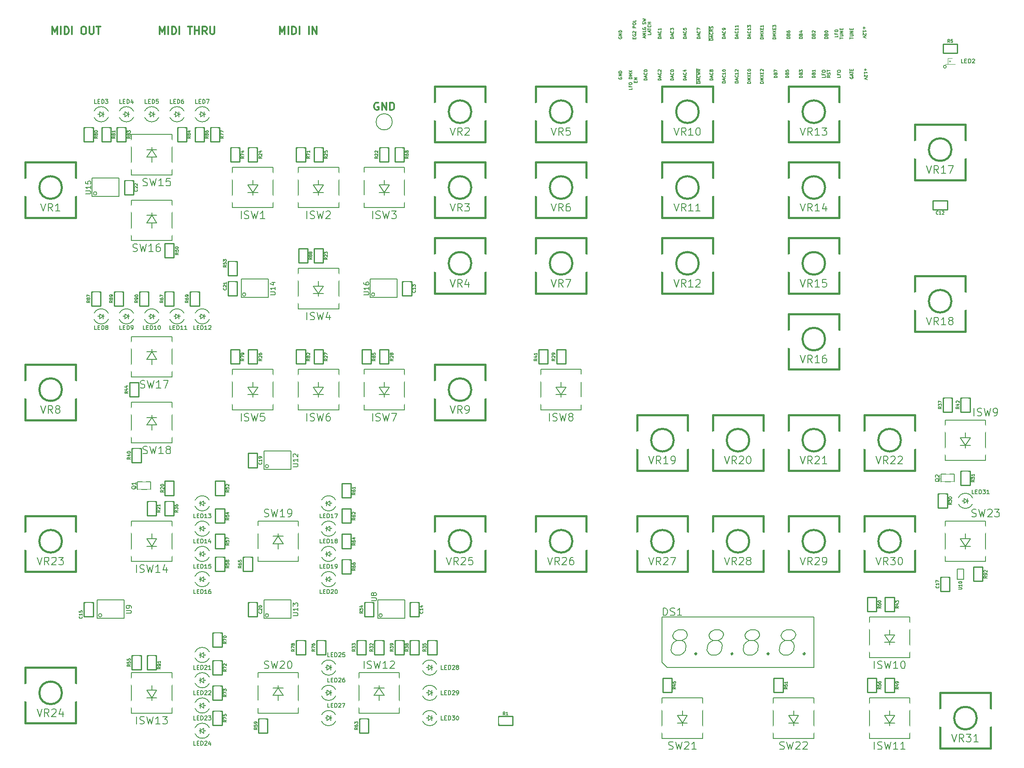
<source format=gto>
%FSLAX46Y46*%
G04 Gerber Fmt 4.6, Leading zero omitted, Abs format (unit mm)*
G04 Created by KiCad (PCBNEW (2014-09-02 BZR 5112)-product) date 2015-02-13 10:23:51 PM*
%MOMM*%
G01*
G04 APERTURE LIST*
%ADD10C,0.500000*%
%ADD11C,0.300000*%
%ADD12C,0.152400*%
%ADD13C,0.127000*%
%ADD14C,0.150000*%
%ADD15C,0.254000*%
%ADD16C,0.381000*%
%ADD17C,0.066040*%
%ADD18C,0.101600*%
%ADD19C,0.050800*%
%ADD20R,1.270000X1.270000*%
%ADD21C,1.270000*%
%ADD22C,2.052000*%
%ADD23R,2.052000X2.052000*%
%ADD24R,1.544000X1.544000*%
%ADD25C,1.544000*%
%ADD26R,0.721040X1.020760*%
%ADD27C,1.420000*%
%ADD28R,0.528000X0.324800*%
%ADD29C,2.520000*%
%ADD30R,0.401000X1.290000*%
%ADD31C,3.322000*%
%ADD32C,2.020000*%
%ADD33R,0.832800X1.163000*%
%ADD34R,1.163000X0.832800*%
%ADD35O,2.820000X3.520000*%
%ADD36C,1.770000*%
%ADD37R,1.220000X1.220000*%
%ADD38C,1.220000*%
%ADD39C,2.560000*%
%ADD40R,1.218880X1.218880*%
G04 APERTURE END LIST*
D10*
D11*
X10321428Y-4678571D02*
X10321428Y-3178571D01*
X10821428Y-4250000D01*
X11321428Y-3178571D01*
X11321428Y-4678571D01*
X12035714Y-4678571D02*
X12035714Y-3178571D01*
X12750000Y-4678571D02*
X12750000Y-3178571D01*
X13107143Y-3178571D01*
X13321428Y-3250000D01*
X13464286Y-3392857D01*
X13535714Y-3535714D01*
X13607143Y-3821429D01*
X13607143Y-4035714D01*
X13535714Y-4321429D01*
X13464286Y-4464286D01*
X13321428Y-4607143D01*
X13107143Y-4678571D01*
X12750000Y-4678571D01*
X14250000Y-4678571D02*
X14250000Y-3178571D01*
X16392857Y-3178571D02*
X16678571Y-3178571D01*
X16821429Y-3250000D01*
X16964286Y-3392857D01*
X17035714Y-3678571D01*
X17035714Y-4178571D01*
X16964286Y-4464286D01*
X16821429Y-4607143D01*
X16678571Y-4678571D01*
X16392857Y-4678571D01*
X16250000Y-4607143D01*
X16107143Y-4464286D01*
X16035714Y-4178571D01*
X16035714Y-3678571D01*
X16107143Y-3392857D01*
X16250000Y-3250000D01*
X16392857Y-3178571D01*
X17678572Y-3178571D02*
X17678572Y-4392857D01*
X17750000Y-4535714D01*
X17821429Y-4607143D01*
X17964286Y-4678571D01*
X18250000Y-4678571D01*
X18392858Y-4607143D01*
X18464286Y-4535714D01*
X18535715Y-4392857D01*
X18535715Y-3178571D01*
X19035715Y-3178571D02*
X19892858Y-3178571D01*
X19464287Y-4678571D02*
X19464287Y-3178571D01*
X31571428Y-4678571D02*
X31571428Y-3178571D01*
X32071428Y-4250000D01*
X32571428Y-3178571D01*
X32571428Y-4678571D01*
X33285714Y-4678571D02*
X33285714Y-3178571D01*
X34000000Y-4678571D02*
X34000000Y-3178571D01*
X34357143Y-3178571D01*
X34571428Y-3250000D01*
X34714286Y-3392857D01*
X34785714Y-3535714D01*
X34857143Y-3821429D01*
X34857143Y-4035714D01*
X34785714Y-4321429D01*
X34714286Y-4464286D01*
X34571428Y-4607143D01*
X34357143Y-4678571D01*
X34000000Y-4678571D01*
X35500000Y-4678571D02*
X35500000Y-3178571D01*
X37142857Y-3178571D02*
X38000000Y-3178571D01*
X37571429Y-4678571D02*
X37571429Y-3178571D01*
X38500000Y-4678571D02*
X38500000Y-3178571D01*
X38500000Y-3892857D02*
X39357143Y-3892857D01*
X39357143Y-4678571D02*
X39357143Y-3178571D01*
X40928572Y-4678571D02*
X40428572Y-3964286D01*
X40071429Y-4678571D02*
X40071429Y-3178571D01*
X40642857Y-3178571D01*
X40785715Y-3250000D01*
X40857143Y-3321429D01*
X40928572Y-3464286D01*
X40928572Y-3678571D01*
X40857143Y-3821429D01*
X40785715Y-3892857D01*
X40642857Y-3964286D01*
X40071429Y-3964286D01*
X41571429Y-3178571D02*
X41571429Y-4392857D01*
X41642857Y-4535714D01*
X41714286Y-4607143D01*
X41857143Y-4678571D01*
X42142857Y-4678571D01*
X42285715Y-4607143D01*
X42357143Y-4535714D01*
X42428572Y-4392857D01*
X42428572Y-3178571D01*
X55321428Y-4678571D02*
X55321428Y-3178571D01*
X55821428Y-4250000D01*
X56321428Y-3178571D01*
X56321428Y-4678571D01*
X57035714Y-4678571D02*
X57035714Y-3178571D01*
X57750000Y-4678571D02*
X57750000Y-3178571D01*
X58107143Y-3178571D01*
X58321428Y-3250000D01*
X58464286Y-3392857D01*
X58535714Y-3535714D01*
X58607143Y-3821429D01*
X58607143Y-4035714D01*
X58535714Y-4321429D01*
X58464286Y-4464286D01*
X58321428Y-4607143D01*
X58107143Y-4678571D01*
X57750000Y-4678571D01*
X59250000Y-4678571D02*
X59250000Y-3178571D01*
X61107143Y-4678571D02*
X61107143Y-3178571D01*
X61821429Y-4678571D02*
X61821429Y-3178571D01*
X62678572Y-4678571D01*
X62678572Y-3178571D01*
D12*
X148525771Y-5556285D02*
X147916171Y-5556285D01*
X147916171Y-5411142D01*
X147945200Y-5324057D01*
X148003257Y-5265999D01*
X148061314Y-5236971D01*
X148177429Y-5207942D01*
X148264514Y-5207942D01*
X148380629Y-5236971D01*
X148438686Y-5265999D01*
X148496743Y-5324057D01*
X148525771Y-5411142D01*
X148525771Y-5556285D01*
X148351600Y-4975714D02*
X148351600Y-4685428D01*
X148525771Y-5033771D02*
X147916171Y-4830571D01*
X148525771Y-4627371D01*
X148467714Y-4075828D02*
X148496743Y-4104857D01*
X148525771Y-4191943D01*
X148525771Y-4250000D01*
X148496743Y-4337085D01*
X148438686Y-4395143D01*
X148380629Y-4424171D01*
X148264514Y-4453200D01*
X148177429Y-4453200D01*
X148061314Y-4424171D01*
X148003257Y-4395143D01*
X147945200Y-4337085D01*
X147916171Y-4250000D01*
X147916171Y-4191943D01*
X147945200Y-4104857D01*
X147974229Y-4075828D01*
X148525771Y-3495257D02*
X148525771Y-3843600D01*
X148525771Y-3669428D02*
X147916171Y-3669428D01*
X148003257Y-3727485D01*
X148061314Y-3785543D01*
X148090343Y-3843600D01*
X147916171Y-3292057D02*
X147916171Y-2914686D01*
X148148400Y-3117886D01*
X148148400Y-3030800D01*
X148177429Y-2972743D01*
X148206457Y-2943714D01*
X148264514Y-2914686D01*
X148409657Y-2914686D01*
X148467714Y-2943714D01*
X148496743Y-2972743D01*
X148525771Y-3030800D01*
X148525771Y-3204972D01*
X148496743Y-3263029D01*
X148467714Y-3292057D01*
X146025771Y-5556285D02*
X145416171Y-5556285D01*
X145416171Y-5411142D01*
X145445200Y-5324057D01*
X145503257Y-5265999D01*
X145561314Y-5236971D01*
X145677429Y-5207942D01*
X145764514Y-5207942D01*
X145880629Y-5236971D01*
X145938686Y-5265999D01*
X145996743Y-5324057D01*
X146025771Y-5411142D01*
X146025771Y-5556285D01*
X145851600Y-4975714D02*
X145851600Y-4685428D01*
X146025771Y-5033771D02*
X145416171Y-4830571D01*
X146025771Y-4627371D01*
X145967714Y-4075828D02*
X145996743Y-4104857D01*
X146025771Y-4191943D01*
X146025771Y-4250000D01*
X145996743Y-4337085D01*
X145938686Y-4395143D01*
X145880629Y-4424171D01*
X145764514Y-4453200D01*
X145677429Y-4453200D01*
X145561314Y-4424171D01*
X145503257Y-4395143D01*
X145445200Y-4337085D01*
X145416171Y-4250000D01*
X145416171Y-4191943D01*
X145445200Y-4104857D01*
X145474229Y-4075828D01*
X146025771Y-3495257D02*
X146025771Y-3843600D01*
X146025771Y-3669428D02*
X145416171Y-3669428D01*
X145503257Y-3727485D01*
X145561314Y-3785543D01*
X145590343Y-3843600D01*
X146025771Y-2914686D02*
X146025771Y-3263029D01*
X146025771Y-3088857D02*
X145416171Y-3088857D01*
X145503257Y-3146914D01*
X145561314Y-3204972D01*
X145590343Y-3263029D01*
X143525771Y-5515999D02*
X142916171Y-5515999D01*
X142916171Y-5370856D01*
X142945200Y-5283771D01*
X143003257Y-5225713D01*
X143061314Y-5196685D01*
X143177429Y-5167656D01*
X143264514Y-5167656D01*
X143380629Y-5196685D01*
X143438686Y-5225713D01*
X143496743Y-5283771D01*
X143525771Y-5370856D01*
X143525771Y-5515999D01*
X143351600Y-4935428D02*
X143351600Y-4645142D01*
X143525771Y-4993485D02*
X142916171Y-4790285D01*
X143525771Y-4587085D01*
X143467714Y-4035542D02*
X143496743Y-4064571D01*
X143525771Y-4151657D01*
X143525771Y-4209714D01*
X143496743Y-4296799D01*
X143438686Y-4354857D01*
X143380629Y-4383885D01*
X143264514Y-4412914D01*
X143177429Y-4412914D01*
X143061314Y-4383885D01*
X143003257Y-4354857D01*
X142945200Y-4296799D01*
X142916171Y-4209714D01*
X142916171Y-4151657D01*
X142945200Y-4064571D01*
X142974229Y-4035542D01*
X143525771Y-3745257D02*
X143525771Y-3629142D01*
X143496743Y-3571085D01*
X143467714Y-3542057D01*
X143380629Y-3483999D01*
X143264514Y-3454971D01*
X143032286Y-3454971D01*
X142974229Y-3483999D01*
X142945200Y-3513028D01*
X142916171Y-3571085D01*
X142916171Y-3687199D01*
X142945200Y-3745257D01*
X142974229Y-3774285D01*
X143032286Y-3803314D01*
X143177429Y-3803314D01*
X143235486Y-3774285D01*
X143264514Y-3745257D01*
X143293543Y-3687199D01*
X143293543Y-3571085D01*
X143264514Y-3513028D01*
X143235486Y-3483999D01*
X143177429Y-3454971D01*
X138525771Y-5515999D02*
X137916171Y-5515999D01*
X137916171Y-5370856D01*
X137945200Y-5283771D01*
X138003257Y-5225713D01*
X138061314Y-5196685D01*
X138177429Y-5167656D01*
X138264514Y-5167656D01*
X138380629Y-5196685D01*
X138438686Y-5225713D01*
X138496743Y-5283771D01*
X138525771Y-5370856D01*
X138525771Y-5515999D01*
X138351600Y-4935428D02*
X138351600Y-4645142D01*
X138525771Y-4993485D02*
X137916171Y-4790285D01*
X138525771Y-4587085D01*
X138467714Y-4035542D02*
X138496743Y-4064571D01*
X138525771Y-4151657D01*
X138525771Y-4209714D01*
X138496743Y-4296799D01*
X138438686Y-4354857D01*
X138380629Y-4383885D01*
X138264514Y-4412914D01*
X138177429Y-4412914D01*
X138061314Y-4383885D01*
X138003257Y-4354857D01*
X137945200Y-4296799D01*
X137916171Y-4209714D01*
X137916171Y-4151657D01*
X137945200Y-4064571D01*
X137974229Y-4035542D01*
X137916171Y-3832342D02*
X137916171Y-3425942D01*
X138525771Y-3687199D01*
X135775771Y-5515999D02*
X135166171Y-5515999D01*
X135166171Y-5370856D01*
X135195200Y-5283771D01*
X135253257Y-5225713D01*
X135311314Y-5196685D01*
X135427429Y-5167656D01*
X135514514Y-5167656D01*
X135630629Y-5196685D01*
X135688686Y-5225713D01*
X135746743Y-5283771D01*
X135775771Y-5370856D01*
X135775771Y-5515999D01*
X135601600Y-4935428D02*
X135601600Y-4645142D01*
X135775771Y-4993485D02*
X135166171Y-4790285D01*
X135775771Y-4587085D01*
X135717714Y-4035542D02*
X135746743Y-4064571D01*
X135775771Y-4151657D01*
X135775771Y-4209714D01*
X135746743Y-4296799D01*
X135688686Y-4354857D01*
X135630629Y-4383885D01*
X135514514Y-4412914D01*
X135427429Y-4412914D01*
X135311314Y-4383885D01*
X135253257Y-4354857D01*
X135195200Y-4296799D01*
X135166171Y-4209714D01*
X135166171Y-4151657D01*
X135195200Y-4064571D01*
X135224229Y-4035542D01*
X135166171Y-3483999D02*
X135166171Y-3774285D01*
X135456457Y-3803314D01*
X135427429Y-3774285D01*
X135398400Y-3716228D01*
X135398400Y-3571085D01*
X135427429Y-3513028D01*
X135456457Y-3483999D01*
X135514514Y-3454971D01*
X135659657Y-3454971D01*
X135717714Y-3483999D01*
X135746743Y-3513028D01*
X135775771Y-3571085D01*
X135775771Y-3716228D01*
X135746743Y-3774285D01*
X135717714Y-3803314D01*
X133275771Y-5515999D02*
X132666171Y-5515999D01*
X132666171Y-5370856D01*
X132695200Y-5283771D01*
X132753257Y-5225713D01*
X132811314Y-5196685D01*
X132927429Y-5167656D01*
X133014514Y-5167656D01*
X133130629Y-5196685D01*
X133188686Y-5225713D01*
X133246743Y-5283771D01*
X133275771Y-5370856D01*
X133275771Y-5515999D01*
X133101600Y-4935428D02*
X133101600Y-4645142D01*
X133275771Y-4993485D02*
X132666171Y-4790285D01*
X133275771Y-4587085D01*
X133217714Y-4035542D02*
X133246743Y-4064571D01*
X133275771Y-4151657D01*
X133275771Y-4209714D01*
X133246743Y-4296799D01*
X133188686Y-4354857D01*
X133130629Y-4383885D01*
X133014514Y-4412914D01*
X132927429Y-4412914D01*
X132811314Y-4383885D01*
X132753257Y-4354857D01*
X132695200Y-4296799D01*
X132666171Y-4209714D01*
X132666171Y-4151657D01*
X132695200Y-4064571D01*
X132724229Y-4035542D01*
X132666171Y-3832342D02*
X132666171Y-3454971D01*
X132898400Y-3658171D01*
X132898400Y-3571085D01*
X132927429Y-3513028D01*
X132956457Y-3483999D01*
X133014514Y-3454971D01*
X133159657Y-3454971D01*
X133217714Y-3483999D01*
X133246743Y-3513028D01*
X133275771Y-3571085D01*
X133275771Y-3745257D01*
X133246743Y-3803314D01*
X133217714Y-3832342D01*
X130775771Y-5515999D02*
X130166171Y-5515999D01*
X130166171Y-5370856D01*
X130195200Y-5283771D01*
X130253257Y-5225713D01*
X130311314Y-5196685D01*
X130427429Y-5167656D01*
X130514514Y-5167656D01*
X130630629Y-5196685D01*
X130688686Y-5225713D01*
X130746743Y-5283771D01*
X130775771Y-5370856D01*
X130775771Y-5515999D01*
X130601600Y-4935428D02*
X130601600Y-4645142D01*
X130775771Y-4993485D02*
X130166171Y-4790285D01*
X130775771Y-4587085D01*
X130717714Y-4035542D02*
X130746743Y-4064571D01*
X130775771Y-4151657D01*
X130775771Y-4209714D01*
X130746743Y-4296799D01*
X130688686Y-4354857D01*
X130630629Y-4383885D01*
X130514514Y-4412914D01*
X130427429Y-4412914D01*
X130311314Y-4383885D01*
X130253257Y-4354857D01*
X130195200Y-4296799D01*
X130166171Y-4209714D01*
X130166171Y-4151657D01*
X130195200Y-4064571D01*
X130224229Y-4035542D01*
X130775771Y-3454971D02*
X130775771Y-3803314D01*
X130775771Y-3629142D02*
X130166171Y-3629142D01*
X130253257Y-3687199D01*
X130311314Y-3745257D01*
X130340343Y-3803314D01*
X146025771Y-14306285D02*
X145416171Y-14306285D01*
X145416171Y-14161142D01*
X145445200Y-14074057D01*
X145503257Y-14015999D01*
X145561314Y-13986971D01*
X145677429Y-13957942D01*
X145764514Y-13957942D01*
X145880629Y-13986971D01*
X145938686Y-14015999D01*
X145996743Y-14074057D01*
X146025771Y-14161142D01*
X146025771Y-14306285D01*
X145851600Y-13725714D02*
X145851600Y-13435428D01*
X146025771Y-13783771D02*
X145416171Y-13580571D01*
X146025771Y-13377371D01*
X145967714Y-12825828D02*
X145996743Y-12854857D01*
X146025771Y-12941943D01*
X146025771Y-13000000D01*
X145996743Y-13087085D01*
X145938686Y-13145143D01*
X145880629Y-13174171D01*
X145764514Y-13203200D01*
X145677429Y-13203200D01*
X145561314Y-13174171D01*
X145503257Y-13145143D01*
X145445200Y-13087085D01*
X145416171Y-13000000D01*
X145416171Y-12941943D01*
X145445200Y-12854857D01*
X145474229Y-12825828D01*
X146025771Y-12245257D02*
X146025771Y-12593600D01*
X146025771Y-12419428D02*
X145416171Y-12419428D01*
X145503257Y-12477485D01*
X145561314Y-12535543D01*
X145590343Y-12593600D01*
X145474229Y-12013029D02*
X145445200Y-11984000D01*
X145416171Y-11925943D01*
X145416171Y-11780800D01*
X145445200Y-11722743D01*
X145474229Y-11693714D01*
X145532286Y-11664686D01*
X145590343Y-11664686D01*
X145677429Y-11693714D01*
X146025771Y-12042057D01*
X146025771Y-11664686D01*
X143525771Y-14306285D02*
X142916171Y-14306285D01*
X142916171Y-14161142D01*
X142945200Y-14074057D01*
X143003257Y-14015999D01*
X143061314Y-13986971D01*
X143177429Y-13957942D01*
X143264514Y-13957942D01*
X143380629Y-13986971D01*
X143438686Y-14015999D01*
X143496743Y-14074057D01*
X143525771Y-14161142D01*
X143525771Y-14306285D01*
X143351600Y-13725714D02*
X143351600Y-13435428D01*
X143525771Y-13783771D02*
X142916171Y-13580571D01*
X143525771Y-13377371D01*
X143467714Y-12825828D02*
X143496743Y-12854857D01*
X143525771Y-12941943D01*
X143525771Y-13000000D01*
X143496743Y-13087085D01*
X143438686Y-13145143D01*
X143380629Y-13174171D01*
X143264514Y-13203200D01*
X143177429Y-13203200D01*
X143061314Y-13174171D01*
X143003257Y-13145143D01*
X142945200Y-13087085D01*
X142916171Y-13000000D01*
X142916171Y-12941943D01*
X142945200Y-12854857D01*
X142974229Y-12825828D01*
X143525771Y-12245257D02*
X143525771Y-12593600D01*
X143525771Y-12419428D02*
X142916171Y-12419428D01*
X143003257Y-12477485D01*
X143061314Y-12535543D01*
X143090343Y-12593600D01*
X142916171Y-11867886D02*
X142916171Y-11809829D01*
X142945200Y-11751772D01*
X142974229Y-11722743D01*
X143032286Y-11693714D01*
X143148400Y-11664686D01*
X143293543Y-11664686D01*
X143409657Y-11693714D01*
X143467714Y-11722743D01*
X143496743Y-11751772D01*
X143525771Y-11809829D01*
X143525771Y-11867886D01*
X143496743Y-11925943D01*
X143467714Y-11954972D01*
X143409657Y-11984000D01*
X143293543Y-12013029D01*
X143148400Y-12013029D01*
X143032286Y-11984000D01*
X142974229Y-11954972D01*
X142945200Y-11925943D01*
X142916171Y-11867886D01*
X141025771Y-13765999D02*
X140416171Y-13765999D01*
X140416171Y-13620856D01*
X140445200Y-13533771D01*
X140503257Y-13475713D01*
X140561314Y-13446685D01*
X140677429Y-13417656D01*
X140764514Y-13417656D01*
X140880629Y-13446685D01*
X140938686Y-13475713D01*
X140996743Y-13533771D01*
X141025771Y-13620856D01*
X141025771Y-13765999D01*
X140851600Y-13185428D02*
X140851600Y-12895142D01*
X141025771Y-13243485D02*
X140416171Y-13040285D01*
X141025771Y-12837085D01*
X140967714Y-12285542D02*
X140996743Y-12314571D01*
X141025771Y-12401657D01*
X141025771Y-12459714D01*
X140996743Y-12546799D01*
X140938686Y-12604857D01*
X140880629Y-12633885D01*
X140764514Y-12662914D01*
X140677429Y-12662914D01*
X140561314Y-12633885D01*
X140503257Y-12604857D01*
X140445200Y-12546799D01*
X140416171Y-12459714D01*
X140416171Y-12401657D01*
X140445200Y-12314571D01*
X140474229Y-12285542D01*
X140677429Y-11937199D02*
X140648400Y-11995257D01*
X140619371Y-12024285D01*
X140561314Y-12053314D01*
X140532286Y-12053314D01*
X140474229Y-12024285D01*
X140445200Y-11995257D01*
X140416171Y-11937199D01*
X140416171Y-11821085D01*
X140445200Y-11763028D01*
X140474229Y-11733999D01*
X140532286Y-11704971D01*
X140561314Y-11704971D01*
X140619371Y-11733999D01*
X140648400Y-11763028D01*
X140677429Y-11821085D01*
X140677429Y-11937199D01*
X140706457Y-11995257D01*
X140735486Y-12024285D01*
X140793543Y-12053314D01*
X140909657Y-12053314D01*
X140967714Y-12024285D01*
X140996743Y-11995257D01*
X141025771Y-11937199D01*
X141025771Y-11821085D01*
X140996743Y-11763028D01*
X140967714Y-11733999D01*
X140909657Y-11704971D01*
X140793543Y-11704971D01*
X140735486Y-11733999D01*
X140706457Y-11763028D01*
X140677429Y-11821085D01*
X135775771Y-13765999D02*
X135166171Y-13765999D01*
X135166171Y-13620856D01*
X135195200Y-13533771D01*
X135253257Y-13475713D01*
X135311314Y-13446685D01*
X135427429Y-13417656D01*
X135514514Y-13417656D01*
X135630629Y-13446685D01*
X135688686Y-13475713D01*
X135746743Y-13533771D01*
X135775771Y-13620856D01*
X135775771Y-13765999D01*
X135601600Y-13185428D02*
X135601600Y-12895142D01*
X135775771Y-13243485D02*
X135166171Y-13040285D01*
X135775771Y-12837085D01*
X135717714Y-12285542D02*
X135746743Y-12314571D01*
X135775771Y-12401657D01*
X135775771Y-12459714D01*
X135746743Y-12546799D01*
X135688686Y-12604857D01*
X135630629Y-12633885D01*
X135514514Y-12662914D01*
X135427429Y-12662914D01*
X135311314Y-12633885D01*
X135253257Y-12604857D01*
X135195200Y-12546799D01*
X135166171Y-12459714D01*
X135166171Y-12401657D01*
X135195200Y-12314571D01*
X135224229Y-12285542D01*
X135369371Y-11763028D02*
X135775771Y-11763028D01*
X135137143Y-11908171D02*
X135572571Y-12053314D01*
X135572571Y-11675942D01*
X133275771Y-13765999D02*
X132666171Y-13765999D01*
X132666171Y-13620856D01*
X132695200Y-13533771D01*
X132753257Y-13475713D01*
X132811314Y-13446685D01*
X132927429Y-13417656D01*
X133014514Y-13417656D01*
X133130629Y-13446685D01*
X133188686Y-13475713D01*
X133246743Y-13533771D01*
X133275771Y-13620856D01*
X133275771Y-13765999D01*
X133101600Y-13185428D02*
X133101600Y-12895142D01*
X133275771Y-13243485D02*
X132666171Y-13040285D01*
X133275771Y-12837085D01*
X133217714Y-12285542D02*
X133246743Y-12314571D01*
X133275771Y-12401657D01*
X133275771Y-12459714D01*
X133246743Y-12546799D01*
X133188686Y-12604857D01*
X133130629Y-12633885D01*
X133014514Y-12662914D01*
X132927429Y-12662914D01*
X132811314Y-12633885D01*
X132753257Y-12604857D01*
X132695200Y-12546799D01*
X132666171Y-12459714D01*
X132666171Y-12401657D01*
X132695200Y-12314571D01*
X132724229Y-12285542D01*
X132666171Y-11908171D02*
X132666171Y-11850114D01*
X132695200Y-11792057D01*
X132724229Y-11763028D01*
X132782286Y-11733999D01*
X132898400Y-11704971D01*
X133043543Y-11704971D01*
X133159657Y-11733999D01*
X133217714Y-11763028D01*
X133246743Y-11792057D01*
X133275771Y-11850114D01*
X133275771Y-11908171D01*
X133246743Y-11966228D01*
X133217714Y-11995257D01*
X133159657Y-12024285D01*
X133043543Y-12053314D01*
X132898400Y-12053314D01*
X132782286Y-12024285D01*
X132724229Y-11995257D01*
X132695200Y-11966228D01*
X132666171Y-11908171D01*
X130775771Y-13765999D02*
X130166171Y-13765999D01*
X130166171Y-13620856D01*
X130195200Y-13533771D01*
X130253257Y-13475713D01*
X130311314Y-13446685D01*
X130427429Y-13417656D01*
X130514514Y-13417656D01*
X130630629Y-13446685D01*
X130688686Y-13475713D01*
X130746743Y-13533771D01*
X130775771Y-13620856D01*
X130775771Y-13765999D01*
X130601600Y-13185428D02*
X130601600Y-12895142D01*
X130775771Y-13243485D02*
X130166171Y-13040285D01*
X130775771Y-12837085D01*
X130717714Y-12285542D02*
X130746743Y-12314571D01*
X130775771Y-12401657D01*
X130775771Y-12459714D01*
X130746743Y-12546799D01*
X130688686Y-12604857D01*
X130630629Y-12633885D01*
X130514514Y-12662914D01*
X130427429Y-12662914D01*
X130311314Y-12633885D01*
X130253257Y-12604857D01*
X130195200Y-12546799D01*
X130166171Y-12459714D01*
X130166171Y-12401657D01*
X130195200Y-12314571D01*
X130224229Y-12285542D01*
X130224229Y-12053314D02*
X130195200Y-12024285D01*
X130166171Y-11966228D01*
X130166171Y-11821085D01*
X130195200Y-11763028D01*
X130224229Y-11733999D01*
X130282286Y-11704971D01*
X130340343Y-11704971D01*
X130427429Y-11733999D01*
X130775771Y-12082342D01*
X130775771Y-11704971D01*
D11*
X74857143Y-18250000D02*
X74714286Y-18178571D01*
X74500000Y-18178571D01*
X74285715Y-18250000D01*
X74142857Y-18392857D01*
X74071429Y-18535714D01*
X74000000Y-18821429D01*
X74000000Y-19035714D01*
X74071429Y-19321429D01*
X74142857Y-19464286D01*
X74285715Y-19607143D01*
X74500000Y-19678571D01*
X74642857Y-19678571D01*
X74857143Y-19607143D01*
X74928572Y-19535714D01*
X74928572Y-19035714D01*
X74642857Y-19035714D01*
X75571429Y-19678571D02*
X75571429Y-18178571D01*
X76428572Y-19678571D01*
X76428572Y-18178571D01*
X77142858Y-19678571D02*
X77142858Y-18178571D01*
X77500001Y-18178571D01*
X77714286Y-18250000D01*
X77857144Y-18392857D01*
X77928572Y-18535714D01*
X78000001Y-18821429D01*
X78000001Y-19035714D01*
X77928572Y-19321429D01*
X77857144Y-19464286D01*
X77714286Y-19607143D01*
X77500001Y-19678571D01*
X77142858Y-19678571D01*
D12*
X125022851Y-15317542D02*
X125022851Y-15607828D01*
X124413251Y-15607828D01*
X124703537Y-14911142D02*
X124703537Y-15114342D01*
X125022851Y-15114342D02*
X124413251Y-15114342D01*
X124413251Y-14824056D01*
X124413251Y-14475714D02*
X124413251Y-14359600D01*
X124442280Y-14301542D01*
X124500337Y-14243485D01*
X124616451Y-14214457D01*
X124819651Y-14214457D01*
X124935766Y-14243485D01*
X124993823Y-14301542D01*
X125022851Y-14359600D01*
X125022851Y-14475714D01*
X124993823Y-14533771D01*
X124935766Y-14591828D01*
X124819651Y-14620857D01*
X124616451Y-14620857D01*
X124500337Y-14591828D01*
X124442280Y-14533771D01*
X124413251Y-14475714D01*
X125022851Y-13488742D02*
X124413251Y-13488742D01*
X124413251Y-13343599D01*
X124442280Y-13256514D01*
X124500337Y-13198456D01*
X124558394Y-13169428D01*
X124674509Y-13140399D01*
X124761594Y-13140399D01*
X124877709Y-13169428D01*
X124935766Y-13198456D01*
X124993823Y-13256514D01*
X125022851Y-13343599D01*
X125022851Y-13488742D01*
X125022851Y-12879142D02*
X124413251Y-12879142D01*
X124848680Y-12675942D01*
X124413251Y-12472742D01*
X125022851Y-12472742D01*
X124413251Y-12240513D02*
X125022851Y-11834113D01*
X124413251Y-11834113D02*
X125022851Y-12240513D01*
X125709377Y-14199943D02*
X125709377Y-13996743D01*
X126028691Y-13909657D02*
X126028691Y-14199943D01*
X125419091Y-14199943D01*
X125419091Y-13909657D01*
X126028691Y-13648400D02*
X125419091Y-13648400D01*
X126028691Y-13300057D01*
X125419091Y-13300057D01*
X122445200Y-13214457D02*
X122416171Y-13272514D01*
X122416171Y-13359600D01*
X122445200Y-13446685D01*
X122503257Y-13504743D01*
X122561314Y-13533771D01*
X122677429Y-13562800D01*
X122764514Y-13562800D01*
X122880629Y-13533771D01*
X122938686Y-13504743D01*
X122996743Y-13446685D01*
X123025771Y-13359600D01*
X123025771Y-13301543D01*
X122996743Y-13214457D01*
X122967714Y-13185428D01*
X122764514Y-13185428D01*
X122764514Y-13301543D01*
X123025771Y-12924171D02*
X122416171Y-12924171D01*
X123025771Y-12575828D01*
X122416171Y-12575828D01*
X123025771Y-12285542D02*
X122416171Y-12285542D01*
X122416171Y-12140399D01*
X122445200Y-12053314D01*
X122503257Y-11995256D01*
X122561314Y-11966228D01*
X122677429Y-11937199D01*
X122764514Y-11937199D01*
X122880629Y-11966228D01*
X122938686Y-11995256D01*
X122996743Y-12053314D01*
X123025771Y-12140399D01*
X123025771Y-12285542D01*
X122445200Y-5214457D02*
X122416171Y-5272514D01*
X122416171Y-5359600D01*
X122445200Y-5446685D01*
X122503257Y-5504743D01*
X122561314Y-5533771D01*
X122677429Y-5562800D01*
X122764514Y-5562800D01*
X122880629Y-5533771D01*
X122938686Y-5504743D01*
X122996743Y-5446685D01*
X123025771Y-5359600D01*
X123025771Y-5301543D01*
X122996743Y-5214457D01*
X122967714Y-5185428D01*
X122764514Y-5185428D01*
X122764514Y-5301543D01*
X123025771Y-4924171D02*
X122416171Y-4924171D01*
X123025771Y-4575828D01*
X122416171Y-4575828D01*
X123025771Y-4285542D02*
X122416171Y-4285542D01*
X122416171Y-4140399D01*
X122445200Y-4053314D01*
X122503257Y-3995256D01*
X122561314Y-3966228D01*
X122677429Y-3937199D01*
X122764514Y-3937199D01*
X122880629Y-3966228D01*
X122938686Y-3995256D01*
X122996743Y-4053314D01*
X123025771Y-4140399D01*
X123025771Y-4285542D01*
X125456457Y-5578800D02*
X125456457Y-5375600D01*
X125775771Y-5288514D02*
X125775771Y-5578800D01*
X125166171Y-5578800D01*
X125166171Y-5288514D01*
X125195200Y-4707943D02*
X125166171Y-4766000D01*
X125166171Y-4853086D01*
X125195200Y-4940171D01*
X125253257Y-4998229D01*
X125311314Y-5027257D01*
X125427429Y-5056286D01*
X125514514Y-5056286D01*
X125630629Y-5027257D01*
X125688686Y-4998229D01*
X125746743Y-4940171D01*
X125775771Y-4853086D01*
X125775771Y-4795029D01*
X125746743Y-4707943D01*
X125717714Y-4678914D01*
X125514514Y-4678914D01*
X125514514Y-4795029D01*
X125224229Y-4446686D02*
X125195200Y-4417657D01*
X125166171Y-4359600D01*
X125166171Y-4214457D01*
X125195200Y-4156400D01*
X125224229Y-4127371D01*
X125282286Y-4098343D01*
X125340343Y-4098343D01*
X125427429Y-4127371D01*
X125775771Y-4475714D01*
X125775771Y-4098343D01*
X125775771Y-3372629D02*
X125166171Y-3372629D01*
X125166171Y-3140401D01*
X125195200Y-3082343D01*
X125224229Y-3053315D01*
X125282286Y-3024286D01*
X125369371Y-3024286D01*
X125427429Y-3053315D01*
X125456457Y-3082343D01*
X125485486Y-3140401D01*
X125485486Y-3372629D01*
X125166171Y-2646915D02*
X125166171Y-2530801D01*
X125195200Y-2472743D01*
X125253257Y-2414686D01*
X125369371Y-2385658D01*
X125572571Y-2385658D01*
X125688686Y-2414686D01*
X125746743Y-2472743D01*
X125775771Y-2530801D01*
X125775771Y-2646915D01*
X125746743Y-2704972D01*
X125688686Y-2763029D01*
X125572571Y-2792058D01*
X125369371Y-2792058D01*
X125253257Y-2763029D01*
X125195200Y-2704972D01*
X125166171Y-2646915D01*
X125775771Y-1834114D02*
X125775771Y-2124400D01*
X125166171Y-2124400D01*
X127598680Y-5386857D02*
X127598680Y-5096571D01*
X127772851Y-5444914D02*
X127163251Y-5241714D01*
X127772851Y-5038514D01*
X127772851Y-4835314D02*
X127163251Y-4835314D01*
X127772851Y-4486971D01*
X127163251Y-4486971D01*
X127772851Y-3906399D02*
X127772851Y-4196685D01*
X127163251Y-4196685D01*
X127192280Y-3383885D02*
X127163251Y-3441942D01*
X127163251Y-3529028D01*
X127192280Y-3616113D01*
X127250337Y-3674171D01*
X127308394Y-3703199D01*
X127424509Y-3732228D01*
X127511594Y-3732228D01*
X127627709Y-3703199D01*
X127685766Y-3674171D01*
X127743823Y-3616113D01*
X127772851Y-3529028D01*
X127772851Y-3470971D01*
X127743823Y-3383885D01*
X127714794Y-3354856D01*
X127511594Y-3354856D01*
X127511594Y-3470971D01*
X127743823Y-2658171D02*
X127772851Y-2571085D01*
X127772851Y-2425942D01*
X127743823Y-2367885D01*
X127714794Y-2338856D01*
X127656737Y-2309828D01*
X127598680Y-2309828D01*
X127540623Y-2338856D01*
X127511594Y-2367885D01*
X127482566Y-2425942D01*
X127453537Y-2542056D01*
X127424509Y-2600114D01*
X127395480Y-2629142D01*
X127337423Y-2658171D01*
X127279366Y-2658171D01*
X127221309Y-2629142D01*
X127192280Y-2600114D01*
X127163251Y-2542056D01*
X127163251Y-2396914D01*
X127192280Y-2309828D01*
X127163251Y-2106628D02*
X127772851Y-1961485D01*
X127337423Y-1845371D01*
X127772851Y-1729257D01*
X127163251Y-1584114D01*
X128778691Y-4428914D02*
X128778691Y-4719200D01*
X128169091Y-4719200D01*
X128604520Y-4254743D02*
X128604520Y-3964457D01*
X128778691Y-4312800D02*
X128169091Y-4109600D01*
X128778691Y-3906400D01*
X128169091Y-3790286D02*
X128169091Y-3441943D01*
X128778691Y-3616114D02*
X128169091Y-3616114D01*
X128720634Y-2890400D02*
X128749663Y-2919429D01*
X128778691Y-3006515D01*
X128778691Y-3064572D01*
X128749663Y-3151657D01*
X128691606Y-3209715D01*
X128633549Y-3238743D01*
X128517434Y-3267772D01*
X128430349Y-3267772D01*
X128314234Y-3238743D01*
X128256177Y-3209715D01*
X128198120Y-3151657D01*
X128169091Y-3064572D01*
X128169091Y-3006515D01*
X128198120Y-2919429D01*
X128227149Y-2890400D01*
X128778691Y-2629143D02*
X128169091Y-2629143D01*
X128459377Y-2629143D02*
X128459377Y-2280800D01*
X128778691Y-2280800D02*
X128169091Y-2280800D01*
X141025771Y-5820799D02*
X140416171Y-5820799D01*
X140416171Y-5675656D01*
X140445200Y-5588571D01*
X140503257Y-5530513D01*
X140561314Y-5501485D01*
X140677429Y-5472456D01*
X140764514Y-5472456D01*
X140880629Y-5501485D01*
X140938686Y-5530513D01*
X140996743Y-5588571D01*
X141025771Y-5675656D01*
X141025771Y-5820799D01*
X140851600Y-5240228D02*
X140851600Y-4949942D01*
X141025771Y-5298285D02*
X140416171Y-5095085D01*
X141025771Y-4891885D01*
X140967714Y-4340342D02*
X140996743Y-4369371D01*
X141025771Y-4456457D01*
X141025771Y-4514514D01*
X140996743Y-4601599D01*
X140938686Y-4659657D01*
X140880629Y-4688685D01*
X140764514Y-4717714D01*
X140677429Y-4717714D01*
X140561314Y-4688685D01*
X140503257Y-4659657D01*
X140445200Y-4601599D01*
X140416171Y-4514514D01*
X140416171Y-4456457D01*
X140445200Y-4369371D01*
X140474229Y-4340342D01*
X141025771Y-3730742D02*
X140735486Y-3933942D01*
X141025771Y-4079085D02*
X140416171Y-4079085D01*
X140416171Y-3846857D01*
X140445200Y-3788799D01*
X140474229Y-3759771D01*
X140532286Y-3730742D01*
X140619371Y-3730742D01*
X140677429Y-3759771D01*
X140706457Y-3788799D01*
X140735486Y-3846857D01*
X140735486Y-4079085D01*
X140996743Y-3498514D02*
X141025771Y-3411428D01*
X141025771Y-3266285D01*
X140996743Y-3208228D01*
X140967714Y-3179199D01*
X140909657Y-3150171D01*
X140851600Y-3150171D01*
X140793543Y-3179199D01*
X140764514Y-3208228D01*
X140735486Y-3266285D01*
X140706457Y-3382399D01*
X140677429Y-3440457D01*
X140648400Y-3469485D01*
X140590343Y-3498514D01*
X140532286Y-3498514D01*
X140474229Y-3469485D01*
X140445200Y-3440457D01*
X140416171Y-3382399D01*
X140416171Y-3237257D01*
X140445200Y-3150171D01*
X140311088Y-5965942D02*
X140311088Y-3034057D01*
X138525771Y-14378857D02*
X137916171Y-14378857D01*
X137916171Y-14233714D01*
X137945200Y-14146629D01*
X138003257Y-14088571D01*
X138061314Y-14059543D01*
X138177429Y-14030514D01*
X138264514Y-14030514D01*
X138380629Y-14059543D01*
X138438686Y-14088571D01*
X138496743Y-14146629D01*
X138525771Y-14233714D01*
X138525771Y-14378857D01*
X138351600Y-13798286D02*
X138351600Y-13508000D01*
X138525771Y-13856343D02*
X137916171Y-13653143D01*
X138525771Y-13449943D01*
X138467714Y-12898400D02*
X138496743Y-12927429D01*
X138525771Y-13014515D01*
X138525771Y-13072572D01*
X138496743Y-13159657D01*
X138438686Y-13217715D01*
X138380629Y-13246743D01*
X138264514Y-13275772D01*
X138177429Y-13275772D01*
X138061314Y-13246743D01*
X138003257Y-13217715D01*
X137945200Y-13159657D01*
X137916171Y-13072572D01*
X137916171Y-13014515D01*
X137945200Y-12927429D01*
X137974229Y-12898400D01*
X137916171Y-12695200D02*
X138525771Y-12550057D01*
X138090343Y-12433943D01*
X138525771Y-12317829D01*
X137916171Y-12172686D01*
X138525771Y-11592114D02*
X138235486Y-11795314D01*
X138525771Y-11940457D02*
X137916171Y-11940457D01*
X137916171Y-11708229D01*
X137945200Y-11650171D01*
X137974229Y-11621143D01*
X138032286Y-11592114D01*
X138119371Y-11592114D01*
X138177429Y-11621143D01*
X138206457Y-11650171D01*
X138235486Y-11708229D01*
X138235486Y-11940457D01*
X137811088Y-14524000D02*
X137811088Y-11476000D01*
X128025771Y-13765999D02*
X127416171Y-13765999D01*
X127416171Y-13620856D01*
X127445200Y-13533771D01*
X127503257Y-13475713D01*
X127561314Y-13446685D01*
X127677429Y-13417656D01*
X127764514Y-13417656D01*
X127880629Y-13446685D01*
X127938686Y-13475713D01*
X127996743Y-13533771D01*
X128025771Y-13620856D01*
X128025771Y-13765999D01*
X127851600Y-13185428D02*
X127851600Y-12895142D01*
X128025771Y-13243485D02*
X127416171Y-13040285D01*
X128025771Y-12837085D01*
X127967714Y-12285542D02*
X127996743Y-12314571D01*
X128025771Y-12401657D01*
X128025771Y-12459714D01*
X127996743Y-12546799D01*
X127938686Y-12604857D01*
X127880629Y-12633885D01*
X127764514Y-12662914D01*
X127677429Y-12662914D01*
X127561314Y-12633885D01*
X127503257Y-12604857D01*
X127445200Y-12546799D01*
X127416171Y-12459714D01*
X127416171Y-12401657D01*
X127445200Y-12314571D01*
X127474229Y-12285542D01*
X127416171Y-11908171D02*
X127416171Y-11850114D01*
X127445200Y-11792057D01*
X127474229Y-11763028D01*
X127532286Y-11733999D01*
X127648400Y-11704971D01*
X127793543Y-11704971D01*
X127909657Y-11733999D01*
X127967714Y-11763028D01*
X127996743Y-11792057D01*
X128025771Y-11850114D01*
X128025771Y-11908171D01*
X127996743Y-11966228D01*
X127967714Y-11995257D01*
X127909657Y-12024285D01*
X127793543Y-12053314D01*
X127648400Y-12053314D01*
X127532286Y-12024285D01*
X127474229Y-11995257D01*
X127445200Y-11966228D01*
X127416171Y-11908171D01*
X166275771Y-12891885D02*
X166275771Y-13182171D01*
X165666171Y-13182171D01*
X165956457Y-12485485D02*
X165956457Y-12688685D01*
X166275771Y-12688685D02*
X165666171Y-12688685D01*
X165666171Y-12398399D01*
X165666171Y-12050057D02*
X165666171Y-11933943D01*
X165695200Y-11875885D01*
X165753257Y-11817828D01*
X165869371Y-11788800D01*
X166072571Y-11788800D01*
X166188686Y-11817828D01*
X166246743Y-11875885D01*
X166275771Y-11933943D01*
X166275771Y-12050057D01*
X166246743Y-12108114D01*
X166188686Y-12166171D01*
X166072571Y-12195200D01*
X165869371Y-12195200D01*
X165753257Y-12166171D01*
X165695200Y-12108114D01*
X165666171Y-12050057D01*
X171206457Y-11425944D02*
X171206457Y-11890401D01*
X170974229Y-11658172D02*
X171438686Y-11658172D01*
X170974229Y-12500001D02*
X170974229Y-12151658D01*
X170974229Y-12325830D02*
X171583829Y-12325830D01*
X171496743Y-12267773D01*
X171438686Y-12209715D01*
X171409657Y-12151658D01*
X171525771Y-12732229D02*
X171554800Y-12761258D01*
X171583829Y-12819315D01*
X171583829Y-12964458D01*
X171554800Y-13022515D01*
X171525771Y-13051544D01*
X171467714Y-13080572D01*
X171409657Y-13080572D01*
X171322571Y-13051544D01*
X170974229Y-12703201D01*
X170974229Y-13080572D01*
X171583829Y-13254743D02*
X170974229Y-13457943D01*
X171583829Y-13661143D01*
X168195200Y-13109600D02*
X168166171Y-13167657D01*
X168166171Y-13254743D01*
X168195200Y-13341828D01*
X168253257Y-13399886D01*
X168311314Y-13428914D01*
X168427429Y-13457943D01*
X168514514Y-13457943D01*
X168630629Y-13428914D01*
X168688686Y-13399886D01*
X168746743Y-13341828D01*
X168775771Y-13254743D01*
X168775771Y-13196686D01*
X168746743Y-13109600D01*
X168717714Y-13080571D01*
X168514514Y-13080571D01*
X168514514Y-13196686D01*
X168601600Y-12848343D02*
X168601600Y-12558057D01*
X168775771Y-12906400D02*
X168166171Y-12703200D01*
X168775771Y-12500000D01*
X168166171Y-12383886D02*
X168166171Y-12035543D01*
X168775771Y-12209714D02*
X168166171Y-12209714D01*
X168456457Y-11832343D02*
X168456457Y-11629143D01*
X168775771Y-11542057D02*
X168775771Y-11832343D01*
X168166171Y-11832343D01*
X168166171Y-11542057D01*
X168166171Y-5588572D02*
X168166171Y-5240229D01*
X168775771Y-5414400D02*
X168166171Y-5414400D01*
X168166171Y-5037029D02*
X168659657Y-5037029D01*
X168717714Y-5008001D01*
X168746743Y-4978972D01*
X168775771Y-4920915D01*
X168775771Y-4804801D01*
X168746743Y-4746743D01*
X168717714Y-4717715D01*
X168659657Y-4688686D01*
X168166171Y-4688686D01*
X168775771Y-4398400D02*
X168166171Y-4398400D01*
X168775771Y-4050057D01*
X168166171Y-4050057D01*
X168456457Y-3759771D02*
X168456457Y-3556571D01*
X168775771Y-3469485D02*
X168775771Y-3759771D01*
X168166171Y-3759771D01*
X168166171Y-3469485D01*
X148525771Y-14364342D02*
X147916171Y-14364342D01*
X147916171Y-14219199D01*
X147945200Y-14132114D01*
X148003257Y-14074056D01*
X148061314Y-14045028D01*
X148177429Y-14015999D01*
X148264514Y-14015999D01*
X148380629Y-14045028D01*
X148438686Y-14074056D01*
X148496743Y-14132114D01*
X148525771Y-14219199D01*
X148525771Y-14364342D01*
X148525771Y-13754742D02*
X147916171Y-13754742D01*
X148351600Y-13551542D01*
X147916171Y-13348342D01*
X148525771Y-13348342D01*
X147916171Y-13116113D02*
X148525771Y-12709713D01*
X147916171Y-12709713D02*
X148525771Y-13116113D01*
X148206457Y-12477485D02*
X148206457Y-12274285D01*
X148525771Y-12187199D02*
X148525771Y-12477485D01*
X147916171Y-12477485D01*
X147916171Y-12187199D01*
X147916171Y-11809828D02*
X147916171Y-11751771D01*
X147945200Y-11693714D01*
X147974229Y-11664685D01*
X148032286Y-11635656D01*
X148148400Y-11606628D01*
X148293543Y-11606628D01*
X148409657Y-11635656D01*
X148467714Y-11664685D01*
X148496743Y-11693714D01*
X148525771Y-11751771D01*
X148525771Y-11809828D01*
X148496743Y-11867885D01*
X148467714Y-11896914D01*
X148409657Y-11925942D01*
X148293543Y-11954971D01*
X148148400Y-11954971D01*
X148032286Y-11925942D01*
X147974229Y-11896914D01*
X147945200Y-11867885D01*
X147916171Y-11809828D01*
X151025771Y-14364342D02*
X150416171Y-14364342D01*
X150416171Y-14219199D01*
X150445200Y-14132114D01*
X150503257Y-14074056D01*
X150561314Y-14045028D01*
X150677429Y-14015999D01*
X150764514Y-14015999D01*
X150880629Y-14045028D01*
X150938686Y-14074056D01*
X150996743Y-14132114D01*
X151025771Y-14219199D01*
X151025771Y-14364342D01*
X151025771Y-13754742D02*
X150416171Y-13754742D01*
X150851600Y-13551542D01*
X150416171Y-13348342D01*
X151025771Y-13348342D01*
X150416171Y-13116113D02*
X151025771Y-12709713D01*
X150416171Y-12709713D02*
X151025771Y-13116113D01*
X150706457Y-12477485D02*
X150706457Y-12274285D01*
X151025771Y-12187199D02*
X151025771Y-12477485D01*
X150416171Y-12477485D01*
X150416171Y-12187199D01*
X150474229Y-11954971D02*
X150445200Y-11925942D01*
X150416171Y-11867885D01*
X150416171Y-11722742D01*
X150445200Y-11664685D01*
X150474229Y-11635656D01*
X150532286Y-11606628D01*
X150590343Y-11606628D01*
X150677429Y-11635656D01*
X151025771Y-11983999D01*
X151025771Y-11606628D01*
X151025771Y-5614342D02*
X150416171Y-5614342D01*
X150416171Y-5469199D01*
X150445200Y-5382114D01*
X150503257Y-5324056D01*
X150561314Y-5295028D01*
X150677429Y-5265999D01*
X150764514Y-5265999D01*
X150880629Y-5295028D01*
X150938686Y-5324056D01*
X150996743Y-5382114D01*
X151025771Y-5469199D01*
X151025771Y-5614342D01*
X151025771Y-5004742D02*
X150416171Y-5004742D01*
X150851600Y-4801542D01*
X150416171Y-4598342D01*
X151025771Y-4598342D01*
X150416171Y-4366113D02*
X151025771Y-3959713D01*
X150416171Y-3959713D02*
X151025771Y-4366113D01*
X150706457Y-3727485D02*
X150706457Y-3524285D01*
X151025771Y-3437199D02*
X151025771Y-3727485D01*
X150416171Y-3727485D01*
X150416171Y-3437199D01*
X151025771Y-2856628D02*
X151025771Y-3204971D01*
X151025771Y-3030799D02*
X150416171Y-3030799D01*
X150503257Y-3088856D01*
X150561314Y-3146914D01*
X150590343Y-3204971D01*
X153525771Y-5614342D02*
X152916171Y-5614342D01*
X152916171Y-5469199D01*
X152945200Y-5382114D01*
X153003257Y-5324056D01*
X153061314Y-5295028D01*
X153177429Y-5265999D01*
X153264514Y-5265999D01*
X153380629Y-5295028D01*
X153438686Y-5324056D01*
X153496743Y-5382114D01*
X153525771Y-5469199D01*
X153525771Y-5614342D01*
X153525771Y-5004742D02*
X152916171Y-5004742D01*
X153351600Y-4801542D01*
X152916171Y-4598342D01*
X153525771Y-4598342D01*
X152916171Y-4366113D02*
X153525771Y-3959713D01*
X152916171Y-3959713D02*
X153525771Y-4366113D01*
X153206457Y-3727485D02*
X153206457Y-3524285D01*
X153525771Y-3437199D02*
X153525771Y-3727485D01*
X152916171Y-3727485D01*
X152916171Y-3437199D01*
X152916171Y-3233999D02*
X152916171Y-2856628D01*
X153148400Y-3059828D01*
X153148400Y-2972742D01*
X153177429Y-2914685D01*
X153206457Y-2885656D01*
X153264514Y-2856628D01*
X153409657Y-2856628D01*
X153467714Y-2885656D01*
X153496743Y-2914685D01*
X153525771Y-2972742D01*
X153525771Y-3146914D01*
X153496743Y-3204971D01*
X153467714Y-3233999D01*
X153775771Y-13254742D02*
X153166171Y-13254742D01*
X153166171Y-13109599D01*
X153195200Y-13022514D01*
X153253257Y-12964456D01*
X153311314Y-12935428D01*
X153427429Y-12906399D01*
X153514514Y-12906399D01*
X153630629Y-12935428D01*
X153688686Y-12964456D01*
X153746743Y-13022514D01*
X153775771Y-13109599D01*
X153775771Y-13254742D01*
X153456457Y-12441942D02*
X153485486Y-12354856D01*
X153514514Y-12325828D01*
X153572571Y-12296799D01*
X153659657Y-12296799D01*
X153717714Y-12325828D01*
X153746743Y-12354856D01*
X153775771Y-12412914D01*
X153775771Y-12645142D01*
X153166171Y-12645142D01*
X153166171Y-12441942D01*
X153195200Y-12383885D01*
X153224229Y-12354856D01*
X153282286Y-12325828D01*
X153340343Y-12325828D01*
X153398400Y-12354856D01*
X153427429Y-12383885D01*
X153456457Y-12441942D01*
X153456457Y-12645142D01*
X153166171Y-12093599D02*
X153166171Y-11687199D01*
X153775771Y-11948456D01*
X156275771Y-5504742D02*
X155666171Y-5504742D01*
X155666171Y-5359599D01*
X155695200Y-5272514D01*
X155753257Y-5214456D01*
X155811314Y-5185428D01*
X155927429Y-5156399D01*
X156014514Y-5156399D01*
X156130629Y-5185428D01*
X156188686Y-5214456D01*
X156246743Y-5272514D01*
X156275771Y-5359599D01*
X156275771Y-5504742D01*
X155956457Y-4691942D02*
X155985486Y-4604856D01*
X156014514Y-4575828D01*
X156072571Y-4546799D01*
X156159657Y-4546799D01*
X156217714Y-4575828D01*
X156246743Y-4604856D01*
X156275771Y-4662914D01*
X156275771Y-4895142D01*
X155666171Y-4895142D01*
X155666171Y-4691942D01*
X155695200Y-4633885D01*
X155724229Y-4604856D01*
X155782286Y-4575828D01*
X155840343Y-4575828D01*
X155898400Y-4604856D01*
X155927429Y-4633885D01*
X155956457Y-4691942D01*
X155956457Y-4895142D01*
X155666171Y-4024285D02*
X155666171Y-4140399D01*
X155695200Y-4198456D01*
X155724229Y-4227485D01*
X155811314Y-4285542D01*
X155927429Y-4314571D01*
X156159657Y-4314571D01*
X156217714Y-4285542D01*
X156246743Y-4256514D01*
X156275771Y-4198456D01*
X156275771Y-4082342D01*
X156246743Y-4024285D01*
X156217714Y-3995256D01*
X156159657Y-3966228D01*
X156014514Y-3966228D01*
X155956457Y-3995256D01*
X155927429Y-4024285D01*
X155898400Y-4082342D01*
X155898400Y-4198456D01*
X155927429Y-4256514D01*
X155956457Y-4285542D01*
X156014514Y-4314571D01*
X156025771Y-13254742D02*
X155416171Y-13254742D01*
X155416171Y-13109599D01*
X155445200Y-13022514D01*
X155503257Y-12964456D01*
X155561314Y-12935428D01*
X155677429Y-12906399D01*
X155764514Y-12906399D01*
X155880629Y-12935428D01*
X155938686Y-12964456D01*
X155996743Y-13022514D01*
X156025771Y-13109599D01*
X156025771Y-13254742D01*
X155706457Y-12441942D02*
X155735486Y-12354856D01*
X155764514Y-12325828D01*
X155822571Y-12296799D01*
X155909657Y-12296799D01*
X155967714Y-12325828D01*
X155996743Y-12354856D01*
X156025771Y-12412914D01*
X156025771Y-12645142D01*
X155416171Y-12645142D01*
X155416171Y-12441942D01*
X155445200Y-12383885D01*
X155474229Y-12354856D01*
X155532286Y-12325828D01*
X155590343Y-12325828D01*
X155648400Y-12354856D01*
X155677429Y-12383885D01*
X155706457Y-12441942D01*
X155706457Y-12645142D01*
X155416171Y-11745256D02*
X155416171Y-12035542D01*
X155706457Y-12064571D01*
X155677429Y-12035542D01*
X155648400Y-11977485D01*
X155648400Y-11832342D01*
X155677429Y-11774285D01*
X155706457Y-11745256D01*
X155764514Y-11716228D01*
X155909657Y-11716228D01*
X155967714Y-11745256D01*
X155996743Y-11774285D01*
X156025771Y-11832342D01*
X156025771Y-11977485D01*
X155996743Y-12035542D01*
X155967714Y-12064571D01*
X158775771Y-13254742D02*
X158166171Y-13254742D01*
X158166171Y-13109599D01*
X158195200Y-13022514D01*
X158253257Y-12964456D01*
X158311314Y-12935428D01*
X158427429Y-12906399D01*
X158514514Y-12906399D01*
X158630629Y-12935428D01*
X158688686Y-12964456D01*
X158746743Y-13022514D01*
X158775771Y-13109599D01*
X158775771Y-13254742D01*
X158456457Y-12441942D02*
X158485486Y-12354856D01*
X158514514Y-12325828D01*
X158572571Y-12296799D01*
X158659657Y-12296799D01*
X158717714Y-12325828D01*
X158746743Y-12354856D01*
X158775771Y-12412914D01*
X158775771Y-12645142D01*
X158166171Y-12645142D01*
X158166171Y-12441942D01*
X158195200Y-12383885D01*
X158224229Y-12354856D01*
X158282286Y-12325828D01*
X158340343Y-12325828D01*
X158398400Y-12354856D01*
X158427429Y-12383885D01*
X158456457Y-12441942D01*
X158456457Y-12645142D01*
X158166171Y-12093599D02*
X158166171Y-11716228D01*
X158398400Y-11919428D01*
X158398400Y-11832342D01*
X158427429Y-11774285D01*
X158456457Y-11745256D01*
X158514514Y-11716228D01*
X158659657Y-11716228D01*
X158717714Y-11745256D01*
X158746743Y-11774285D01*
X158775771Y-11832342D01*
X158775771Y-12006514D01*
X158746743Y-12064571D01*
X158717714Y-12093599D01*
X161275771Y-13254742D02*
X160666171Y-13254742D01*
X160666171Y-13109599D01*
X160695200Y-13022514D01*
X160753257Y-12964456D01*
X160811314Y-12935428D01*
X160927429Y-12906399D01*
X161014514Y-12906399D01*
X161130629Y-12935428D01*
X161188686Y-12964456D01*
X161246743Y-13022514D01*
X161275771Y-13109599D01*
X161275771Y-13254742D01*
X160956457Y-12441942D02*
X160985486Y-12354856D01*
X161014514Y-12325828D01*
X161072571Y-12296799D01*
X161159657Y-12296799D01*
X161217714Y-12325828D01*
X161246743Y-12354856D01*
X161275771Y-12412914D01*
X161275771Y-12645142D01*
X160666171Y-12645142D01*
X160666171Y-12441942D01*
X160695200Y-12383885D01*
X160724229Y-12354856D01*
X160782286Y-12325828D01*
X160840343Y-12325828D01*
X160898400Y-12354856D01*
X160927429Y-12383885D01*
X160956457Y-12441942D01*
X160956457Y-12645142D01*
X161275771Y-11716228D02*
X161275771Y-12064571D01*
X161275771Y-11890399D02*
X160666171Y-11890399D01*
X160753257Y-11948456D01*
X160811314Y-12006514D01*
X160840343Y-12064571D01*
X163272851Y-12891885D02*
X163272851Y-13182171D01*
X162663251Y-13182171D01*
X162953537Y-12485485D02*
X162953537Y-12688685D01*
X163272851Y-12688685D02*
X162663251Y-12688685D01*
X162663251Y-12398399D01*
X162663251Y-12050057D02*
X162663251Y-11933943D01*
X162692280Y-11875885D01*
X162750337Y-11817828D01*
X162866451Y-11788800D01*
X163069651Y-11788800D01*
X163185766Y-11817828D01*
X163243823Y-11875885D01*
X163272851Y-11933943D01*
X163272851Y-12050057D01*
X163243823Y-12108114D01*
X163185766Y-12166171D01*
X163069651Y-12195200D01*
X162866451Y-12195200D01*
X162750337Y-12166171D01*
X162692280Y-12108114D01*
X162663251Y-12050057D01*
X164278691Y-12833828D02*
X163988406Y-13037028D01*
X164278691Y-13182171D02*
X163669091Y-13182171D01*
X163669091Y-12949943D01*
X163698120Y-12891885D01*
X163727149Y-12862857D01*
X163785206Y-12833828D01*
X163872291Y-12833828D01*
X163930349Y-12862857D01*
X163959377Y-12891885D01*
X163988406Y-12949943D01*
X163988406Y-13182171D01*
X164249663Y-12601600D02*
X164278691Y-12514514D01*
X164278691Y-12369371D01*
X164249663Y-12311314D01*
X164220634Y-12282285D01*
X164162577Y-12253257D01*
X164104520Y-12253257D01*
X164046463Y-12282285D01*
X164017434Y-12311314D01*
X163988406Y-12369371D01*
X163959377Y-12485485D01*
X163930349Y-12543543D01*
X163901320Y-12572571D01*
X163843263Y-12601600D01*
X163785206Y-12601600D01*
X163727149Y-12572571D01*
X163698120Y-12543543D01*
X163669091Y-12485485D01*
X163669091Y-12340343D01*
X163698120Y-12253257D01*
X163669091Y-12079086D02*
X163669091Y-11730743D01*
X164278691Y-11904914D02*
X163669091Y-11904914D01*
X158775771Y-5504742D02*
X158166171Y-5504742D01*
X158166171Y-5359599D01*
X158195200Y-5272514D01*
X158253257Y-5214456D01*
X158311314Y-5185428D01*
X158427429Y-5156399D01*
X158514514Y-5156399D01*
X158630629Y-5185428D01*
X158688686Y-5214456D01*
X158746743Y-5272514D01*
X158775771Y-5359599D01*
X158775771Y-5504742D01*
X158456457Y-4691942D02*
X158485486Y-4604856D01*
X158514514Y-4575828D01*
X158572571Y-4546799D01*
X158659657Y-4546799D01*
X158717714Y-4575828D01*
X158746743Y-4604856D01*
X158775771Y-4662914D01*
X158775771Y-4895142D01*
X158166171Y-4895142D01*
X158166171Y-4691942D01*
X158195200Y-4633885D01*
X158224229Y-4604856D01*
X158282286Y-4575828D01*
X158340343Y-4575828D01*
X158398400Y-4604856D01*
X158427429Y-4633885D01*
X158456457Y-4691942D01*
X158456457Y-4895142D01*
X158369371Y-4024285D02*
X158775771Y-4024285D01*
X158137143Y-4169428D02*
X158572571Y-4314571D01*
X158572571Y-3937199D01*
X161275771Y-5504742D02*
X160666171Y-5504742D01*
X160666171Y-5359599D01*
X160695200Y-5272514D01*
X160753257Y-5214456D01*
X160811314Y-5185428D01*
X160927429Y-5156399D01*
X161014514Y-5156399D01*
X161130629Y-5185428D01*
X161188686Y-5214456D01*
X161246743Y-5272514D01*
X161275771Y-5359599D01*
X161275771Y-5504742D01*
X160956457Y-4691942D02*
X160985486Y-4604856D01*
X161014514Y-4575828D01*
X161072571Y-4546799D01*
X161159657Y-4546799D01*
X161217714Y-4575828D01*
X161246743Y-4604856D01*
X161275771Y-4662914D01*
X161275771Y-4895142D01*
X160666171Y-4895142D01*
X160666171Y-4691942D01*
X160695200Y-4633885D01*
X160724229Y-4604856D01*
X160782286Y-4575828D01*
X160840343Y-4575828D01*
X160898400Y-4604856D01*
X160927429Y-4633885D01*
X160956457Y-4691942D01*
X160956457Y-4895142D01*
X160724229Y-4314571D02*
X160695200Y-4285542D01*
X160666171Y-4227485D01*
X160666171Y-4082342D01*
X160695200Y-4024285D01*
X160724229Y-3995256D01*
X160782286Y-3966228D01*
X160840343Y-3966228D01*
X160927429Y-3995256D01*
X161275771Y-4343599D01*
X161275771Y-3966228D01*
X163775771Y-5504742D02*
X163166171Y-5504742D01*
X163166171Y-5359599D01*
X163195200Y-5272514D01*
X163253257Y-5214456D01*
X163311314Y-5185428D01*
X163427429Y-5156399D01*
X163514514Y-5156399D01*
X163630629Y-5185428D01*
X163688686Y-5214456D01*
X163746743Y-5272514D01*
X163775771Y-5359599D01*
X163775771Y-5504742D01*
X163456457Y-4691942D02*
X163485486Y-4604856D01*
X163514514Y-4575828D01*
X163572571Y-4546799D01*
X163659657Y-4546799D01*
X163717714Y-4575828D01*
X163746743Y-4604856D01*
X163775771Y-4662914D01*
X163775771Y-4895142D01*
X163166171Y-4895142D01*
X163166171Y-4691942D01*
X163195200Y-4633885D01*
X163224229Y-4604856D01*
X163282286Y-4575828D01*
X163340343Y-4575828D01*
X163398400Y-4604856D01*
X163427429Y-4633885D01*
X163456457Y-4691942D01*
X163456457Y-4895142D01*
X163166171Y-4169428D02*
X163166171Y-4111371D01*
X163195200Y-4053314D01*
X163224229Y-4024285D01*
X163282286Y-3995256D01*
X163398400Y-3966228D01*
X163543543Y-3966228D01*
X163659657Y-3995256D01*
X163717714Y-4024285D01*
X163746743Y-4053314D01*
X163775771Y-4111371D01*
X163775771Y-4169428D01*
X163746743Y-4227485D01*
X163717714Y-4256514D01*
X163659657Y-4285542D01*
X163543543Y-4314571D01*
X163398400Y-4314571D01*
X163282286Y-4285542D01*
X163224229Y-4256514D01*
X163195200Y-4227485D01*
X163166171Y-4169428D01*
X165772851Y-4891885D02*
X165772851Y-5182171D01*
X165163251Y-5182171D01*
X165453537Y-4485485D02*
X165453537Y-4688685D01*
X165772851Y-4688685D02*
X165163251Y-4688685D01*
X165163251Y-4398399D01*
X165163251Y-4050057D02*
X165163251Y-3933943D01*
X165192280Y-3875885D01*
X165250337Y-3817828D01*
X165366451Y-3788800D01*
X165569651Y-3788800D01*
X165685766Y-3817828D01*
X165743823Y-3875885D01*
X165772851Y-3933943D01*
X165772851Y-4050057D01*
X165743823Y-4108114D01*
X165685766Y-4166171D01*
X165569651Y-4195200D01*
X165366451Y-4195200D01*
X165250337Y-4166171D01*
X165192280Y-4108114D01*
X165163251Y-4050057D01*
X166169091Y-5588572D02*
X166169091Y-5240229D01*
X166778691Y-5414400D02*
X166169091Y-5414400D01*
X166169091Y-5037029D02*
X166662577Y-5037029D01*
X166720634Y-5008001D01*
X166749663Y-4978972D01*
X166778691Y-4920915D01*
X166778691Y-4804801D01*
X166749663Y-4746743D01*
X166720634Y-4717715D01*
X166662577Y-4688686D01*
X166169091Y-4688686D01*
X166778691Y-4398400D02*
X166169091Y-4398400D01*
X166778691Y-4050057D01*
X166169091Y-4050057D01*
X166459377Y-3759771D02*
X166459377Y-3556571D01*
X166778691Y-3469485D02*
X166778691Y-3759771D01*
X166169091Y-3759771D01*
X166169091Y-3469485D01*
X168166171Y-5588572D02*
X168166171Y-5240229D01*
X168775771Y-5414400D02*
X168166171Y-5414400D01*
X168166171Y-5037029D02*
X168659657Y-5037029D01*
X168717714Y-5008001D01*
X168746743Y-4978972D01*
X168775771Y-4920915D01*
X168775771Y-4804801D01*
X168746743Y-4746743D01*
X168717714Y-4717715D01*
X168659657Y-4688686D01*
X168166171Y-4688686D01*
X168775771Y-4398400D02*
X168166171Y-4398400D01*
X168775771Y-4050057D01*
X168166171Y-4050057D01*
X168456457Y-3759771D02*
X168456457Y-3556571D01*
X168775771Y-3469485D02*
X168775771Y-3759771D01*
X168166171Y-3759771D01*
X168166171Y-3469485D01*
X170956457Y-3175944D02*
X170956457Y-3640401D01*
X170724229Y-3408172D02*
X171188686Y-3408172D01*
X170724229Y-4250001D02*
X170724229Y-3901658D01*
X170724229Y-4075830D02*
X171333829Y-4075830D01*
X171246743Y-4017773D01*
X171188686Y-3959715D01*
X171159657Y-3901658D01*
X171275771Y-4482229D02*
X171304800Y-4511258D01*
X171333829Y-4569315D01*
X171333829Y-4714458D01*
X171304800Y-4772515D01*
X171275771Y-4801544D01*
X171217714Y-4830572D01*
X171159657Y-4830572D01*
X171072571Y-4801544D01*
X170724229Y-4453201D01*
X170724229Y-4830572D01*
X171333829Y-5004743D02*
X170724229Y-5207943D01*
X171333829Y-5411143D01*
D13*
X29770000Y-94762000D02*
X27166500Y-94762000D01*
X27166500Y-94762000D02*
X27166500Y-93238000D01*
X27166500Y-93238000D02*
X29770000Y-93238000D01*
X29770000Y-93238000D02*
X29770000Y-94762000D01*
X188770000Y-93262000D02*
X186166500Y-93262000D01*
X186166500Y-93262000D02*
X186166500Y-91738000D01*
X186166500Y-91738000D02*
X188770000Y-91738000D01*
X188770000Y-91738000D02*
X188770000Y-93262000D01*
D14*
X189365000Y-110484000D02*
X189365000Y-112516000D01*
X189365000Y-112516000D02*
X190635000Y-112516000D01*
X190635000Y-112516000D02*
X190635000Y-110484000D01*
X190635000Y-110484000D02*
X189365000Y-110484000D01*
X52206000Y-87095000D02*
X57540000Y-87095000D01*
X57540000Y-87095000D02*
X57540000Y-90778000D01*
X57540000Y-90778000D02*
X52206000Y-90778000D01*
X52206000Y-90778000D02*
X52206000Y-87095000D01*
X53123099Y-90158240D02*
G75*
G03X53123099Y-90158240I-325279J0D01*
G74*
G01*
X52206000Y-116595000D02*
X57540000Y-116595000D01*
X57540000Y-116595000D02*
X57540000Y-120278000D01*
X57540000Y-120278000D02*
X52206000Y-120278000D01*
X52206000Y-120278000D02*
X52206000Y-116595000D01*
X53123099Y-119658240D02*
G75*
G03X53123099Y-119658240I-325279J0D01*
G74*
G01*
X47706000Y-53095000D02*
X53040000Y-53095000D01*
X53040000Y-53095000D02*
X53040000Y-56778000D01*
X53040000Y-56778000D02*
X47706000Y-56778000D01*
X47706000Y-56778000D02*
X47706000Y-53095000D01*
X48623099Y-56158240D02*
G75*
G03X48623099Y-56158240I-325279J0D01*
G74*
G01*
X18206000Y-33095000D02*
X23540000Y-33095000D01*
X23540000Y-33095000D02*
X23540000Y-36778000D01*
X23540000Y-36778000D02*
X18206000Y-36778000D01*
X18206000Y-36778000D02*
X18206000Y-33095000D01*
X19123099Y-36158240D02*
G75*
G03X19123099Y-36158240I-325279J0D01*
G74*
G01*
X73206000Y-53095000D02*
X78540000Y-53095000D01*
X78540000Y-53095000D02*
X78540000Y-56778000D01*
X78540000Y-56778000D02*
X73206000Y-56778000D01*
X73206000Y-56778000D02*
X73206000Y-53095000D01*
X74123099Y-56158240D02*
G75*
G03X74123099Y-56158240I-325279J0D01*
G74*
G01*
X74706000Y-116595000D02*
X80040000Y-116595000D01*
X80040000Y-116595000D02*
X80040000Y-120278000D01*
X80040000Y-120278000D02*
X74706000Y-120278000D01*
X74706000Y-120278000D02*
X74706000Y-116595000D01*
X75623099Y-119658240D02*
G75*
G03X75623099Y-119658240I-325279J0D01*
G74*
G01*
X19206000Y-116595000D02*
X24540000Y-116595000D01*
X24540000Y-116595000D02*
X24540000Y-120278000D01*
X24540000Y-120278000D02*
X19206000Y-120278000D01*
X19206000Y-120278000D02*
X19206000Y-116595000D01*
X20123099Y-119658240D02*
G75*
G03X20123099Y-119658240I-325279J0D01*
G74*
G01*
X157000000Y-141000000D02*
X157000000Y-141500000D01*
X157000000Y-139500000D02*
X157000000Y-138500000D01*
X156000000Y-141000000D02*
X158000000Y-141000000D01*
X157000000Y-141000000D02*
X156000000Y-139500000D01*
X156000000Y-139500000D02*
X158000000Y-139500000D01*
X158000000Y-139500000D02*
X157000000Y-141000000D01*
X153000000Y-136000000D02*
X161000000Y-136000000D01*
X161000000Y-136000000D02*
X161000000Y-144000000D01*
X161000000Y-144000000D02*
X153000000Y-144000000D01*
X153000000Y-144000000D02*
X153000000Y-136000000D01*
X135000000Y-141000000D02*
X135000000Y-141500000D01*
X135000000Y-139500000D02*
X135000000Y-138500000D01*
X134000000Y-141000000D02*
X136000000Y-141000000D01*
X135000000Y-141000000D02*
X134000000Y-139500000D01*
X134000000Y-139500000D02*
X136000000Y-139500000D01*
X136000000Y-139500000D02*
X135000000Y-141000000D01*
X131000000Y-136000000D02*
X139000000Y-136000000D01*
X139000000Y-136000000D02*
X139000000Y-144000000D01*
X139000000Y-144000000D02*
X131000000Y-144000000D01*
X131000000Y-144000000D02*
X131000000Y-136000000D01*
X55000000Y-134000000D02*
X55000000Y-133500000D01*
X55000000Y-135500000D02*
X55000000Y-136500000D01*
X56000000Y-134000000D02*
X54000000Y-134000000D01*
X55000000Y-134000000D02*
X56000000Y-135500000D01*
X56000000Y-135500000D02*
X54000000Y-135500000D01*
X54000000Y-135500000D02*
X55000000Y-134000000D01*
X59000000Y-139000000D02*
X51000000Y-139000000D01*
X51000000Y-139000000D02*
X51000000Y-131000000D01*
X51000000Y-131000000D02*
X59000000Y-131000000D01*
X59000000Y-131000000D02*
X59000000Y-139000000D01*
X55000000Y-104000000D02*
X55000000Y-103500000D01*
X55000000Y-105500000D02*
X55000000Y-106500000D01*
X56000000Y-104000000D02*
X54000000Y-104000000D01*
X55000000Y-104000000D02*
X56000000Y-105500000D01*
X56000000Y-105500000D02*
X54000000Y-105500000D01*
X54000000Y-105500000D02*
X55000000Y-104000000D01*
X59000000Y-109000000D02*
X51000000Y-109000000D01*
X51000000Y-109000000D02*
X51000000Y-101000000D01*
X51000000Y-101000000D02*
X59000000Y-101000000D01*
X59000000Y-101000000D02*
X59000000Y-109000000D01*
X30000000Y-80500000D02*
X30000000Y-80000000D01*
X30000000Y-82000000D02*
X30000000Y-83000000D01*
X31000000Y-80500000D02*
X29000000Y-80500000D01*
X30000000Y-80500000D02*
X31000000Y-82000000D01*
X31000000Y-82000000D02*
X29000000Y-82000000D01*
X29000000Y-82000000D02*
X30000000Y-80500000D01*
X34000000Y-85500000D02*
X26000000Y-85500000D01*
X26000000Y-85500000D02*
X26000000Y-77500000D01*
X26000000Y-77500000D02*
X34000000Y-77500000D01*
X34000000Y-77500000D02*
X34000000Y-85500000D01*
X30000000Y-67500000D02*
X30000000Y-67000000D01*
X30000000Y-69000000D02*
X30000000Y-70000000D01*
X31000000Y-67500000D02*
X29000000Y-67500000D01*
X30000000Y-67500000D02*
X31000000Y-69000000D01*
X31000000Y-69000000D02*
X29000000Y-69000000D01*
X29000000Y-69000000D02*
X30000000Y-67500000D01*
X34000000Y-72500000D02*
X26000000Y-72500000D01*
X26000000Y-72500000D02*
X26000000Y-64500000D01*
X26000000Y-64500000D02*
X34000000Y-64500000D01*
X34000000Y-64500000D02*
X34000000Y-72500000D01*
X30000000Y-40500000D02*
X30000000Y-40000000D01*
X30000000Y-42000000D02*
X30000000Y-43000000D01*
X31000000Y-40500000D02*
X29000000Y-40500000D01*
X30000000Y-40500000D02*
X31000000Y-42000000D01*
X31000000Y-42000000D02*
X29000000Y-42000000D01*
X29000000Y-42000000D02*
X30000000Y-40500000D01*
X34000000Y-45500000D02*
X26000000Y-45500000D01*
X26000000Y-45500000D02*
X26000000Y-37500000D01*
X26000000Y-37500000D02*
X34000000Y-37500000D01*
X34000000Y-37500000D02*
X34000000Y-45500000D01*
X30000000Y-27500000D02*
X30000000Y-27000000D01*
X30000000Y-29000000D02*
X30000000Y-30000000D01*
X31000000Y-27500000D02*
X29000000Y-27500000D01*
X30000000Y-27500000D02*
X31000000Y-29000000D01*
X31000000Y-29000000D02*
X29000000Y-29000000D01*
X29000000Y-29000000D02*
X30000000Y-27500000D01*
X34000000Y-32500000D02*
X26000000Y-32500000D01*
X26000000Y-32500000D02*
X26000000Y-24500000D01*
X26000000Y-24500000D02*
X34000000Y-24500000D01*
X34000000Y-24500000D02*
X34000000Y-32500000D01*
X30000000Y-106000000D02*
X30000000Y-106500000D01*
X30000000Y-104500000D02*
X30000000Y-103500000D01*
X29000000Y-106000000D02*
X31000000Y-106000000D01*
X30000000Y-106000000D02*
X29000000Y-104500000D01*
X29000000Y-104500000D02*
X31000000Y-104500000D01*
X31000000Y-104500000D02*
X30000000Y-106000000D01*
X26000000Y-101000000D02*
X34000000Y-101000000D01*
X34000000Y-101000000D02*
X34000000Y-109000000D01*
X34000000Y-109000000D02*
X26000000Y-109000000D01*
X26000000Y-109000000D02*
X26000000Y-101000000D01*
X30000000Y-136000000D02*
X30000000Y-136500000D01*
X30000000Y-134500000D02*
X30000000Y-133500000D01*
X29000000Y-136000000D02*
X31000000Y-136000000D01*
X30000000Y-136000000D02*
X29000000Y-134500000D01*
X29000000Y-134500000D02*
X31000000Y-134500000D01*
X31000000Y-134500000D02*
X30000000Y-136000000D01*
X26000000Y-131000000D02*
X34000000Y-131000000D01*
X34000000Y-131000000D02*
X34000000Y-139000000D01*
X34000000Y-139000000D02*
X26000000Y-139000000D01*
X26000000Y-139000000D02*
X26000000Y-131000000D01*
X75000000Y-134000000D02*
X75000000Y-133500000D01*
X75000000Y-135500000D02*
X75000000Y-136500000D01*
X76000000Y-134000000D02*
X74000000Y-134000000D01*
X75000000Y-134000000D02*
X76000000Y-135500000D01*
X76000000Y-135500000D02*
X74000000Y-135500000D01*
X74000000Y-135500000D02*
X75000000Y-134000000D01*
X79000000Y-139000000D02*
X71000000Y-139000000D01*
X71000000Y-139000000D02*
X71000000Y-131000000D01*
X71000000Y-131000000D02*
X79000000Y-131000000D01*
X79000000Y-131000000D02*
X79000000Y-139000000D01*
X176000000Y-141000000D02*
X176000000Y-141500000D01*
X176000000Y-139500000D02*
X176000000Y-138500000D01*
X175000000Y-141000000D02*
X177000000Y-141000000D01*
X176000000Y-141000000D02*
X175000000Y-139500000D01*
X175000000Y-139500000D02*
X177000000Y-139500000D01*
X177000000Y-139500000D02*
X176000000Y-141000000D01*
X172000000Y-136000000D02*
X180000000Y-136000000D01*
X180000000Y-136000000D02*
X180000000Y-144000000D01*
X180000000Y-144000000D02*
X172000000Y-144000000D01*
X172000000Y-144000000D02*
X172000000Y-136000000D01*
X176000000Y-125000000D02*
X176000000Y-125500000D01*
X176000000Y-123500000D02*
X176000000Y-122500000D01*
X175000000Y-125000000D02*
X177000000Y-125000000D01*
X176000000Y-125000000D02*
X175000000Y-123500000D01*
X175000000Y-123500000D02*
X177000000Y-123500000D01*
X177000000Y-123500000D02*
X176000000Y-125000000D01*
X172000000Y-120000000D02*
X180000000Y-120000000D01*
X180000000Y-120000000D02*
X180000000Y-128000000D01*
X180000000Y-128000000D02*
X172000000Y-128000000D01*
X172000000Y-128000000D02*
X172000000Y-120000000D01*
X191000000Y-86000000D02*
X191000000Y-86500000D01*
X191000000Y-84500000D02*
X191000000Y-83500000D01*
X190000000Y-86000000D02*
X192000000Y-86000000D01*
X191000000Y-86000000D02*
X190000000Y-84500000D01*
X190000000Y-84500000D02*
X192000000Y-84500000D01*
X192000000Y-84500000D02*
X191000000Y-86000000D01*
X187000000Y-81000000D02*
X195000000Y-81000000D01*
X195000000Y-81000000D02*
X195000000Y-89000000D01*
X195000000Y-89000000D02*
X187000000Y-89000000D01*
X187000000Y-89000000D02*
X187000000Y-81000000D01*
X111000000Y-76000000D02*
X111000000Y-76500000D01*
X111000000Y-74500000D02*
X111000000Y-73500000D01*
X110000000Y-76000000D02*
X112000000Y-76000000D01*
X111000000Y-76000000D02*
X110000000Y-74500000D01*
X110000000Y-74500000D02*
X112000000Y-74500000D01*
X112000000Y-74500000D02*
X111000000Y-76000000D01*
X107000000Y-71000000D02*
X115000000Y-71000000D01*
X115000000Y-71000000D02*
X115000000Y-79000000D01*
X115000000Y-79000000D02*
X107000000Y-79000000D01*
X107000000Y-79000000D02*
X107000000Y-71000000D01*
X76000000Y-76000000D02*
X76000000Y-76500000D01*
X76000000Y-74500000D02*
X76000000Y-73500000D01*
X75000000Y-76000000D02*
X77000000Y-76000000D01*
X76000000Y-76000000D02*
X75000000Y-74500000D01*
X75000000Y-74500000D02*
X77000000Y-74500000D01*
X77000000Y-74500000D02*
X76000000Y-76000000D01*
X72000000Y-71000000D02*
X80000000Y-71000000D01*
X80000000Y-71000000D02*
X80000000Y-79000000D01*
X80000000Y-79000000D02*
X72000000Y-79000000D01*
X72000000Y-79000000D02*
X72000000Y-71000000D01*
X63000000Y-76000000D02*
X63000000Y-76500000D01*
X63000000Y-74500000D02*
X63000000Y-73500000D01*
X62000000Y-76000000D02*
X64000000Y-76000000D01*
X63000000Y-76000000D02*
X62000000Y-74500000D01*
X62000000Y-74500000D02*
X64000000Y-74500000D01*
X64000000Y-74500000D02*
X63000000Y-76000000D01*
X59000000Y-71000000D02*
X67000000Y-71000000D01*
X67000000Y-71000000D02*
X67000000Y-79000000D01*
X67000000Y-79000000D02*
X59000000Y-79000000D01*
X59000000Y-79000000D02*
X59000000Y-71000000D01*
X50000000Y-76000000D02*
X50000000Y-76500000D01*
X50000000Y-74500000D02*
X50000000Y-73500000D01*
X49000000Y-76000000D02*
X51000000Y-76000000D01*
X50000000Y-76000000D02*
X49000000Y-74500000D01*
X49000000Y-74500000D02*
X51000000Y-74500000D01*
X51000000Y-74500000D02*
X50000000Y-76000000D01*
X46000000Y-71000000D02*
X54000000Y-71000000D01*
X54000000Y-71000000D02*
X54000000Y-79000000D01*
X54000000Y-79000000D02*
X46000000Y-79000000D01*
X46000000Y-79000000D02*
X46000000Y-71000000D01*
X63000000Y-56000000D02*
X63000000Y-56500000D01*
X63000000Y-54500000D02*
X63000000Y-53500000D01*
X62000000Y-56000000D02*
X64000000Y-56000000D01*
X63000000Y-56000000D02*
X62000000Y-54500000D01*
X62000000Y-54500000D02*
X64000000Y-54500000D01*
X64000000Y-54500000D02*
X63000000Y-56000000D01*
X59000000Y-51000000D02*
X67000000Y-51000000D01*
X67000000Y-51000000D02*
X67000000Y-59000000D01*
X67000000Y-59000000D02*
X59000000Y-59000000D01*
X59000000Y-59000000D02*
X59000000Y-51000000D01*
X76000000Y-36000000D02*
X76000000Y-36500000D01*
X76000000Y-34500000D02*
X76000000Y-33500000D01*
X75000000Y-36000000D02*
X77000000Y-36000000D01*
X76000000Y-36000000D02*
X75000000Y-34500000D01*
X75000000Y-34500000D02*
X77000000Y-34500000D01*
X77000000Y-34500000D02*
X76000000Y-36000000D01*
X72000000Y-31000000D02*
X80000000Y-31000000D01*
X80000000Y-31000000D02*
X80000000Y-39000000D01*
X80000000Y-39000000D02*
X72000000Y-39000000D01*
X72000000Y-39000000D02*
X72000000Y-31000000D01*
X63000000Y-36000000D02*
X63000000Y-36500000D01*
X63000000Y-34500000D02*
X63000000Y-33500000D01*
X62000000Y-36000000D02*
X64000000Y-36000000D01*
X63000000Y-36000000D02*
X62000000Y-34500000D01*
X62000000Y-34500000D02*
X64000000Y-34500000D01*
X64000000Y-34500000D02*
X63000000Y-36000000D01*
X59000000Y-31000000D02*
X67000000Y-31000000D01*
X67000000Y-31000000D02*
X67000000Y-39000000D01*
X67000000Y-39000000D02*
X59000000Y-39000000D01*
X59000000Y-39000000D02*
X59000000Y-31000000D01*
X50000000Y-36000000D02*
X50000000Y-36500000D01*
X50000000Y-34500000D02*
X50000000Y-33500000D01*
X49000000Y-36000000D02*
X51000000Y-36000000D01*
X50000000Y-36000000D02*
X49000000Y-34500000D01*
X49000000Y-34500000D02*
X51000000Y-34500000D01*
X51000000Y-34500000D02*
X50000000Y-36000000D01*
X46000000Y-31000000D02*
X54000000Y-31000000D01*
X54000000Y-31000000D02*
X54000000Y-39000000D01*
X54000000Y-39000000D02*
X46000000Y-39000000D01*
X46000000Y-39000000D02*
X46000000Y-31000000D01*
X191000000Y-106000000D02*
X191000000Y-106500000D01*
X191000000Y-104500000D02*
X191000000Y-103500000D01*
X190000000Y-106000000D02*
X192000000Y-106000000D01*
X191000000Y-106000000D02*
X190000000Y-104500000D01*
X190000000Y-104500000D02*
X192000000Y-104500000D01*
X192000000Y-104500000D02*
X191000000Y-106000000D01*
X187000000Y-101000000D02*
X195000000Y-101000000D01*
X195000000Y-101000000D02*
X195000000Y-109000000D01*
X195000000Y-109000000D02*
X187000000Y-109000000D01*
X187000000Y-109000000D02*
X187000000Y-101000000D01*
D15*
X187400000Y-37600000D02*
X184600000Y-37600000D01*
X184600000Y-37600000D02*
X184600000Y-39400000D01*
X184600000Y-39400000D02*
X187400000Y-39400000D01*
X187400000Y-39400000D02*
X187400000Y-37600000D01*
X79600000Y-53600000D02*
X79600000Y-56400000D01*
X79600000Y-56400000D02*
X81400000Y-56400000D01*
X81400000Y-56400000D02*
X81400000Y-53600000D01*
X81400000Y-53600000D02*
X79600000Y-53600000D01*
X81100000Y-117100000D02*
X81100000Y-119900000D01*
X81100000Y-119900000D02*
X82900000Y-119900000D01*
X82900000Y-119900000D02*
X82900000Y-117100000D01*
X82900000Y-117100000D02*
X81100000Y-117100000D01*
X16600000Y-117100000D02*
X16600000Y-119900000D01*
X16600000Y-119900000D02*
X18400000Y-119900000D01*
X18400000Y-119900000D02*
X18400000Y-117100000D01*
X18400000Y-117100000D02*
X16600000Y-117100000D01*
X186100000Y-112100000D02*
X186100000Y-114900000D01*
X186100000Y-114900000D02*
X187900000Y-114900000D01*
X187900000Y-114900000D02*
X187900000Y-112100000D01*
X187900000Y-112100000D02*
X186100000Y-112100000D01*
X49100000Y-87600000D02*
X49100000Y-90400000D01*
X49100000Y-90400000D02*
X50900000Y-90400000D01*
X50900000Y-90400000D02*
X50900000Y-87600000D01*
X50900000Y-87600000D02*
X49100000Y-87600000D01*
X49100000Y-117100000D02*
X49100000Y-119900000D01*
X49100000Y-119900000D02*
X50900000Y-119900000D01*
X50900000Y-119900000D02*
X50900000Y-117100000D01*
X50900000Y-117100000D02*
X49100000Y-117100000D01*
X45100000Y-53600000D02*
X45100000Y-56400000D01*
X45100000Y-56400000D02*
X46900000Y-56400000D01*
X46900000Y-56400000D02*
X46900000Y-53600000D01*
X46900000Y-53600000D02*
X45100000Y-53600000D01*
X24600000Y-33600000D02*
X24600000Y-36400000D01*
X24600000Y-36400000D02*
X26400000Y-36400000D01*
X26400000Y-36400000D02*
X26400000Y-33600000D01*
X26400000Y-33600000D02*
X24600000Y-33600000D01*
X98600000Y-141400000D02*
X101400000Y-141400000D01*
X101400000Y-141400000D02*
X101400000Y-139600000D01*
X101400000Y-139600000D02*
X98600000Y-139600000D01*
X98600000Y-139600000D02*
X98600000Y-141400000D01*
X189400000Y-6600000D02*
X186600000Y-6600000D01*
X186600000Y-6600000D02*
X186600000Y-8400000D01*
X186600000Y-8400000D02*
X189400000Y-8400000D01*
X189400000Y-8400000D02*
X189400000Y-6600000D01*
X34400000Y-95900000D02*
X34400000Y-93100000D01*
X34400000Y-93100000D02*
X32600000Y-93100000D01*
X32600000Y-93100000D02*
X32600000Y-95900000D01*
X32600000Y-95900000D02*
X34400000Y-95900000D01*
X29100000Y-97100000D02*
X29100000Y-99900000D01*
X29100000Y-99900000D02*
X30900000Y-99900000D01*
X30900000Y-99900000D02*
X30900000Y-97100000D01*
X30900000Y-97100000D02*
X29100000Y-97100000D01*
X76900000Y-29900000D02*
X76900000Y-27100000D01*
X76900000Y-27100000D02*
X75100000Y-27100000D01*
X75100000Y-27100000D02*
X75100000Y-29900000D01*
X75100000Y-29900000D02*
X76900000Y-29900000D01*
X63900000Y-49900000D02*
X63900000Y-47100000D01*
X63900000Y-47100000D02*
X62100000Y-47100000D01*
X62100000Y-47100000D02*
X62100000Y-49900000D01*
X62100000Y-49900000D02*
X63900000Y-49900000D01*
X50900000Y-29900000D02*
X50900000Y-27100000D01*
X50900000Y-27100000D02*
X49100000Y-27100000D01*
X49100000Y-27100000D02*
X49100000Y-29900000D01*
X49100000Y-29900000D02*
X50900000Y-29900000D01*
X63900000Y-29900000D02*
X63900000Y-27100000D01*
X63900000Y-27100000D02*
X62100000Y-27100000D01*
X62100000Y-27100000D02*
X62100000Y-29900000D01*
X62100000Y-29900000D02*
X63900000Y-29900000D01*
X50900000Y-69900000D02*
X50900000Y-67100000D01*
X50900000Y-67100000D02*
X49100000Y-67100000D01*
X49100000Y-67100000D02*
X49100000Y-69900000D01*
X49100000Y-69900000D02*
X50900000Y-69900000D01*
X63900000Y-69900000D02*
X63900000Y-67100000D01*
X63900000Y-67100000D02*
X62100000Y-67100000D01*
X62100000Y-67100000D02*
X62100000Y-69900000D01*
X62100000Y-69900000D02*
X63900000Y-69900000D01*
X76900000Y-69900000D02*
X76900000Y-67100000D01*
X76900000Y-67100000D02*
X75100000Y-67100000D01*
X75100000Y-67100000D02*
X75100000Y-69900000D01*
X75100000Y-69900000D02*
X76900000Y-69900000D01*
X111900000Y-69900000D02*
X111900000Y-67100000D01*
X111900000Y-67100000D02*
X110100000Y-67100000D01*
X110100000Y-67100000D02*
X110100000Y-69900000D01*
X110100000Y-69900000D02*
X111900000Y-69900000D01*
X185600000Y-95600000D02*
X185600000Y-98400000D01*
X185600000Y-98400000D02*
X187400000Y-98400000D01*
X187400000Y-98400000D02*
X187400000Y-95600000D01*
X187400000Y-95600000D02*
X185600000Y-95600000D01*
X190100000Y-91100000D02*
X190100000Y-93900000D01*
X190100000Y-93900000D02*
X191900000Y-93900000D01*
X191900000Y-93900000D02*
X191900000Y-91100000D01*
X191900000Y-91100000D02*
X190100000Y-91100000D01*
X75900000Y-127400000D02*
X75900000Y-124600000D01*
X75900000Y-124600000D02*
X74100000Y-124600000D01*
X74100000Y-124600000D02*
X74100000Y-127400000D01*
X74100000Y-127400000D02*
X75900000Y-127400000D01*
X72400000Y-127400000D02*
X72400000Y-124600000D01*
X72400000Y-124600000D02*
X70600000Y-124600000D01*
X70600000Y-124600000D02*
X70600000Y-127400000D01*
X70600000Y-127400000D02*
X72400000Y-127400000D01*
X72100000Y-117100000D02*
X72100000Y-119900000D01*
X72100000Y-119900000D02*
X73900000Y-119900000D01*
X73900000Y-119900000D02*
X73900000Y-117100000D01*
X73900000Y-117100000D02*
X72100000Y-117100000D01*
X86400000Y-127400000D02*
X86400000Y-124600000D01*
X86400000Y-124600000D02*
X84600000Y-124600000D01*
X84600000Y-124600000D02*
X84600000Y-127400000D01*
X84600000Y-127400000D02*
X86400000Y-127400000D01*
X32600000Y-97100000D02*
X32600000Y-99900000D01*
X32600000Y-99900000D02*
X34400000Y-99900000D01*
X34400000Y-99900000D02*
X34400000Y-97100000D01*
X34400000Y-97100000D02*
X32600000Y-97100000D01*
X186600000Y-76600000D02*
X186600000Y-79400000D01*
X186600000Y-79400000D02*
X188400000Y-79400000D01*
X188400000Y-79400000D02*
X188400000Y-76600000D01*
X188400000Y-76600000D02*
X186600000Y-76600000D01*
X82900000Y-127400000D02*
X82900000Y-124600000D01*
X82900000Y-124600000D02*
X81100000Y-124600000D01*
X81100000Y-124600000D02*
X81100000Y-127400000D01*
X81100000Y-127400000D02*
X82900000Y-127400000D01*
X79900000Y-127400000D02*
X79900000Y-124600000D01*
X79900000Y-124600000D02*
X78100000Y-124600000D01*
X78100000Y-124600000D02*
X78100000Y-127400000D01*
X78100000Y-127400000D02*
X79900000Y-127400000D01*
X27900000Y-89400000D02*
X27900000Y-86600000D01*
X27900000Y-86600000D02*
X26100000Y-86600000D01*
X26100000Y-86600000D02*
X26100000Y-89400000D01*
X26100000Y-89400000D02*
X27900000Y-89400000D01*
X106600000Y-67100000D02*
X106600000Y-69900000D01*
X106600000Y-69900000D02*
X108400000Y-69900000D01*
X108400000Y-69900000D02*
X108400000Y-67100000D01*
X108400000Y-67100000D02*
X106600000Y-67100000D01*
X191900000Y-79400000D02*
X191900000Y-76600000D01*
X191900000Y-76600000D02*
X190100000Y-76600000D01*
X190100000Y-76600000D02*
X190100000Y-79400000D01*
X190100000Y-79400000D02*
X191900000Y-79400000D01*
X176900000Y-118900000D02*
X176900000Y-116100000D01*
X176900000Y-116100000D02*
X175100000Y-116100000D01*
X175100000Y-116100000D02*
X175100000Y-118900000D01*
X175100000Y-118900000D02*
X176900000Y-118900000D01*
X27400000Y-76400000D02*
X27400000Y-73600000D01*
X27400000Y-73600000D02*
X25600000Y-73600000D01*
X25600000Y-73600000D02*
X25600000Y-76400000D01*
X25600000Y-76400000D02*
X27400000Y-76400000D01*
X131100000Y-132100000D02*
X131100000Y-134900000D01*
X131100000Y-134900000D02*
X132900000Y-134900000D01*
X132900000Y-134900000D02*
X132900000Y-132100000D01*
X132900000Y-132100000D02*
X131100000Y-132100000D01*
X176900000Y-134900000D02*
X176900000Y-132100000D01*
X176900000Y-132100000D02*
X175100000Y-132100000D01*
X175100000Y-132100000D02*
X175100000Y-134900000D01*
X175100000Y-134900000D02*
X176900000Y-134900000D01*
X34400000Y-48900000D02*
X34400000Y-46100000D01*
X34400000Y-46100000D02*
X32600000Y-46100000D01*
X32600000Y-46100000D02*
X32600000Y-48900000D01*
X32600000Y-48900000D02*
X34400000Y-48900000D01*
X153100000Y-132100000D02*
X153100000Y-134900000D01*
X153100000Y-134900000D02*
X154900000Y-134900000D01*
X154900000Y-134900000D02*
X154900000Y-132100000D01*
X154900000Y-132100000D02*
X153100000Y-132100000D01*
X44400000Y-95900000D02*
X44400000Y-93100000D01*
X44400000Y-93100000D02*
X42600000Y-93100000D01*
X42600000Y-93100000D02*
X42600000Y-95900000D01*
X42600000Y-95900000D02*
X44400000Y-95900000D01*
X46900000Y-52400000D02*
X46900000Y-49600000D01*
X46900000Y-49600000D02*
X45100000Y-49600000D01*
X45100000Y-49600000D02*
X45100000Y-52400000D01*
X45100000Y-52400000D02*
X46900000Y-52400000D01*
X44400000Y-101400000D02*
X44400000Y-98600000D01*
X44400000Y-98600000D02*
X42600000Y-98600000D01*
X42600000Y-98600000D02*
X42600000Y-101400000D01*
X42600000Y-101400000D02*
X44400000Y-101400000D01*
X26100000Y-127600000D02*
X26100000Y-130400000D01*
X26100000Y-130400000D02*
X27900000Y-130400000D01*
X27900000Y-130400000D02*
X27900000Y-127600000D01*
X27900000Y-127600000D02*
X26100000Y-127600000D01*
X171600000Y-132100000D02*
X171600000Y-134900000D01*
X171600000Y-134900000D02*
X173400000Y-134900000D01*
X173400000Y-134900000D02*
X173400000Y-132100000D01*
X173400000Y-132100000D02*
X171600000Y-132100000D01*
X44400000Y-106400000D02*
X44400000Y-103600000D01*
X44400000Y-103600000D02*
X42600000Y-103600000D01*
X42600000Y-103600000D02*
X42600000Y-106400000D01*
X42600000Y-106400000D02*
X44400000Y-106400000D01*
X44400000Y-110900000D02*
X44400000Y-108100000D01*
X44400000Y-108100000D02*
X42600000Y-108100000D01*
X42600000Y-108100000D02*
X42600000Y-110900000D01*
X42600000Y-110900000D02*
X44400000Y-110900000D01*
X52900000Y-142900000D02*
X52900000Y-140100000D01*
X52900000Y-140100000D02*
X51100000Y-140100000D01*
X51100000Y-140100000D02*
X51100000Y-142900000D01*
X51100000Y-142900000D02*
X52900000Y-142900000D01*
X171600000Y-116100000D02*
X171600000Y-118900000D01*
X171600000Y-118900000D02*
X173400000Y-118900000D01*
X173400000Y-118900000D02*
X173400000Y-116100000D01*
X173400000Y-116100000D02*
X171600000Y-116100000D01*
X69400000Y-96400000D02*
X69400000Y-93600000D01*
X69400000Y-93600000D02*
X67600000Y-93600000D01*
X67600000Y-93600000D02*
X67600000Y-96400000D01*
X67600000Y-96400000D02*
X69400000Y-96400000D01*
X69400000Y-101400000D02*
X69400000Y-98600000D01*
X69400000Y-98600000D02*
X67600000Y-98600000D01*
X67600000Y-98600000D02*
X67600000Y-101400000D01*
X67600000Y-101400000D02*
X69400000Y-101400000D01*
X72900000Y-142900000D02*
X72900000Y-140100000D01*
X72900000Y-140100000D02*
X71100000Y-140100000D01*
X71100000Y-140100000D02*
X71100000Y-142900000D01*
X71100000Y-142900000D02*
X72900000Y-142900000D01*
X69400000Y-106400000D02*
X69400000Y-103600000D01*
X69400000Y-103600000D02*
X67600000Y-103600000D01*
X67600000Y-103600000D02*
X67600000Y-106400000D01*
X67600000Y-106400000D02*
X69400000Y-106400000D01*
X49900000Y-110900000D02*
X49900000Y-108100000D01*
X49900000Y-108100000D02*
X48100000Y-108100000D01*
X48100000Y-108100000D02*
X48100000Y-110900000D01*
X48100000Y-110900000D02*
X49900000Y-110900000D01*
X69400000Y-111400000D02*
X69400000Y-108600000D01*
X69400000Y-108600000D02*
X67600000Y-108600000D01*
X67600000Y-108600000D02*
X67600000Y-111400000D01*
X67600000Y-111400000D02*
X69400000Y-111400000D01*
X34400000Y-58400000D02*
X34400000Y-55600000D01*
X34400000Y-55600000D02*
X32600000Y-55600000D01*
X32600000Y-55600000D02*
X32600000Y-58400000D01*
X32600000Y-58400000D02*
X34400000Y-58400000D01*
X78100000Y-27100000D02*
X78100000Y-29900000D01*
X78100000Y-29900000D02*
X79900000Y-29900000D01*
X79900000Y-29900000D02*
X79900000Y-27100000D01*
X79900000Y-27100000D02*
X78100000Y-27100000D01*
X39400000Y-58400000D02*
X39400000Y-55600000D01*
X39400000Y-55600000D02*
X37600000Y-55600000D01*
X37600000Y-55600000D02*
X37600000Y-58400000D01*
X37600000Y-58400000D02*
X39400000Y-58400000D01*
X43900000Y-125900000D02*
X43900000Y-123100000D01*
X43900000Y-123100000D02*
X42100000Y-123100000D01*
X42100000Y-123100000D02*
X42100000Y-125900000D01*
X42100000Y-125900000D02*
X43900000Y-125900000D01*
X58600000Y-27100000D02*
X58600000Y-29900000D01*
X58600000Y-29900000D02*
X60400000Y-29900000D01*
X60400000Y-29900000D02*
X60400000Y-27100000D01*
X60400000Y-27100000D02*
X58600000Y-27100000D01*
X43900000Y-131400000D02*
X43900000Y-128600000D01*
X43900000Y-128600000D02*
X42100000Y-128600000D01*
X42100000Y-128600000D02*
X42100000Y-131400000D01*
X42100000Y-131400000D02*
X43900000Y-131400000D01*
X43900000Y-136400000D02*
X43900000Y-133600000D01*
X43900000Y-133600000D02*
X42100000Y-133600000D01*
X42100000Y-133600000D02*
X42100000Y-136400000D01*
X42100000Y-136400000D02*
X43900000Y-136400000D01*
X45600000Y-27100000D02*
X45600000Y-29900000D01*
X45600000Y-29900000D02*
X47400000Y-29900000D01*
X47400000Y-29900000D02*
X47400000Y-27100000D01*
X47400000Y-27100000D02*
X45600000Y-27100000D01*
X43900000Y-141400000D02*
X43900000Y-138600000D01*
X43900000Y-138600000D02*
X42100000Y-138600000D01*
X42100000Y-138600000D02*
X42100000Y-141400000D01*
X42100000Y-141400000D02*
X43900000Y-141400000D01*
X64400000Y-127400000D02*
X64400000Y-124600000D01*
X64400000Y-124600000D02*
X62600000Y-124600000D01*
X62600000Y-124600000D02*
X62600000Y-127400000D01*
X62600000Y-127400000D02*
X64400000Y-127400000D01*
X41600000Y-23100000D02*
X41600000Y-25900000D01*
X41600000Y-25900000D02*
X43400000Y-25900000D01*
X43400000Y-25900000D02*
X43400000Y-23100000D01*
X43400000Y-23100000D02*
X41600000Y-23100000D01*
X60400000Y-127400000D02*
X60400000Y-124600000D01*
X60400000Y-124600000D02*
X58600000Y-124600000D01*
X58600000Y-124600000D02*
X58600000Y-127400000D01*
X58600000Y-127400000D02*
X60400000Y-127400000D01*
X45600000Y-67100000D02*
X45600000Y-69900000D01*
X45600000Y-69900000D02*
X47400000Y-69900000D01*
X47400000Y-69900000D02*
X47400000Y-67100000D01*
X47400000Y-67100000D02*
X45600000Y-67100000D01*
X16600000Y-23100000D02*
X16600000Y-25900000D01*
X16600000Y-25900000D02*
X18400000Y-25900000D01*
X18400000Y-25900000D02*
X18400000Y-23100000D01*
X18400000Y-23100000D02*
X16600000Y-23100000D01*
X20100000Y-23100000D02*
X20100000Y-25900000D01*
X20100000Y-25900000D02*
X21900000Y-25900000D01*
X21900000Y-25900000D02*
X21900000Y-23100000D01*
X21900000Y-23100000D02*
X20100000Y-23100000D01*
X58600000Y-67100000D02*
X58600000Y-69900000D01*
X58600000Y-69900000D02*
X60400000Y-69900000D01*
X60400000Y-69900000D02*
X60400000Y-67100000D01*
X60400000Y-67100000D02*
X58600000Y-67100000D01*
X23100000Y-23100000D02*
X23100000Y-25900000D01*
X23100000Y-25900000D02*
X24900000Y-25900000D01*
X24900000Y-25900000D02*
X24900000Y-23100000D01*
X24900000Y-23100000D02*
X23100000Y-23100000D01*
X35100000Y-23100000D02*
X35100000Y-25900000D01*
X35100000Y-25900000D02*
X36900000Y-25900000D01*
X36900000Y-25900000D02*
X36900000Y-23100000D01*
X36900000Y-23100000D02*
X35100000Y-23100000D01*
X71600000Y-67100000D02*
X71600000Y-69900000D01*
X71600000Y-69900000D02*
X73400000Y-69900000D01*
X73400000Y-69900000D02*
X73400000Y-67100000D01*
X73400000Y-67100000D02*
X71600000Y-67100000D01*
X38600000Y-23100000D02*
X38600000Y-25900000D01*
X38600000Y-25900000D02*
X40400000Y-25900000D01*
X40400000Y-25900000D02*
X40400000Y-23100000D01*
X40400000Y-23100000D02*
X38600000Y-23100000D01*
X19900000Y-58400000D02*
X19900000Y-55600000D01*
X19900000Y-55600000D02*
X18100000Y-55600000D01*
X18100000Y-55600000D02*
X18100000Y-58400000D01*
X18100000Y-58400000D02*
X19900000Y-58400000D01*
X59100000Y-47100000D02*
X59100000Y-49900000D01*
X59100000Y-49900000D02*
X60900000Y-49900000D01*
X60900000Y-49900000D02*
X60900000Y-47100000D01*
X60900000Y-47100000D02*
X59100000Y-47100000D01*
X24400000Y-58400000D02*
X24400000Y-55600000D01*
X24400000Y-55600000D02*
X22600000Y-55600000D01*
X22600000Y-55600000D02*
X22600000Y-58400000D01*
X22600000Y-58400000D02*
X24400000Y-58400000D01*
X29400000Y-58400000D02*
X29400000Y-55600000D01*
X29400000Y-55600000D02*
X27600000Y-55600000D01*
X27600000Y-55600000D02*
X27600000Y-58400000D01*
X27600000Y-58400000D02*
X29400000Y-58400000D01*
X30900000Y-130400000D02*
X30900000Y-127600000D01*
X30900000Y-127600000D02*
X29100000Y-127600000D01*
X29100000Y-127600000D02*
X29100000Y-130400000D01*
X29100000Y-130400000D02*
X30900000Y-130400000D01*
X194400000Y-112900000D02*
X194400000Y-110100000D01*
X194400000Y-110100000D02*
X192600000Y-110100000D01*
X192600000Y-110100000D02*
X192600000Y-112900000D01*
X192600000Y-112900000D02*
X194400000Y-112900000D01*
D16*
X193236068Y-140000000D02*
G75*
G03X193236068Y-140000000I-2236068J0D01*
G74*
G01*
X186000000Y-140000000D02*
X186000000Y-135000000D01*
X186000000Y-135000000D02*
X196000000Y-135000000D01*
X196000000Y-135000000D02*
X196000000Y-146000000D01*
X196000000Y-146000000D02*
X186000000Y-146000000D01*
X186000000Y-146000000D02*
X186000000Y-140000000D01*
X178236068Y-105000000D02*
G75*
G03X178236068Y-105000000I-2236068J0D01*
G74*
G01*
X171000000Y-105000000D02*
X171000000Y-100000000D01*
X171000000Y-100000000D02*
X181000000Y-100000000D01*
X181000000Y-100000000D02*
X181000000Y-111000000D01*
X181000000Y-111000000D02*
X171000000Y-111000000D01*
X171000000Y-111000000D02*
X171000000Y-105000000D01*
X163236068Y-105000000D02*
G75*
G03X163236068Y-105000000I-2236068J0D01*
G74*
G01*
X156000000Y-105000000D02*
X156000000Y-100000000D01*
X156000000Y-100000000D02*
X166000000Y-100000000D01*
X166000000Y-100000000D02*
X166000000Y-111000000D01*
X166000000Y-111000000D02*
X156000000Y-111000000D01*
X156000000Y-111000000D02*
X156000000Y-105000000D01*
X148236068Y-105000000D02*
G75*
G03X148236068Y-105000000I-2236068J0D01*
G74*
G01*
X141000000Y-105000000D02*
X141000000Y-100000000D01*
X141000000Y-100000000D02*
X151000000Y-100000000D01*
X151000000Y-100000000D02*
X151000000Y-111000000D01*
X151000000Y-111000000D02*
X141000000Y-111000000D01*
X141000000Y-111000000D02*
X141000000Y-105000000D01*
X133286068Y-105000000D02*
G75*
G03X133286068Y-105000000I-2236068J0D01*
G74*
G01*
X126050000Y-105000000D02*
X126050000Y-100000000D01*
X126050000Y-100000000D02*
X136050000Y-100000000D01*
X136050000Y-100000000D02*
X136050000Y-111000000D01*
X136050000Y-111000000D02*
X126050000Y-111000000D01*
X126050000Y-111000000D02*
X126050000Y-105000000D01*
X113236068Y-105000000D02*
G75*
G03X113236068Y-105000000I-2236068J0D01*
G74*
G01*
X106000000Y-105000000D02*
X106000000Y-100000000D01*
X106000000Y-100000000D02*
X116000000Y-100000000D01*
X116000000Y-100000000D02*
X116000000Y-111000000D01*
X116000000Y-111000000D02*
X106000000Y-111000000D01*
X106000000Y-111000000D02*
X106000000Y-105000000D01*
X93236068Y-105000000D02*
G75*
G03X93236068Y-105000000I-2236068J0D01*
G74*
G01*
X86000000Y-105000000D02*
X86000000Y-100000000D01*
X86000000Y-100000000D02*
X96000000Y-100000000D01*
X96000000Y-100000000D02*
X96000000Y-111000000D01*
X96000000Y-111000000D02*
X86000000Y-111000000D01*
X86000000Y-111000000D02*
X86000000Y-105000000D01*
X12236068Y-135000000D02*
G75*
G03X12236068Y-135000000I-2236068J0D01*
G74*
G01*
X5000000Y-135000000D02*
X5000000Y-130000000D01*
X5000000Y-130000000D02*
X15000000Y-130000000D01*
X15000000Y-130000000D02*
X15000000Y-141000000D01*
X15000000Y-141000000D02*
X5000000Y-141000000D01*
X5000000Y-141000000D02*
X5000000Y-135000000D01*
X12236068Y-105000000D02*
G75*
G03X12236068Y-105000000I-2236068J0D01*
G74*
G01*
X5000000Y-105000000D02*
X5000000Y-100000000D01*
X5000000Y-100000000D02*
X15000000Y-100000000D01*
X15000000Y-100000000D02*
X15000000Y-111000000D01*
X15000000Y-111000000D02*
X5000000Y-111000000D01*
X5000000Y-111000000D02*
X5000000Y-105000000D01*
X178236068Y-85000000D02*
G75*
G03X178236068Y-85000000I-2236068J0D01*
G74*
G01*
X171000000Y-85000000D02*
X171000000Y-80000000D01*
X171000000Y-80000000D02*
X181000000Y-80000000D01*
X181000000Y-80000000D02*
X181000000Y-91000000D01*
X181000000Y-91000000D02*
X171000000Y-91000000D01*
X171000000Y-91000000D02*
X171000000Y-85000000D01*
X163236068Y-85000000D02*
G75*
G03X163236068Y-85000000I-2236068J0D01*
G74*
G01*
X156000000Y-85000000D02*
X156000000Y-80000000D01*
X156000000Y-80000000D02*
X166000000Y-80000000D01*
X166000000Y-80000000D02*
X166000000Y-91000000D01*
X166000000Y-91000000D02*
X156000000Y-91000000D01*
X156000000Y-91000000D02*
X156000000Y-85000000D01*
X148236068Y-85000000D02*
G75*
G03X148236068Y-85000000I-2236068J0D01*
G74*
G01*
X141000000Y-85000000D02*
X141000000Y-80000000D01*
X141000000Y-80000000D02*
X151000000Y-80000000D01*
X151000000Y-80000000D02*
X151000000Y-91000000D01*
X151000000Y-91000000D02*
X141000000Y-91000000D01*
X141000000Y-91000000D02*
X141000000Y-85000000D01*
X133286068Y-85000000D02*
G75*
G03X133286068Y-85000000I-2236068J0D01*
G74*
G01*
X126050000Y-85000000D02*
X126050000Y-80000000D01*
X126050000Y-80000000D02*
X136050000Y-80000000D01*
X136050000Y-80000000D02*
X136050000Y-91000000D01*
X136050000Y-91000000D02*
X126050000Y-91000000D01*
X126050000Y-91000000D02*
X126050000Y-85000000D01*
X188236068Y-57500000D02*
G75*
G03X188236068Y-57500000I-2236068J0D01*
G74*
G01*
X181000000Y-57500000D02*
X181000000Y-52500000D01*
X181000000Y-52500000D02*
X191000000Y-52500000D01*
X191000000Y-52500000D02*
X191000000Y-63500000D01*
X191000000Y-63500000D02*
X181000000Y-63500000D01*
X181000000Y-63500000D02*
X181000000Y-57500000D01*
X188236068Y-27500000D02*
G75*
G03X188236068Y-27500000I-2236068J0D01*
G74*
G01*
X181000000Y-27500000D02*
X181000000Y-22500000D01*
X181000000Y-22500000D02*
X191000000Y-22500000D01*
X191000000Y-22500000D02*
X191000000Y-33500000D01*
X191000000Y-33500000D02*
X181000000Y-33500000D01*
X181000000Y-33500000D02*
X181000000Y-27500000D01*
X163236068Y-65000000D02*
G75*
G03X163236068Y-65000000I-2236068J0D01*
G74*
G01*
X156000000Y-65000000D02*
X156000000Y-60000000D01*
X156000000Y-60000000D02*
X166000000Y-60000000D01*
X166000000Y-60000000D02*
X166000000Y-71000000D01*
X166000000Y-71000000D02*
X156000000Y-71000000D01*
X156000000Y-71000000D02*
X156000000Y-65000000D01*
X163236068Y-50000000D02*
G75*
G03X163236068Y-50000000I-2236068J0D01*
G74*
G01*
X156000000Y-50000000D02*
X156000000Y-45000000D01*
X156000000Y-45000000D02*
X166000000Y-45000000D01*
X166000000Y-45000000D02*
X166000000Y-56000000D01*
X166000000Y-56000000D02*
X156000000Y-56000000D01*
X156000000Y-56000000D02*
X156000000Y-50000000D01*
X163236068Y-35000000D02*
G75*
G03X163236068Y-35000000I-2236068J0D01*
G74*
G01*
X156000000Y-35000000D02*
X156000000Y-30000000D01*
X156000000Y-30000000D02*
X166000000Y-30000000D01*
X166000000Y-30000000D02*
X166000000Y-41000000D01*
X166000000Y-41000000D02*
X156000000Y-41000000D01*
X156000000Y-41000000D02*
X156000000Y-35000000D01*
X163236068Y-20000000D02*
G75*
G03X163236068Y-20000000I-2236068J0D01*
G74*
G01*
X156000000Y-20000000D02*
X156000000Y-15000000D01*
X156000000Y-15000000D02*
X166000000Y-15000000D01*
X166000000Y-15000000D02*
X166000000Y-26000000D01*
X166000000Y-26000000D02*
X156000000Y-26000000D01*
X156000000Y-26000000D02*
X156000000Y-20000000D01*
X138236068Y-50000000D02*
G75*
G03X138236068Y-50000000I-2236068J0D01*
G74*
G01*
X131000000Y-50000000D02*
X131000000Y-45000000D01*
X131000000Y-45000000D02*
X141000000Y-45000000D01*
X141000000Y-45000000D02*
X141000000Y-56000000D01*
X141000000Y-56000000D02*
X131000000Y-56000000D01*
X131000000Y-56000000D02*
X131000000Y-50000000D01*
X138236068Y-35000000D02*
G75*
G03X138236068Y-35000000I-2236068J0D01*
G74*
G01*
X131000000Y-35000000D02*
X131000000Y-30000000D01*
X131000000Y-30000000D02*
X141000000Y-30000000D01*
X141000000Y-30000000D02*
X141000000Y-41000000D01*
X141000000Y-41000000D02*
X131000000Y-41000000D01*
X131000000Y-41000000D02*
X131000000Y-35000000D01*
X138236068Y-20000000D02*
G75*
G03X138236068Y-20000000I-2236068J0D01*
G74*
G01*
X131000000Y-20000000D02*
X131000000Y-15000000D01*
X131000000Y-15000000D02*
X141000000Y-15000000D01*
X141000000Y-15000000D02*
X141000000Y-26000000D01*
X141000000Y-26000000D02*
X131000000Y-26000000D01*
X131000000Y-26000000D02*
X131000000Y-20000000D01*
X93236068Y-75000000D02*
G75*
G03X93236068Y-75000000I-2236068J0D01*
G74*
G01*
X86000000Y-75000000D02*
X86000000Y-70000000D01*
X86000000Y-70000000D02*
X96000000Y-70000000D01*
X96000000Y-70000000D02*
X96000000Y-81000000D01*
X96000000Y-81000000D02*
X86000000Y-81000000D01*
X86000000Y-81000000D02*
X86000000Y-75000000D01*
X12236068Y-75000000D02*
G75*
G03X12236068Y-75000000I-2236068J0D01*
G74*
G01*
X5000000Y-75000000D02*
X5000000Y-70000000D01*
X5000000Y-70000000D02*
X15000000Y-70000000D01*
X15000000Y-70000000D02*
X15000000Y-81000000D01*
X15000000Y-81000000D02*
X5000000Y-81000000D01*
X5000000Y-81000000D02*
X5000000Y-75000000D01*
X113236068Y-50000000D02*
G75*
G03X113236068Y-50000000I-2236068J0D01*
G74*
G01*
X106000000Y-50000000D02*
X106000000Y-45000000D01*
X106000000Y-45000000D02*
X116000000Y-45000000D01*
X116000000Y-45000000D02*
X116000000Y-56000000D01*
X116000000Y-56000000D02*
X106000000Y-56000000D01*
X106000000Y-56000000D02*
X106000000Y-50000000D01*
X113236068Y-35000000D02*
G75*
G03X113236068Y-35000000I-2236068J0D01*
G74*
G01*
X106000000Y-35000000D02*
X106000000Y-30000000D01*
X106000000Y-30000000D02*
X116000000Y-30000000D01*
X116000000Y-30000000D02*
X116000000Y-41000000D01*
X116000000Y-41000000D02*
X106000000Y-41000000D01*
X106000000Y-41000000D02*
X106000000Y-35000000D01*
X113236068Y-20000000D02*
G75*
G03X113236068Y-20000000I-2236068J0D01*
G74*
G01*
X106000000Y-20000000D02*
X106000000Y-15000000D01*
X106000000Y-15000000D02*
X116000000Y-15000000D01*
X116000000Y-15000000D02*
X116000000Y-26000000D01*
X116000000Y-26000000D02*
X106000000Y-26000000D01*
X106000000Y-26000000D02*
X106000000Y-20000000D01*
X93236068Y-50000000D02*
G75*
G03X93236068Y-50000000I-2236068J0D01*
G74*
G01*
X86000000Y-50000000D02*
X86000000Y-45000000D01*
X86000000Y-45000000D02*
X96000000Y-45000000D01*
X96000000Y-45000000D02*
X96000000Y-56000000D01*
X96000000Y-56000000D02*
X86000000Y-56000000D01*
X86000000Y-56000000D02*
X86000000Y-50000000D01*
X93236068Y-35000000D02*
G75*
G03X93236068Y-35000000I-2236068J0D01*
G74*
G01*
X86000000Y-35000000D02*
X86000000Y-30000000D01*
X86000000Y-30000000D02*
X96000000Y-30000000D01*
X96000000Y-30000000D02*
X96000000Y-41000000D01*
X96000000Y-41000000D02*
X86000000Y-41000000D01*
X86000000Y-41000000D02*
X86000000Y-35000000D01*
X93236068Y-20000000D02*
G75*
G03X93236068Y-20000000I-2236068J0D01*
G74*
G01*
X86000000Y-20000000D02*
X86000000Y-15000000D01*
X86000000Y-15000000D02*
X96000000Y-15000000D01*
X96000000Y-15000000D02*
X96000000Y-26000000D01*
X96000000Y-26000000D02*
X86000000Y-26000000D01*
X86000000Y-26000000D02*
X86000000Y-20000000D01*
X12236068Y-35000000D02*
G75*
G03X12236068Y-35000000I-2236068J0D01*
G74*
G01*
X5000000Y-35000000D02*
X5000000Y-30000000D01*
X5000000Y-30000000D02*
X15000000Y-30000000D01*
X15000000Y-30000000D02*
X15000000Y-41000000D01*
X15000000Y-41000000D02*
X5000000Y-41000000D01*
X5000000Y-41000000D02*
X5000000Y-35000000D01*
D14*
X21300000Y-20500000D02*
X21500000Y-20500000D01*
X18800000Y-20500000D02*
X18500000Y-20500000D01*
X20400000Y-20500000D02*
X21300000Y-20500000D01*
X18800000Y-20500000D02*
X19700000Y-20500000D01*
X20400000Y-20000000D02*
X20400000Y-21000000D01*
X19700000Y-20000000D02*
X19700000Y-21000000D01*
X19700000Y-21000000D02*
X20400000Y-20500000D01*
X20400000Y-20500000D02*
X19700000Y-20000000D01*
X21500000Y-20500000D02*
G75*
G03X21500000Y-20500000I-1500000J0D01*
G74*
G01*
X26300000Y-20500000D02*
X26500000Y-20500000D01*
X23800000Y-20500000D02*
X23500000Y-20500000D01*
X25400000Y-20500000D02*
X26300000Y-20500000D01*
X23800000Y-20500000D02*
X24700000Y-20500000D01*
X25400000Y-20000000D02*
X25400000Y-21000000D01*
X24700000Y-20000000D02*
X24700000Y-21000000D01*
X24700000Y-21000000D02*
X25400000Y-20500000D01*
X25400000Y-20500000D02*
X24700000Y-20000000D01*
X26500000Y-20500000D02*
G75*
G03X26500000Y-20500000I-1500000J0D01*
G74*
G01*
X31300000Y-20500000D02*
X31500000Y-20500000D01*
X28800000Y-20500000D02*
X28500000Y-20500000D01*
X30400000Y-20500000D02*
X31300000Y-20500000D01*
X28800000Y-20500000D02*
X29700000Y-20500000D01*
X30400000Y-20000000D02*
X30400000Y-21000000D01*
X29700000Y-20000000D02*
X29700000Y-21000000D01*
X29700000Y-21000000D02*
X30400000Y-20500000D01*
X30400000Y-20500000D02*
X29700000Y-20000000D01*
X31500000Y-20500000D02*
G75*
G03X31500000Y-20500000I-1500000J0D01*
G74*
G01*
X36300000Y-20500000D02*
X36500000Y-20500000D01*
X33800000Y-20500000D02*
X33500000Y-20500000D01*
X35400000Y-20500000D02*
X36300000Y-20500000D01*
X33800000Y-20500000D02*
X34700000Y-20500000D01*
X35400000Y-20000000D02*
X35400000Y-21000000D01*
X34700000Y-20000000D02*
X34700000Y-21000000D01*
X34700000Y-21000000D02*
X35400000Y-20500000D01*
X35400000Y-20500000D02*
X34700000Y-20000000D01*
X36500000Y-20500000D02*
G75*
G03X36500000Y-20500000I-1500000J0D01*
G74*
G01*
X41300000Y-20500000D02*
X41500000Y-20500000D01*
X38800000Y-20500000D02*
X38500000Y-20500000D01*
X40400000Y-20500000D02*
X41300000Y-20500000D01*
X38800000Y-20500000D02*
X39700000Y-20500000D01*
X40400000Y-20000000D02*
X40400000Y-21000000D01*
X39700000Y-20000000D02*
X39700000Y-21000000D01*
X39700000Y-21000000D02*
X40400000Y-20500000D01*
X40400000Y-20500000D02*
X39700000Y-20000000D01*
X41500000Y-20500000D02*
G75*
G03X41500000Y-20500000I-1500000J0D01*
G74*
G01*
X21300000Y-60500000D02*
X21500000Y-60500000D01*
X18800000Y-60500000D02*
X18500000Y-60500000D01*
X20400000Y-60500000D02*
X21300000Y-60500000D01*
X18800000Y-60500000D02*
X19700000Y-60500000D01*
X20400000Y-60000000D02*
X20400000Y-61000000D01*
X19700000Y-60000000D02*
X19700000Y-61000000D01*
X19700000Y-61000000D02*
X20400000Y-60500000D01*
X20400000Y-60500000D02*
X19700000Y-60000000D01*
X21500000Y-60500000D02*
G75*
G03X21500000Y-60500000I-1500000J0D01*
G74*
G01*
X26300000Y-60500000D02*
X26500000Y-60500000D01*
X23800000Y-60500000D02*
X23500000Y-60500000D01*
X25400000Y-60500000D02*
X26300000Y-60500000D01*
X23800000Y-60500000D02*
X24700000Y-60500000D01*
X25400000Y-60000000D02*
X25400000Y-61000000D01*
X24700000Y-60000000D02*
X24700000Y-61000000D01*
X24700000Y-61000000D02*
X25400000Y-60500000D01*
X25400000Y-60500000D02*
X24700000Y-60000000D01*
X26500000Y-60500000D02*
G75*
G03X26500000Y-60500000I-1500000J0D01*
G74*
G01*
X31300000Y-60500000D02*
X31500000Y-60500000D01*
X28800000Y-60500000D02*
X28500000Y-60500000D01*
X30400000Y-60500000D02*
X31300000Y-60500000D01*
X28800000Y-60500000D02*
X29700000Y-60500000D01*
X30400000Y-60000000D02*
X30400000Y-61000000D01*
X29700000Y-60000000D02*
X29700000Y-61000000D01*
X29700000Y-61000000D02*
X30400000Y-60500000D01*
X30400000Y-60500000D02*
X29700000Y-60000000D01*
X31500000Y-60500000D02*
G75*
G03X31500000Y-60500000I-1500000J0D01*
G74*
G01*
X36300000Y-60500000D02*
X36500000Y-60500000D01*
X33800000Y-60500000D02*
X33500000Y-60500000D01*
X35400000Y-60500000D02*
X36300000Y-60500000D01*
X33800000Y-60500000D02*
X34700000Y-60500000D01*
X35400000Y-60000000D02*
X35400000Y-61000000D01*
X34700000Y-60000000D02*
X34700000Y-61000000D01*
X34700000Y-61000000D02*
X35400000Y-60500000D01*
X35400000Y-60500000D02*
X34700000Y-60000000D01*
X36500000Y-60500000D02*
G75*
G03X36500000Y-60500000I-1500000J0D01*
G74*
G01*
X41300000Y-60500000D02*
X41500000Y-60500000D01*
X38800000Y-60500000D02*
X38500000Y-60500000D01*
X40400000Y-60500000D02*
X41300000Y-60500000D01*
X38800000Y-60500000D02*
X39700000Y-60500000D01*
X40400000Y-60000000D02*
X40400000Y-61000000D01*
X39700000Y-60000000D02*
X39700000Y-61000000D01*
X39700000Y-61000000D02*
X40400000Y-60500000D01*
X40400000Y-60500000D02*
X39700000Y-60000000D01*
X41500000Y-60500000D02*
G75*
G03X41500000Y-60500000I-1500000J0D01*
G74*
G01*
X38700000Y-97500000D02*
X38500000Y-97500000D01*
X41200000Y-97500000D02*
X41500000Y-97500000D01*
X39600000Y-97500000D02*
X38700000Y-97500000D01*
X41200000Y-97500000D02*
X40300000Y-97500000D01*
X39600000Y-98000000D02*
X39600000Y-97000000D01*
X40300000Y-98000000D02*
X40300000Y-97000000D01*
X40300000Y-97000000D02*
X39600000Y-97500000D01*
X39600000Y-97500000D02*
X40300000Y-98000000D01*
X41500000Y-97500000D02*
G75*
G03X41500000Y-97500000I-1500000J0D01*
G74*
G01*
X38700000Y-102500000D02*
X38500000Y-102500000D01*
X41200000Y-102500000D02*
X41500000Y-102500000D01*
X39600000Y-102500000D02*
X38700000Y-102500000D01*
X41200000Y-102500000D02*
X40300000Y-102500000D01*
X39600000Y-103000000D02*
X39600000Y-102000000D01*
X40300000Y-103000000D02*
X40300000Y-102000000D01*
X40300000Y-102000000D02*
X39600000Y-102500000D01*
X39600000Y-102500000D02*
X40300000Y-103000000D01*
X41500000Y-102500000D02*
G75*
G03X41500000Y-102500000I-1500000J0D01*
G74*
G01*
X38700000Y-107500000D02*
X38500000Y-107500000D01*
X41200000Y-107500000D02*
X41500000Y-107500000D01*
X39600000Y-107500000D02*
X38700000Y-107500000D01*
X41200000Y-107500000D02*
X40300000Y-107500000D01*
X39600000Y-108000000D02*
X39600000Y-107000000D01*
X40300000Y-108000000D02*
X40300000Y-107000000D01*
X40300000Y-107000000D02*
X39600000Y-107500000D01*
X39600000Y-107500000D02*
X40300000Y-108000000D01*
X41500000Y-107500000D02*
G75*
G03X41500000Y-107500000I-1500000J0D01*
G74*
G01*
X38700000Y-112500000D02*
X38500000Y-112500000D01*
X41200000Y-112500000D02*
X41500000Y-112500000D01*
X39600000Y-112500000D02*
X38700000Y-112500000D01*
X41200000Y-112500000D02*
X40300000Y-112500000D01*
X39600000Y-113000000D02*
X39600000Y-112000000D01*
X40300000Y-113000000D02*
X40300000Y-112000000D01*
X40300000Y-112000000D02*
X39600000Y-112500000D01*
X39600000Y-112500000D02*
X40300000Y-113000000D01*
X41500000Y-112500000D02*
G75*
G03X41500000Y-112500000I-1500000J0D01*
G74*
G01*
X63700000Y-97500000D02*
X63500000Y-97500000D01*
X66200000Y-97500000D02*
X66500000Y-97500000D01*
X64600000Y-97500000D02*
X63700000Y-97500000D01*
X66200000Y-97500000D02*
X65300000Y-97500000D01*
X64600000Y-98000000D02*
X64600000Y-97000000D01*
X65300000Y-98000000D02*
X65300000Y-97000000D01*
X65300000Y-97000000D02*
X64600000Y-97500000D01*
X64600000Y-97500000D02*
X65300000Y-98000000D01*
X66500000Y-97500000D02*
G75*
G03X66500000Y-97500000I-1500000J0D01*
G74*
G01*
X63700000Y-102500000D02*
X63500000Y-102500000D01*
X66200000Y-102500000D02*
X66500000Y-102500000D01*
X64600000Y-102500000D02*
X63700000Y-102500000D01*
X66200000Y-102500000D02*
X65300000Y-102500000D01*
X64600000Y-103000000D02*
X64600000Y-102000000D01*
X65300000Y-103000000D02*
X65300000Y-102000000D01*
X65300000Y-102000000D02*
X64600000Y-102500000D01*
X64600000Y-102500000D02*
X65300000Y-103000000D01*
X66500000Y-102500000D02*
G75*
G03X66500000Y-102500000I-1500000J0D01*
G74*
G01*
X63700000Y-107500000D02*
X63500000Y-107500000D01*
X66200000Y-107500000D02*
X66500000Y-107500000D01*
X64600000Y-107500000D02*
X63700000Y-107500000D01*
X66200000Y-107500000D02*
X65300000Y-107500000D01*
X64600000Y-108000000D02*
X64600000Y-107000000D01*
X65300000Y-108000000D02*
X65300000Y-107000000D01*
X65300000Y-107000000D02*
X64600000Y-107500000D01*
X64600000Y-107500000D02*
X65300000Y-108000000D01*
X66500000Y-107500000D02*
G75*
G03X66500000Y-107500000I-1500000J0D01*
G74*
G01*
X63700000Y-112500000D02*
X63500000Y-112500000D01*
X66200000Y-112500000D02*
X66500000Y-112500000D01*
X64600000Y-112500000D02*
X63700000Y-112500000D01*
X66200000Y-112500000D02*
X65300000Y-112500000D01*
X64600000Y-113000000D02*
X64600000Y-112000000D01*
X65300000Y-113000000D02*
X65300000Y-112000000D01*
X65300000Y-112000000D02*
X64600000Y-112500000D01*
X64600000Y-112500000D02*
X65300000Y-113000000D01*
X66500000Y-112500000D02*
G75*
G03X66500000Y-112500000I-1500000J0D01*
G74*
G01*
X38700000Y-127500000D02*
X38500000Y-127500000D01*
X41200000Y-127500000D02*
X41500000Y-127500000D01*
X39600000Y-127500000D02*
X38700000Y-127500000D01*
X41200000Y-127500000D02*
X40300000Y-127500000D01*
X39600000Y-128000000D02*
X39600000Y-127000000D01*
X40300000Y-128000000D02*
X40300000Y-127000000D01*
X40300000Y-127000000D02*
X39600000Y-127500000D01*
X39600000Y-127500000D02*
X40300000Y-128000000D01*
X41500000Y-127500000D02*
G75*
G03X41500000Y-127500000I-1500000J0D01*
G74*
G01*
X38700000Y-132500000D02*
X38500000Y-132500000D01*
X41200000Y-132500000D02*
X41500000Y-132500000D01*
X39600000Y-132500000D02*
X38700000Y-132500000D01*
X41200000Y-132500000D02*
X40300000Y-132500000D01*
X39600000Y-133000000D02*
X39600000Y-132000000D01*
X40300000Y-133000000D02*
X40300000Y-132000000D01*
X40300000Y-132000000D02*
X39600000Y-132500000D01*
X39600000Y-132500000D02*
X40300000Y-133000000D01*
X41500000Y-132500000D02*
G75*
G03X41500000Y-132500000I-1500000J0D01*
G74*
G01*
X38700000Y-137500000D02*
X38500000Y-137500000D01*
X41200000Y-137500000D02*
X41500000Y-137500000D01*
X39600000Y-137500000D02*
X38700000Y-137500000D01*
X41200000Y-137500000D02*
X40300000Y-137500000D01*
X39600000Y-138000000D02*
X39600000Y-137000000D01*
X40300000Y-138000000D02*
X40300000Y-137000000D01*
X40300000Y-137000000D02*
X39600000Y-137500000D01*
X39600000Y-137500000D02*
X40300000Y-138000000D01*
X41500000Y-137500000D02*
G75*
G03X41500000Y-137500000I-1500000J0D01*
G74*
G01*
X38700000Y-142500000D02*
X38500000Y-142500000D01*
X41200000Y-142500000D02*
X41500000Y-142500000D01*
X39600000Y-142500000D02*
X38700000Y-142500000D01*
X41200000Y-142500000D02*
X40300000Y-142500000D01*
X39600000Y-143000000D02*
X39600000Y-142000000D01*
X40300000Y-143000000D02*
X40300000Y-142000000D01*
X40300000Y-142000000D02*
X39600000Y-142500000D01*
X39600000Y-142500000D02*
X40300000Y-143000000D01*
X41500000Y-142500000D02*
G75*
G03X41500000Y-142500000I-1500000J0D01*
G74*
G01*
X66300000Y-130000000D02*
X66500000Y-130000000D01*
X63800000Y-130000000D02*
X63500000Y-130000000D01*
X65400000Y-130000000D02*
X66300000Y-130000000D01*
X63800000Y-130000000D02*
X64700000Y-130000000D01*
X65400000Y-129500000D02*
X65400000Y-130500000D01*
X64700000Y-129500000D02*
X64700000Y-130500000D01*
X64700000Y-130500000D02*
X65400000Y-130000000D01*
X65400000Y-130000000D02*
X64700000Y-129500000D01*
X66500000Y-130000000D02*
G75*
G03X66500000Y-130000000I-1500000J0D01*
G74*
G01*
X66300000Y-135000000D02*
X66500000Y-135000000D01*
X63800000Y-135000000D02*
X63500000Y-135000000D01*
X65400000Y-135000000D02*
X66300000Y-135000000D01*
X63800000Y-135000000D02*
X64700000Y-135000000D01*
X65400000Y-134500000D02*
X65400000Y-135500000D01*
X64700000Y-134500000D02*
X64700000Y-135500000D01*
X64700000Y-135500000D02*
X65400000Y-135000000D01*
X65400000Y-135000000D02*
X64700000Y-134500000D01*
X66500000Y-135000000D02*
G75*
G03X66500000Y-135000000I-1500000J0D01*
G74*
G01*
X66300000Y-140000000D02*
X66500000Y-140000000D01*
X63800000Y-140000000D02*
X63500000Y-140000000D01*
X65400000Y-140000000D02*
X66300000Y-140000000D01*
X63800000Y-140000000D02*
X64700000Y-140000000D01*
X65400000Y-139500000D02*
X65400000Y-140500000D01*
X64700000Y-139500000D02*
X64700000Y-140500000D01*
X64700000Y-140500000D02*
X65400000Y-140000000D01*
X65400000Y-140000000D02*
X64700000Y-139500000D01*
X66500000Y-140000000D02*
G75*
G03X66500000Y-140000000I-1500000J0D01*
G74*
G01*
X86300000Y-130000000D02*
X86500000Y-130000000D01*
X83800000Y-130000000D02*
X83500000Y-130000000D01*
X85400000Y-130000000D02*
X86300000Y-130000000D01*
X83800000Y-130000000D02*
X84700000Y-130000000D01*
X85400000Y-129500000D02*
X85400000Y-130500000D01*
X84700000Y-129500000D02*
X84700000Y-130500000D01*
X84700000Y-130500000D02*
X85400000Y-130000000D01*
X85400000Y-130000000D02*
X84700000Y-129500000D01*
X86500000Y-130000000D02*
G75*
G03X86500000Y-130000000I-1500000J0D01*
G74*
G01*
X86300000Y-135000000D02*
X86500000Y-135000000D01*
X83800000Y-135000000D02*
X83500000Y-135000000D01*
X85400000Y-135000000D02*
X86300000Y-135000000D01*
X83800000Y-135000000D02*
X84700000Y-135000000D01*
X85400000Y-134500000D02*
X85400000Y-135500000D01*
X84700000Y-134500000D02*
X84700000Y-135500000D01*
X84700000Y-135500000D02*
X85400000Y-135000000D01*
X85400000Y-135000000D02*
X84700000Y-134500000D01*
X86500000Y-135000000D02*
G75*
G03X86500000Y-135000000I-1500000J0D01*
G74*
G01*
X86300000Y-140000000D02*
X86500000Y-140000000D01*
X83800000Y-140000000D02*
X83500000Y-140000000D01*
X85400000Y-140000000D02*
X86300000Y-140000000D01*
X83800000Y-140000000D02*
X84700000Y-140000000D01*
X85400000Y-139500000D02*
X85400000Y-140500000D01*
X84700000Y-139500000D02*
X84700000Y-140500000D01*
X84700000Y-140500000D02*
X85400000Y-140000000D01*
X85400000Y-140000000D02*
X84700000Y-139500000D01*
X86500000Y-140000000D02*
G75*
G03X86500000Y-140000000I-1500000J0D01*
G74*
G01*
X192300000Y-97000000D02*
X192500000Y-97000000D01*
X189800000Y-97000000D02*
X189500000Y-97000000D01*
X191400000Y-97000000D02*
X192300000Y-97000000D01*
X189800000Y-97000000D02*
X190700000Y-97000000D01*
X191400000Y-96500000D02*
X191400000Y-97500000D01*
X190700000Y-96500000D02*
X190700000Y-97500000D01*
X190700000Y-97500000D02*
X191400000Y-97000000D01*
X191400000Y-97000000D02*
X190700000Y-96500000D01*
X192500000Y-97000000D02*
G75*
G03X192500000Y-97000000I-1500000J0D01*
G74*
G01*
X132000000Y-130000000D02*
X161000000Y-130000000D01*
X131000000Y-120000000D02*
X131000000Y-129000000D01*
X132000000Y-130000000D02*
X131000000Y-129000000D01*
X131000000Y-120000000D02*
X161000000Y-120000000D01*
X161000000Y-120000000D02*
X161000000Y-130000000D01*
X187220568Y-11092200D02*
G75*
G03X187220568Y-11092200I-287368J0D01*
G74*
G01*
D17*
X187502160Y-9700280D02*
X187502160Y-9375160D01*
X187502160Y-9375160D02*
X187001780Y-9375160D01*
X187001780Y-9700280D02*
X187001780Y-9375160D01*
X187502160Y-9700280D02*
X187001780Y-9700280D01*
X187502160Y-10322580D02*
X187502160Y-10172720D01*
X187502160Y-10172720D02*
X187250700Y-10172720D01*
X187250700Y-10322580D02*
X187250700Y-10172720D01*
X187502160Y-10322580D02*
X187250700Y-10322580D01*
X187502160Y-9827280D02*
X187502160Y-9677420D01*
X187502160Y-9677420D02*
X187250700Y-9677420D01*
X187250700Y-9827280D02*
X187250700Y-9677420D01*
X187502160Y-9827280D02*
X187250700Y-9827280D01*
X187502160Y-10198120D02*
X187502160Y-9801880D01*
X187502160Y-9801880D02*
X187326900Y-9801880D01*
X187326900Y-10198120D02*
X187326900Y-9801880D01*
X187502160Y-10198120D02*
X187326900Y-10198120D01*
X188998220Y-9700280D02*
X188998220Y-9375160D01*
X188998220Y-9375160D02*
X188497840Y-9375160D01*
X188497840Y-9700280D02*
X188497840Y-9375160D01*
X188998220Y-9700280D02*
X188497840Y-9700280D01*
X188998220Y-10624840D02*
X188998220Y-10299720D01*
X188998220Y-10299720D02*
X188497840Y-10299720D01*
X188497840Y-10624840D02*
X188497840Y-10299720D01*
X188998220Y-10624840D02*
X188497840Y-10624840D01*
X188749300Y-9827280D02*
X188749300Y-9677420D01*
X188749300Y-9677420D02*
X188497840Y-9677420D01*
X188497840Y-9827280D02*
X188497840Y-9677420D01*
X188749300Y-9827280D02*
X188497840Y-9827280D01*
X188749300Y-10322580D02*
X188749300Y-10172720D01*
X188749300Y-10172720D02*
X188497840Y-10172720D01*
X188497840Y-10322580D02*
X188497840Y-10172720D01*
X188749300Y-10322580D02*
X188497840Y-10322580D01*
X188673100Y-10198120D02*
X188673100Y-9801880D01*
X188673100Y-9801880D02*
X188497840Y-9801880D01*
X188497840Y-10198120D02*
X188497840Y-9801880D01*
X188673100Y-10198120D02*
X188497840Y-10198120D01*
X188000000Y-10099060D02*
X188000000Y-9900940D01*
X188000000Y-9900940D02*
X187801880Y-9900940D01*
X187801880Y-10099060D02*
X187801880Y-9900940D01*
X188000000Y-10099060D02*
X187801880Y-10099060D01*
X187502160Y-10599440D02*
X187502160Y-10299720D01*
X187502160Y-10299720D02*
X187202440Y-10299720D01*
X187202440Y-10599440D02*
X187202440Y-10299720D01*
X187502160Y-10599440D02*
X187202440Y-10599440D01*
X187075440Y-10624840D02*
X187075440Y-10398780D01*
X187075440Y-10398780D02*
X187001780Y-10398780D01*
X187001780Y-10624840D02*
X187001780Y-10398780D01*
X187075440Y-10624840D02*
X187001780Y-10624840D01*
D18*
X187476760Y-9425960D02*
X188523240Y-9425960D01*
X188497840Y-10574040D02*
X187075440Y-10574040D01*
D19*
X187223482Y-10449580D02*
G75*
G03X187223482Y-10449580I-71842J0D01*
G74*
G01*
D18*
X187001780Y-10347980D02*
G75*
G03X187001780Y-9652020I0J347980D01*
G74*
G01*
X188998220Y-9652020D02*
G75*
G03X188998220Y-10347980I0J-347980D01*
G74*
G01*
D14*
X77600000Y-22000000D02*
G75*
G03X77600000Y-22000000I-1600000J0D01*
G74*
G01*
D12*
X26945105Y-94077410D02*
X26906400Y-94154819D01*
X26828990Y-94232229D01*
X26712876Y-94348343D01*
X26674171Y-94425752D01*
X26674171Y-94503162D01*
X26867695Y-94464457D02*
X26828990Y-94541867D01*
X26751581Y-94619276D01*
X26596762Y-94657981D01*
X26325829Y-94657981D01*
X26171010Y-94619276D01*
X26093600Y-94541867D01*
X26054895Y-94464457D01*
X26054895Y-94309638D01*
X26093600Y-94232229D01*
X26171010Y-94154819D01*
X26325829Y-94116114D01*
X26596762Y-94116114D01*
X26751581Y-94154819D01*
X26828990Y-94232229D01*
X26867695Y-94309638D01*
X26867695Y-94464457D01*
X26867695Y-93342019D02*
X26867695Y-93806476D01*
X26867695Y-93574247D02*
X26054895Y-93574247D01*
X26171010Y-93651657D01*
X26248419Y-93729066D01*
X26287124Y-93806476D01*
X185945105Y-92577410D02*
X185906400Y-92654819D01*
X185828990Y-92732229D01*
X185712876Y-92848343D01*
X185674171Y-92925752D01*
X185674171Y-93003162D01*
X185867695Y-92964457D02*
X185828990Y-93041867D01*
X185751581Y-93119276D01*
X185596762Y-93157981D01*
X185325829Y-93157981D01*
X185171010Y-93119276D01*
X185093600Y-93041867D01*
X185054895Y-92964457D01*
X185054895Y-92809638D01*
X185093600Y-92732229D01*
X185171010Y-92654819D01*
X185325829Y-92616114D01*
X185596762Y-92616114D01*
X185751581Y-92654819D01*
X185828990Y-92732229D01*
X185867695Y-92809638D01*
X185867695Y-92964457D01*
X185132305Y-92306476D02*
X185093600Y-92267771D01*
X185054895Y-92190362D01*
X185054895Y-91996838D01*
X185093600Y-91919428D01*
X185132305Y-91880724D01*
X185209714Y-91842019D01*
X185287124Y-91842019D01*
X185403238Y-91880724D01*
X185867695Y-92345181D01*
X185867695Y-91842019D01*
D14*
X189666171Y-114504742D02*
X190159657Y-114504742D01*
X190217714Y-114475714D01*
X190246743Y-114446685D01*
X190275771Y-114388628D01*
X190275771Y-114272514D01*
X190246743Y-114214456D01*
X190217714Y-114185428D01*
X190159657Y-114156399D01*
X189666171Y-114156399D01*
X190275771Y-113546799D02*
X190275771Y-113895142D01*
X190275771Y-113720970D02*
X189666171Y-113720970D01*
X189753257Y-113779027D01*
X189811314Y-113837085D01*
X189840343Y-113895142D01*
X189666171Y-113169428D02*
X189666171Y-113111371D01*
X189695200Y-113053314D01*
X189724229Y-113024285D01*
X189782286Y-112995256D01*
X189898400Y-112966228D01*
X190043543Y-112966228D01*
X190159657Y-112995256D01*
X190217714Y-113024285D01*
X190246743Y-113053314D01*
X190275771Y-113111371D01*
X190275771Y-113169428D01*
X190246743Y-113227485D01*
X190217714Y-113256514D01*
X190159657Y-113285542D01*
X190043543Y-113314571D01*
X189898400Y-113314571D01*
X189782286Y-113285542D01*
X189724229Y-113256514D01*
X189695200Y-113227485D01*
X189666171Y-113169428D01*
X57952381Y-90238095D02*
X58761905Y-90238095D01*
X58857143Y-90190476D01*
X58904762Y-90142857D01*
X58952381Y-90047619D01*
X58952381Y-89857142D01*
X58904762Y-89761904D01*
X58857143Y-89714285D01*
X58761905Y-89666666D01*
X57952381Y-89666666D01*
X58952381Y-88666666D02*
X58952381Y-89238095D01*
X58952381Y-88952381D02*
X57952381Y-88952381D01*
X58095238Y-89047619D01*
X58190476Y-89142857D01*
X58238095Y-89238095D01*
X58047619Y-88285714D02*
X58000000Y-88238095D01*
X57952381Y-88142857D01*
X57952381Y-87904761D01*
X58000000Y-87809523D01*
X58047619Y-87761904D01*
X58142857Y-87714285D01*
X58238095Y-87714285D01*
X58380952Y-87761904D01*
X58952381Y-88333333D01*
X58952381Y-87714285D01*
X57952381Y-119738095D02*
X58761905Y-119738095D01*
X58857143Y-119690476D01*
X58904762Y-119642857D01*
X58952381Y-119547619D01*
X58952381Y-119357142D01*
X58904762Y-119261904D01*
X58857143Y-119214285D01*
X58761905Y-119166666D01*
X57952381Y-119166666D01*
X58952381Y-118166666D02*
X58952381Y-118738095D01*
X58952381Y-118452381D02*
X57952381Y-118452381D01*
X58095238Y-118547619D01*
X58190476Y-118642857D01*
X58238095Y-118738095D01*
X57952381Y-117833333D02*
X57952381Y-117214285D01*
X58333333Y-117547619D01*
X58333333Y-117404761D01*
X58380952Y-117309523D01*
X58428571Y-117261904D01*
X58523810Y-117214285D01*
X58761905Y-117214285D01*
X58857143Y-117261904D01*
X58904762Y-117309523D01*
X58952381Y-117404761D01*
X58952381Y-117690476D01*
X58904762Y-117785714D01*
X58857143Y-117833333D01*
X53452381Y-56238095D02*
X54261905Y-56238095D01*
X54357143Y-56190476D01*
X54404762Y-56142857D01*
X54452381Y-56047619D01*
X54452381Y-55857142D01*
X54404762Y-55761904D01*
X54357143Y-55714285D01*
X54261905Y-55666666D01*
X53452381Y-55666666D01*
X54452381Y-54666666D02*
X54452381Y-55238095D01*
X54452381Y-54952381D02*
X53452381Y-54952381D01*
X53595238Y-55047619D01*
X53690476Y-55142857D01*
X53738095Y-55238095D01*
X53785714Y-53809523D02*
X54452381Y-53809523D01*
X53404762Y-54047619D02*
X54119048Y-54285714D01*
X54119048Y-53666666D01*
X16952381Y-36238095D02*
X17761905Y-36238095D01*
X17857143Y-36190476D01*
X17904762Y-36142857D01*
X17952381Y-36047619D01*
X17952381Y-35857142D01*
X17904762Y-35761904D01*
X17857143Y-35714285D01*
X17761905Y-35666666D01*
X16952381Y-35666666D01*
X17952381Y-34666666D02*
X17952381Y-35238095D01*
X17952381Y-34952381D02*
X16952381Y-34952381D01*
X17095238Y-35047619D01*
X17190476Y-35142857D01*
X17238095Y-35238095D01*
X16952381Y-33761904D02*
X16952381Y-34238095D01*
X17428571Y-34285714D01*
X17380952Y-34238095D01*
X17333333Y-34142857D01*
X17333333Y-33904761D01*
X17380952Y-33809523D01*
X17428571Y-33761904D01*
X17523810Y-33714285D01*
X17761905Y-33714285D01*
X17857143Y-33761904D01*
X17904762Y-33809523D01*
X17952381Y-33904761D01*
X17952381Y-34142857D01*
X17904762Y-34238095D01*
X17857143Y-34285714D01*
X71952381Y-56238095D02*
X72761905Y-56238095D01*
X72857143Y-56190476D01*
X72904762Y-56142857D01*
X72952381Y-56047619D01*
X72952381Y-55857142D01*
X72904762Y-55761904D01*
X72857143Y-55714285D01*
X72761905Y-55666666D01*
X71952381Y-55666666D01*
X72952381Y-54666666D02*
X72952381Y-55238095D01*
X72952381Y-54952381D02*
X71952381Y-54952381D01*
X72095238Y-55047619D01*
X72190476Y-55142857D01*
X72238095Y-55238095D01*
X71952381Y-53809523D02*
X71952381Y-54000000D01*
X72000000Y-54095238D01*
X72047619Y-54142857D01*
X72190476Y-54238095D01*
X72380952Y-54285714D01*
X72761905Y-54285714D01*
X72857143Y-54238095D01*
X72904762Y-54190476D01*
X72952381Y-54095238D01*
X72952381Y-53904761D01*
X72904762Y-53809523D01*
X72857143Y-53761904D01*
X72761905Y-53714285D01*
X72523810Y-53714285D01*
X72428571Y-53761904D01*
X72380952Y-53809523D01*
X72333333Y-53904761D01*
X72333333Y-54095238D01*
X72380952Y-54190476D01*
X72428571Y-54238095D01*
X72523810Y-54285714D01*
X73452381Y-116761905D02*
X74261905Y-116761905D01*
X74357143Y-116714286D01*
X74404762Y-116666667D01*
X74452381Y-116571429D01*
X74452381Y-116380952D01*
X74404762Y-116285714D01*
X74357143Y-116238095D01*
X74261905Y-116190476D01*
X73452381Y-116190476D01*
X73880952Y-115571429D02*
X73833333Y-115666667D01*
X73785714Y-115714286D01*
X73690476Y-115761905D01*
X73642857Y-115761905D01*
X73547619Y-115714286D01*
X73500000Y-115666667D01*
X73452381Y-115571429D01*
X73452381Y-115380952D01*
X73500000Y-115285714D01*
X73547619Y-115238095D01*
X73642857Y-115190476D01*
X73690476Y-115190476D01*
X73785714Y-115238095D01*
X73833333Y-115285714D01*
X73880952Y-115380952D01*
X73880952Y-115571429D01*
X73928571Y-115666667D01*
X73976190Y-115714286D01*
X74071429Y-115761905D01*
X74261905Y-115761905D01*
X74357143Y-115714286D01*
X74404762Y-115666667D01*
X74452381Y-115571429D01*
X74452381Y-115380952D01*
X74404762Y-115285714D01*
X74357143Y-115238095D01*
X74261905Y-115190476D01*
X74071429Y-115190476D01*
X73976190Y-115238095D01*
X73928571Y-115285714D01*
X73880952Y-115380952D01*
X24952381Y-119261905D02*
X25761905Y-119261905D01*
X25857143Y-119214286D01*
X25904762Y-119166667D01*
X25952381Y-119071429D01*
X25952381Y-118880952D01*
X25904762Y-118785714D01*
X25857143Y-118738095D01*
X25761905Y-118690476D01*
X24952381Y-118690476D01*
X25952381Y-118166667D02*
X25952381Y-117976191D01*
X25904762Y-117880952D01*
X25857143Y-117833333D01*
X25714286Y-117738095D01*
X25523810Y-117690476D01*
X25142857Y-117690476D01*
X25047619Y-117738095D01*
X25000000Y-117785714D01*
X24952381Y-117880952D01*
X24952381Y-118071429D01*
X25000000Y-118166667D01*
X25047619Y-118214286D01*
X25142857Y-118261905D01*
X25380952Y-118261905D01*
X25476190Y-118214286D01*
X25523810Y-118166667D01*
X25571429Y-118071429D01*
X25571429Y-117880952D01*
X25523810Y-117785714D01*
X25476190Y-117738095D01*
X25380952Y-117690476D01*
X154285715Y-146107143D02*
X154500001Y-146178571D01*
X154857144Y-146178571D01*
X155000001Y-146107143D01*
X155071430Y-146035714D01*
X155142858Y-145892857D01*
X155142858Y-145750000D01*
X155071430Y-145607143D01*
X155000001Y-145535714D01*
X154857144Y-145464286D01*
X154571430Y-145392857D01*
X154428572Y-145321429D01*
X154357144Y-145250000D01*
X154285715Y-145107143D01*
X154285715Y-144964286D01*
X154357144Y-144821429D01*
X154428572Y-144750000D01*
X154571430Y-144678571D01*
X154928572Y-144678571D01*
X155142858Y-144750000D01*
X155642858Y-144678571D02*
X156000001Y-146178571D01*
X156285715Y-145107143D01*
X156571429Y-146178571D01*
X156928572Y-144678571D01*
X157428572Y-144821429D02*
X157500001Y-144750000D01*
X157642858Y-144678571D01*
X158000001Y-144678571D01*
X158142858Y-144750000D01*
X158214287Y-144821429D01*
X158285715Y-144964286D01*
X158285715Y-145107143D01*
X158214287Y-145321429D01*
X157357144Y-146178571D01*
X158285715Y-146178571D01*
X158857143Y-144821429D02*
X158928572Y-144750000D01*
X159071429Y-144678571D01*
X159428572Y-144678571D01*
X159571429Y-144750000D01*
X159642858Y-144821429D01*
X159714286Y-144964286D01*
X159714286Y-145107143D01*
X159642858Y-145321429D01*
X158785715Y-146178571D01*
X159714286Y-146178571D01*
X132285715Y-146107143D02*
X132500001Y-146178571D01*
X132857144Y-146178571D01*
X133000001Y-146107143D01*
X133071430Y-146035714D01*
X133142858Y-145892857D01*
X133142858Y-145750000D01*
X133071430Y-145607143D01*
X133000001Y-145535714D01*
X132857144Y-145464286D01*
X132571430Y-145392857D01*
X132428572Y-145321429D01*
X132357144Y-145250000D01*
X132285715Y-145107143D01*
X132285715Y-144964286D01*
X132357144Y-144821429D01*
X132428572Y-144750000D01*
X132571430Y-144678571D01*
X132928572Y-144678571D01*
X133142858Y-144750000D01*
X133642858Y-144678571D02*
X134000001Y-146178571D01*
X134285715Y-145107143D01*
X134571429Y-146178571D01*
X134928572Y-144678571D01*
X135428572Y-144821429D02*
X135500001Y-144750000D01*
X135642858Y-144678571D01*
X136000001Y-144678571D01*
X136142858Y-144750000D01*
X136214287Y-144821429D01*
X136285715Y-144964286D01*
X136285715Y-145107143D01*
X136214287Y-145321429D01*
X135357144Y-146178571D01*
X136285715Y-146178571D01*
X137714286Y-146178571D02*
X136857143Y-146178571D01*
X137285715Y-146178571D02*
X137285715Y-144678571D01*
X137142858Y-144892857D01*
X137000000Y-145035714D01*
X136857143Y-145107143D01*
X52285715Y-130107143D02*
X52500001Y-130178571D01*
X52857144Y-130178571D01*
X53000001Y-130107143D01*
X53071430Y-130035714D01*
X53142858Y-129892857D01*
X53142858Y-129750000D01*
X53071430Y-129607143D01*
X53000001Y-129535714D01*
X52857144Y-129464286D01*
X52571430Y-129392857D01*
X52428572Y-129321429D01*
X52357144Y-129250000D01*
X52285715Y-129107143D01*
X52285715Y-128964286D01*
X52357144Y-128821429D01*
X52428572Y-128750000D01*
X52571430Y-128678571D01*
X52928572Y-128678571D01*
X53142858Y-128750000D01*
X53642858Y-128678571D02*
X54000001Y-130178571D01*
X54285715Y-129107143D01*
X54571429Y-130178571D01*
X54928572Y-128678571D01*
X55428572Y-128821429D02*
X55500001Y-128750000D01*
X55642858Y-128678571D01*
X56000001Y-128678571D01*
X56142858Y-128750000D01*
X56214287Y-128821429D01*
X56285715Y-128964286D01*
X56285715Y-129107143D01*
X56214287Y-129321429D01*
X55357144Y-130178571D01*
X56285715Y-130178571D01*
X57214286Y-128678571D02*
X57357143Y-128678571D01*
X57500000Y-128750000D01*
X57571429Y-128821429D01*
X57642858Y-128964286D01*
X57714286Y-129250000D01*
X57714286Y-129607143D01*
X57642858Y-129892857D01*
X57571429Y-130035714D01*
X57500000Y-130107143D01*
X57357143Y-130178571D01*
X57214286Y-130178571D01*
X57071429Y-130107143D01*
X57000000Y-130035714D01*
X56928572Y-129892857D01*
X56857143Y-129607143D01*
X56857143Y-129250000D01*
X56928572Y-128964286D01*
X57000000Y-128821429D01*
X57071429Y-128750000D01*
X57214286Y-128678571D01*
X52285715Y-100107143D02*
X52500001Y-100178571D01*
X52857144Y-100178571D01*
X53000001Y-100107143D01*
X53071430Y-100035714D01*
X53142858Y-99892857D01*
X53142858Y-99750000D01*
X53071430Y-99607143D01*
X53000001Y-99535714D01*
X52857144Y-99464286D01*
X52571430Y-99392857D01*
X52428572Y-99321429D01*
X52357144Y-99250000D01*
X52285715Y-99107143D01*
X52285715Y-98964286D01*
X52357144Y-98821429D01*
X52428572Y-98750000D01*
X52571430Y-98678571D01*
X52928572Y-98678571D01*
X53142858Y-98750000D01*
X53642858Y-98678571D02*
X54000001Y-100178571D01*
X54285715Y-99107143D01*
X54571429Y-100178571D01*
X54928572Y-98678571D01*
X56285715Y-100178571D02*
X55428572Y-100178571D01*
X55857144Y-100178571D02*
X55857144Y-98678571D01*
X55714287Y-98892857D01*
X55571429Y-99035714D01*
X55428572Y-99107143D01*
X57000000Y-100178571D02*
X57285715Y-100178571D01*
X57428572Y-100107143D01*
X57500000Y-100035714D01*
X57642858Y-99821429D01*
X57714286Y-99535714D01*
X57714286Y-98964286D01*
X57642858Y-98821429D01*
X57571429Y-98750000D01*
X57428572Y-98678571D01*
X57142858Y-98678571D01*
X57000000Y-98750000D01*
X56928572Y-98821429D01*
X56857143Y-98964286D01*
X56857143Y-99321429D01*
X56928572Y-99464286D01*
X57000000Y-99535714D01*
X57142858Y-99607143D01*
X57428572Y-99607143D01*
X57571429Y-99535714D01*
X57642858Y-99464286D01*
X57714286Y-99321429D01*
X28285715Y-87607143D02*
X28500001Y-87678571D01*
X28857144Y-87678571D01*
X29000001Y-87607143D01*
X29071430Y-87535714D01*
X29142858Y-87392857D01*
X29142858Y-87250000D01*
X29071430Y-87107143D01*
X29000001Y-87035714D01*
X28857144Y-86964286D01*
X28571430Y-86892857D01*
X28428572Y-86821429D01*
X28357144Y-86750000D01*
X28285715Y-86607143D01*
X28285715Y-86464286D01*
X28357144Y-86321429D01*
X28428572Y-86250000D01*
X28571430Y-86178571D01*
X28928572Y-86178571D01*
X29142858Y-86250000D01*
X29642858Y-86178571D02*
X30000001Y-87678571D01*
X30285715Y-86607143D01*
X30571429Y-87678571D01*
X30928572Y-86178571D01*
X32285715Y-87678571D02*
X31428572Y-87678571D01*
X31857144Y-87678571D02*
X31857144Y-86178571D01*
X31714287Y-86392857D01*
X31571429Y-86535714D01*
X31428572Y-86607143D01*
X33142858Y-86821429D02*
X33000000Y-86750000D01*
X32928572Y-86678571D01*
X32857143Y-86535714D01*
X32857143Y-86464286D01*
X32928572Y-86321429D01*
X33000000Y-86250000D01*
X33142858Y-86178571D01*
X33428572Y-86178571D01*
X33571429Y-86250000D01*
X33642858Y-86321429D01*
X33714286Y-86464286D01*
X33714286Y-86535714D01*
X33642858Y-86678571D01*
X33571429Y-86750000D01*
X33428572Y-86821429D01*
X33142858Y-86821429D01*
X33000000Y-86892857D01*
X32928572Y-86964286D01*
X32857143Y-87107143D01*
X32857143Y-87392857D01*
X32928572Y-87535714D01*
X33000000Y-87607143D01*
X33142858Y-87678571D01*
X33428572Y-87678571D01*
X33571429Y-87607143D01*
X33642858Y-87535714D01*
X33714286Y-87392857D01*
X33714286Y-87107143D01*
X33642858Y-86964286D01*
X33571429Y-86892857D01*
X33428572Y-86821429D01*
X27785715Y-74607143D02*
X28000001Y-74678571D01*
X28357144Y-74678571D01*
X28500001Y-74607143D01*
X28571430Y-74535714D01*
X28642858Y-74392857D01*
X28642858Y-74250000D01*
X28571430Y-74107143D01*
X28500001Y-74035714D01*
X28357144Y-73964286D01*
X28071430Y-73892857D01*
X27928572Y-73821429D01*
X27857144Y-73750000D01*
X27785715Y-73607143D01*
X27785715Y-73464286D01*
X27857144Y-73321429D01*
X27928572Y-73250000D01*
X28071430Y-73178571D01*
X28428572Y-73178571D01*
X28642858Y-73250000D01*
X29142858Y-73178571D02*
X29500001Y-74678571D01*
X29785715Y-73607143D01*
X30071429Y-74678571D01*
X30428572Y-73178571D01*
X31785715Y-74678571D02*
X30928572Y-74678571D01*
X31357144Y-74678571D02*
X31357144Y-73178571D01*
X31214287Y-73392857D01*
X31071429Y-73535714D01*
X30928572Y-73607143D01*
X32285715Y-73178571D02*
X33285715Y-73178571D01*
X32642858Y-74678571D01*
X26285715Y-47607143D02*
X26500001Y-47678571D01*
X26857144Y-47678571D01*
X27000001Y-47607143D01*
X27071430Y-47535714D01*
X27142858Y-47392857D01*
X27142858Y-47250000D01*
X27071430Y-47107143D01*
X27000001Y-47035714D01*
X26857144Y-46964286D01*
X26571430Y-46892857D01*
X26428572Y-46821429D01*
X26357144Y-46750000D01*
X26285715Y-46607143D01*
X26285715Y-46464286D01*
X26357144Y-46321429D01*
X26428572Y-46250000D01*
X26571430Y-46178571D01*
X26928572Y-46178571D01*
X27142858Y-46250000D01*
X27642858Y-46178571D02*
X28000001Y-47678571D01*
X28285715Y-46607143D01*
X28571429Y-47678571D01*
X28928572Y-46178571D01*
X30285715Y-47678571D02*
X29428572Y-47678571D01*
X29857144Y-47678571D02*
X29857144Y-46178571D01*
X29714287Y-46392857D01*
X29571429Y-46535714D01*
X29428572Y-46607143D01*
X31571429Y-46178571D02*
X31285715Y-46178571D01*
X31142858Y-46250000D01*
X31071429Y-46321429D01*
X30928572Y-46535714D01*
X30857143Y-46821429D01*
X30857143Y-47392857D01*
X30928572Y-47535714D01*
X31000000Y-47607143D01*
X31142858Y-47678571D01*
X31428572Y-47678571D01*
X31571429Y-47607143D01*
X31642858Y-47535714D01*
X31714286Y-47392857D01*
X31714286Y-47035714D01*
X31642858Y-46892857D01*
X31571429Y-46821429D01*
X31428572Y-46750000D01*
X31142858Y-46750000D01*
X31000000Y-46821429D01*
X30928572Y-46892857D01*
X30857143Y-47035714D01*
X28285715Y-34607143D02*
X28500001Y-34678571D01*
X28857144Y-34678571D01*
X29000001Y-34607143D01*
X29071430Y-34535714D01*
X29142858Y-34392857D01*
X29142858Y-34250000D01*
X29071430Y-34107143D01*
X29000001Y-34035714D01*
X28857144Y-33964286D01*
X28571430Y-33892857D01*
X28428572Y-33821429D01*
X28357144Y-33750000D01*
X28285715Y-33607143D01*
X28285715Y-33464286D01*
X28357144Y-33321429D01*
X28428572Y-33250000D01*
X28571430Y-33178571D01*
X28928572Y-33178571D01*
X29142858Y-33250000D01*
X29642858Y-33178571D02*
X30000001Y-34678571D01*
X30285715Y-33607143D01*
X30571429Y-34678571D01*
X30928572Y-33178571D01*
X32285715Y-34678571D02*
X31428572Y-34678571D01*
X31857144Y-34678571D02*
X31857144Y-33178571D01*
X31714287Y-33392857D01*
X31571429Y-33535714D01*
X31428572Y-33607143D01*
X33642858Y-33178571D02*
X32928572Y-33178571D01*
X32857143Y-33892857D01*
X32928572Y-33821429D01*
X33071429Y-33750000D01*
X33428572Y-33750000D01*
X33571429Y-33821429D01*
X33642858Y-33892857D01*
X33714286Y-34035714D01*
X33714286Y-34392857D01*
X33642858Y-34535714D01*
X33571429Y-34607143D01*
X33428572Y-34678571D01*
X33071429Y-34678571D01*
X32928572Y-34607143D01*
X32857143Y-34535714D01*
X27000001Y-111178571D02*
X27000001Y-109678571D01*
X27642858Y-111107143D02*
X27857144Y-111178571D01*
X28214287Y-111178571D01*
X28357144Y-111107143D01*
X28428573Y-111035714D01*
X28500001Y-110892857D01*
X28500001Y-110750000D01*
X28428573Y-110607143D01*
X28357144Y-110535714D01*
X28214287Y-110464286D01*
X27928573Y-110392857D01*
X27785715Y-110321429D01*
X27714287Y-110250000D01*
X27642858Y-110107143D01*
X27642858Y-109964286D01*
X27714287Y-109821429D01*
X27785715Y-109750000D01*
X27928573Y-109678571D01*
X28285715Y-109678571D01*
X28500001Y-109750000D01*
X29000001Y-109678571D02*
X29357144Y-111178571D01*
X29642858Y-110107143D01*
X29928572Y-111178571D01*
X30285715Y-109678571D01*
X31642858Y-111178571D02*
X30785715Y-111178571D01*
X31214287Y-111178571D02*
X31214287Y-109678571D01*
X31071430Y-109892857D01*
X30928572Y-110035714D01*
X30785715Y-110107143D01*
X32928572Y-110178571D02*
X32928572Y-111178571D01*
X32571429Y-109607143D02*
X32214286Y-110678571D01*
X33142858Y-110678571D01*
X27000001Y-141178571D02*
X27000001Y-139678571D01*
X27642858Y-141107143D02*
X27857144Y-141178571D01*
X28214287Y-141178571D01*
X28357144Y-141107143D01*
X28428573Y-141035714D01*
X28500001Y-140892857D01*
X28500001Y-140750000D01*
X28428573Y-140607143D01*
X28357144Y-140535714D01*
X28214287Y-140464286D01*
X27928573Y-140392857D01*
X27785715Y-140321429D01*
X27714287Y-140250000D01*
X27642858Y-140107143D01*
X27642858Y-139964286D01*
X27714287Y-139821429D01*
X27785715Y-139750000D01*
X27928573Y-139678571D01*
X28285715Y-139678571D01*
X28500001Y-139750000D01*
X29000001Y-139678571D02*
X29357144Y-141178571D01*
X29642858Y-140107143D01*
X29928572Y-141178571D01*
X30285715Y-139678571D01*
X31642858Y-141178571D02*
X30785715Y-141178571D01*
X31214287Y-141178571D02*
X31214287Y-139678571D01*
X31071430Y-139892857D01*
X30928572Y-140035714D01*
X30785715Y-140107143D01*
X32142858Y-139678571D02*
X33071429Y-139678571D01*
X32571429Y-140250000D01*
X32785715Y-140250000D01*
X32928572Y-140321429D01*
X33000001Y-140392857D01*
X33071429Y-140535714D01*
X33071429Y-140892857D01*
X33000001Y-141035714D01*
X32928572Y-141107143D01*
X32785715Y-141178571D01*
X32357143Y-141178571D01*
X32214286Y-141107143D01*
X32142858Y-141035714D01*
X72000001Y-130178571D02*
X72000001Y-128678571D01*
X72642858Y-130107143D02*
X72857144Y-130178571D01*
X73214287Y-130178571D01*
X73357144Y-130107143D01*
X73428573Y-130035714D01*
X73500001Y-129892857D01*
X73500001Y-129750000D01*
X73428573Y-129607143D01*
X73357144Y-129535714D01*
X73214287Y-129464286D01*
X72928573Y-129392857D01*
X72785715Y-129321429D01*
X72714287Y-129250000D01*
X72642858Y-129107143D01*
X72642858Y-128964286D01*
X72714287Y-128821429D01*
X72785715Y-128750000D01*
X72928573Y-128678571D01*
X73285715Y-128678571D01*
X73500001Y-128750000D01*
X74000001Y-128678571D02*
X74357144Y-130178571D01*
X74642858Y-129107143D01*
X74928572Y-130178571D01*
X75285715Y-128678571D01*
X76642858Y-130178571D02*
X75785715Y-130178571D01*
X76214287Y-130178571D02*
X76214287Y-128678571D01*
X76071430Y-128892857D01*
X75928572Y-129035714D01*
X75785715Y-129107143D01*
X77214286Y-128821429D02*
X77285715Y-128750000D01*
X77428572Y-128678571D01*
X77785715Y-128678571D01*
X77928572Y-128750000D01*
X78000001Y-128821429D01*
X78071429Y-128964286D01*
X78071429Y-129107143D01*
X78000001Y-129321429D01*
X77142858Y-130178571D01*
X78071429Y-130178571D01*
X173000001Y-146178571D02*
X173000001Y-144678571D01*
X173642858Y-146107143D02*
X173857144Y-146178571D01*
X174214287Y-146178571D01*
X174357144Y-146107143D01*
X174428573Y-146035714D01*
X174500001Y-145892857D01*
X174500001Y-145750000D01*
X174428573Y-145607143D01*
X174357144Y-145535714D01*
X174214287Y-145464286D01*
X173928573Y-145392857D01*
X173785715Y-145321429D01*
X173714287Y-145250000D01*
X173642858Y-145107143D01*
X173642858Y-144964286D01*
X173714287Y-144821429D01*
X173785715Y-144750000D01*
X173928573Y-144678571D01*
X174285715Y-144678571D01*
X174500001Y-144750000D01*
X175000001Y-144678571D02*
X175357144Y-146178571D01*
X175642858Y-145107143D01*
X175928572Y-146178571D01*
X176285715Y-144678571D01*
X177642858Y-146178571D02*
X176785715Y-146178571D01*
X177214287Y-146178571D02*
X177214287Y-144678571D01*
X177071430Y-144892857D01*
X176928572Y-145035714D01*
X176785715Y-145107143D01*
X179071429Y-146178571D02*
X178214286Y-146178571D01*
X178642858Y-146178571D02*
X178642858Y-144678571D01*
X178500001Y-144892857D01*
X178357143Y-145035714D01*
X178214286Y-145107143D01*
X173000001Y-130178571D02*
X173000001Y-128678571D01*
X173642858Y-130107143D02*
X173857144Y-130178571D01*
X174214287Y-130178571D01*
X174357144Y-130107143D01*
X174428573Y-130035714D01*
X174500001Y-129892857D01*
X174500001Y-129750000D01*
X174428573Y-129607143D01*
X174357144Y-129535714D01*
X174214287Y-129464286D01*
X173928573Y-129392857D01*
X173785715Y-129321429D01*
X173714287Y-129250000D01*
X173642858Y-129107143D01*
X173642858Y-128964286D01*
X173714287Y-128821429D01*
X173785715Y-128750000D01*
X173928573Y-128678571D01*
X174285715Y-128678571D01*
X174500001Y-128750000D01*
X175000001Y-128678571D02*
X175357144Y-130178571D01*
X175642858Y-129107143D01*
X175928572Y-130178571D01*
X176285715Y-128678571D01*
X177642858Y-130178571D02*
X176785715Y-130178571D01*
X177214287Y-130178571D02*
X177214287Y-128678571D01*
X177071430Y-128892857D01*
X176928572Y-129035714D01*
X176785715Y-129107143D01*
X178571429Y-128678571D02*
X178714286Y-128678571D01*
X178857143Y-128750000D01*
X178928572Y-128821429D01*
X179000001Y-128964286D01*
X179071429Y-129250000D01*
X179071429Y-129607143D01*
X179000001Y-129892857D01*
X178928572Y-130035714D01*
X178857143Y-130107143D01*
X178714286Y-130178571D01*
X178571429Y-130178571D01*
X178428572Y-130107143D01*
X178357143Y-130035714D01*
X178285715Y-129892857D01*
X178214286Y-129607143D01*
X178214286Y-129250000D01*
X178285715Y-128964286D01*
X178357143Y-128821429D01*
X178428572Y-128750000D01*
X178571429Y-128678571D01*
X192714286Y-80178571D02*
X192714286Y-78678571D01*
X193357143Y-80107143D02*
X193571429Y-80178571D01*
X193928572Y-80178571D01*
X194071429Y-80107143D01*
X194142858Y-80035714D01*
X194214286Y-79892857D01*
X194214286Y-79750000D01*
X194142858Y-79607143D01*
X194071429Y-79535714D01*
X193928572Y-79464286D01*
X193642858Y-79392857D01*
X193500000Y-79321429D01*
X193428572Y-79250000D01*
X193357143Y-79107143D01*
X193357143Y-78964286D01*
X193428572Y-78821429D01*
X193500000Y-78750000D01*
X193642858Y-78678571D01*
X194000000Y-78678571D01*
X194214286Y-78750000D01*
X194714286Y-78678571D02*
X195071429Y-80178571D01*
X195357143Y-79107143D01*
X195642857Y-80178571D01*
X196000000Y-78678571D01*
X196642857Y-80178571D02*
X196928572Y-80178571D01*
X197071429Y-80107143D01*
X197142857Y-80035714D01*
X197285715Y-79821429D01*
X197357143Y-79535714D01*
X197357143Y-78964286D01*
X197285715Y-78821429D01*
X197214286Y-78750000D01*
X197071429Y-78678571D01*
X196785715Y-78678571D01*
X196642857Y-78750000D01*
X196571429Y-78821429D01*
X196500000Y-78964286D01*
X196500000Y-79321429D01*
X196571429Y-79464286D01*
X196642857Y-79535714D01*
X196785715Y-79607143D01*
X197071429Y-79607143D01*
X197214286Y-79535714D01*
X197285715Y-79464286D01*
X197357143Y-79321429D01*
X108714286Y-81178571D02*
X108714286Y-79678571D01*
X109357143Y-81107143D02*
X109571429Y-81178571D01*
X109928572Y-81178571D01*
X110071429Y-81107143D01*
X110142858Y-81035714D01*
X110214286Y-80892857D01*
X110214286Y-80750000D01*
X110142858Y-80607143D01*
X110071429Y-80535714D01*
X109928572Y-80464286D01*
X109642858Y-80392857D01*
X109500000Y-80321429D01*
X109428572Y-80250000D01*
X109357143Y-80107143D01*
X109357143Y-79964286D01*
X109428572Y-79821429D01*
X109500000Y-79750000D01*
X109642858Y-79678571D01*
X110000000Y-79678571D01*
X110214286Y-79750000D01*
X110714286Y-79678571D02*
X111071429Y-81178571D01*
X111357143Y-80107143D01*
X111642857Y-81178571D01*
X112000000Y-79678571D01*
X112785715Y-80321429D02*
X112642857Y-80250000D01*
X112571429Y-80178571D01*
X112500000Y-80035714D01*
X112500000Y-79964286D01*
X112571429Y-79821429D01*
X112642857Y-79750000D01*
X112785715Y-79678571D01*
X113071429Y-79678571D01*
X113214286Y-79750000D01*
X113285715Y-79821429D01*
X113357143Y-79964286D01*
X113357143Y-80035714D01*
X113285715Y-80178571D01*
X113214286Y-80250000D01*
X113071429Y-80321429D01*
X112785715Y-80321429D01*
X112642857Y-80392857D01*
X112571429Y-80464286D01*
X112500000Y-80607143D01*
X112500000Y-80892857D01*
X112571429Y-81035714D01*
X112642857Y-81107143D01*
X112785715Y-81178571D01*
X113071429Y-81178571D01*
X113214286Y-81107143D01*
X113285715Y-81035714D01*
X113357143Y-80892857D01*
X113357143Y-80607143D01*
X113285715Y-80464286D01*
X113214286Y-80392857D01*
X113071429Y-80321429D01*
X73714286Y-81178571D02*
X73714286Y-79678571D01*
X74357143Y-81107143D02*
X74571429Y-81178571D01*
X74928572Y-81178571D01*
X75071429Y-81107143D01*
X75142858Y-81035714D01*
X75214286Y-80892857D01*
X75214286Y-80750000D01*
X75142858Y-80607143D01*
X75071429Y-80535714D01*
X74928572Y-80464286D01*
X74642858Y-80392857D01*
X74500000Y-80321429D01*
X74428572Y-80250000D01*
X74357143Y-80107143D01*
X74357143Y-79964286D01*
X74428572Y-79821429D01*
X74500000Y-79750000D01*
X74642858Y-79678571D01*
X75000000Y-79678571D01*
X75214286Y-79750000D01*
X75714286Y-79678571D02*
X76071429Y-81178571D01*
X76357143Y-80107143D01*
X76642857Y-81178571D01*
X77000000Y-79678571D01*
X77428572Y-79678571D02*
X78428572Y-79678571D01*
X77785715Y-81178571D01*
X60714286Y-81178571D02*
X60714286Y-79678571D01*
X61357143Y-81107143D02*
X61571429Y-81178571D01*
X61928572Y-81178571D01*
X62071429Y-81107143D01*
X62142858Y-81035714D01*
X62214286Y-80892857D01*
X62214286Y-80750000D01*
X62142858Y-80607143D01*
X62071429Y-80535714D01*
X61928572Y-80464286D01*
X61642858Y-80392857D01*
X61500000Y-80321429D01*
X61428572Y-80250000D01*
X61357143Y-80107143D01*
X61357143Y-79964286D01*
X61428572Y-79821429D01*
X61500000Y-79750000D01*
X61642858Y-79678571D01*
X62000000Y-79678571D01*
X62214286Y-79750000D01*
X62714286Y-79678571D02*
X63071429Y-81178571D01*
X63357143Y-80107143D01*
X63642857Y-81178571D01*
X64000000Y-79678571D01*
X65214286Y-79678571D02*
X64928572Y-79678571D01*
X64785715Y-79750000D01*
X64714286Y-79821429D01*
X64571429Y-80035714D01*
X64500000Y-80321429D01*
X64500000Y-80892857D01*
X64571429Y-81035714D01*
X64642857Y-81107143D01*
X64785715Y-81178571D01*
X65071429Y-81178571D01*
X65214286Y-81107143D01*
X65285715Y-81035714D01*
X65357143Y-80892857D01*
X65357143Y-80535714D01*
X65285715Y-80392857D01*
X65214286Y-80321429D01*
X65071429Y-80250000D01*
X64785715Y-80250000D01*
X64642857Y-80321429D01*
X64571429Y-80392857D01*
X64500000Y-80535714D01*
X47714286Y-81178571D02*
X47714286Y-79678571D01*
X48357143Y-81107143D02*
X48571429Y-81178571D01*
X48928572Y-81178571D01*
X49071429Y-81107143D01*
X49142858Y-81035714D01*
X49214286Y-80892857D01*
X49214286Y-80750000D01*
X49142858Y-80607143D01*
X49071429Y-80535714D01*
X48928572Y-80464286D01*
X48642858Y-80392857D01*
X48500000Y-80321429D01*
X48428572Y-80250000D01*
X48357143Y-80107143D01*
X48357143Y-79964286D01*
X48428572Y-79821429D01*
X48500000Y-79750000D01*
X48642858Y-79678571D01*
X49000000Y-79678571D01*
X49214286Y-79750000D01*
X49714286Y-79678571D02*
X50071429Y-81178571D01*
X50357143Y-80107143D01*
X50642857Y-81178571D01*
X51000000Y-79678571D01*
X52285715Y-79678571D02*
X51571429Y-79678571D01*
X51500000Y-80392857D01*
X51571429Y-80321429D01*
X51714286Y-80250000D01*
X52071429Y-80250000D01*
X52214286Y-80321429D01*
X52285715Y-80392857D01*
X52357143Y-80535714D01*
X52357143Y-80892857D01*
X52285715Y-81035714D01*
X52214286Y-81107143D01*
X52071429Y-81178571D01*
X51714286Y-81178571D01*
X51571429Y-81107143D01*
X51500000Y-81035714D01*
X60714286Y-61178571D02*
X60714286Y-59678571D01*
X61357143Y-61107143D02*
X61571429Y-61178571D01*
X61928572Y-61178571D01*
X62071429Y-61107143D01*
X62142858Y-61035714D01*
X62214286Y-60892857D01*
X62214286Y-60750000D01*
X62142858Y-60607143D01*
X62071429Y-60535714D01*
X61928572Y-60464286D01*
X61642858Y-60392857D01*
X61500000Y-60321429D01*
X61428572Y-60250000D01*
X61357143Y-60107143D01*
X61357143Y-59964286D01*
X61428572Y-59821429D01*
X61500000Y-59750000D01*
X61642858Y-59678571D01*
X62000000Y-59678571D01*
X62214286Y-59750000D01*
X62714286Y-59678571D02*
X63071429Y-61178571D01*
X63357143Y-60107143D01*
X63642857Y-61178571D01*
X64000000Y-59678571D01*
X65214286Y-60178571D02*
X65214286Y-61178571D01*
X64857143Y-59607143D02*
X64500000Y-60678571D01*
X65428572Y-60678571D01*
X73714286Y-41178571D02*
X73714286Y-39678571D01*
X74357143Y-41107143D02*
X74571429Y-41178571D01*
X74928572Y-41178571D01*
X75071429Y-41107143D01*
X75142858Y-41035714D01*
X75214286Y-40892857D01*
X75214286Y-40750000D01*
X75142858Y-40607143D01*
X75071429Y-40535714D01*
X74928572Y-40464286D01*
X74642858Y-40392857D01*
X74500000Y-40321429D01*
X74428572Y-40250000D01*
X74357143Y-40107143D01*
X74357143Y-39964286D01*
X74428572Y-39821429D01*
X74500000Y-39750000D01*
X74642858Y-39678571D01*
X75000000Y-39678571D01*
X75214286Y-39750000D01*
X75714286Y-39678571D02*
X76071429Y-41178571D01*
X76357143Y-40107143D01*
X76642857Y-41178571D01*
X77000000Y-39678571D01*
X77428572Y-39678571D02*
X78357143Y-39678571D01*
X77857143Y-40250000D01*
X78071429Y-40250000D01*
X78214286Y-40321429D01*
X78285715Y-40392857D01*
X78357143Y-40535714D01*
X78357143Y-40892857D01*
X78285715Y-41035714D01*
X78214286Y-41107143D01*
X78071429Y-41178571D01*
X77642857Y-41178571D01*
X77500000Y-41107143D01*
X77428572Y-41035714D01*
X60714286Y-41178571D02*
X60714286Y-39678571D01*
X61357143Y-41107143D02*
X61571429Y-41178571D01*
X61928572Y-41178571D01*
X62071429Y-41107143D01*
X62142858Y-41035714D01*
X62214286Y-40892857D01*
X62214286Y-40750000D01*
X62142858Y-40607143D01*
X62071429Y-40535714D01*
X61928572Y-40464286D01*
X61642858Y-40392857D01*
X61500000Y-40321429D01*
X61428572Y-40250000D01*
X61357143Y-40107143D01*
X61357143Y-39964286D01*
X61428572Y-39821429D01*
X61500000Y-39750000D01*
X61642858Y-39678571D01*
X62000000Y-39678571D01*
X62214286Y-39750000D01*
X62714286Y-39678571D02*
X63071429Y-41178571D01*
X63357143Y-40107143D01*
X63642857Y-41178571D01*
X64000000Y-39678571D01*
X64500000Y-39821429D02*
X64571429Y-39750000D01*
X64714286Y-39678571D01*
X65071429Y-39678571D01*
X65214286Y-39750000D01*
X65285715Y-39821429D01*
X65357143Y-39964286D01*
X65357143Y-40107143D01*
X65285715Y-40321429D01*
X64428572Y-41178571D01*
X65357143Y-41178571D01*
X47714286Y-41178571D02*
X47714286Y-39678571D01*
X48357143Y-41107143D02*
X48571429Y-41178571D01*
X48928572Y-41178571D01*
X49071429Y-41107143D01*
X49142858Y-41035714D01*
X49214286Y-40892857D01*
X49214286Y-40750000D01*
X49142858Y-40607143D01*
X49071429Y-40535714D01*
X48928572Y-40464286D01*
X48642858Y-40392857D01*
X48500000Y-40321429D01*
X48428572Y-40250000D01*
X48357143Y-40107143D01*
X48357143Y-39964286D01*
X48428572Y-39821429D01*
X48500000Y-39750000D01*
X48642858Y-39678571D01*
X49000000Y-39678571D01*
X49214286Y-39750000D01*
X49714286Y-39678571D02*
X50071429Y-41178571D01*
X50357143Y-40107143D01*
X50642857Y-41178571D01*
X51000000Y-39678571D01*
X52357143Y-41178571D02*
X51500000Y-41178571D01*
X51928572Y-41178571D02*
X51928572Y-39678571D01*
X51785715Y-39892857D01*
X51642857Y-40035714D01*
X51500000Y-40107143D01*
X192285715Y-100107143D02*
X192500001Y-100178571D01*
X192857144Y-100178571D01*
X193000001Y-100107143D01*
X193071430Y-100035714D01*
X193142858Y-99892857D01*
X193142858Y-99750000D01*
X193071430Y-99607143D01*
X193000001Y-99535714D01*
X192857144Y-99464286D01*
X192571430Y-99392857D01*
X192428572Y-99321429D01*
X192357144Y-99250000D01*
X192285715Y-99107143D01*
X192285715Y-98964286D01*
X192357144Y-98821429D01*
X192428572Y-98750000D01*
X192571430Y-98678571D01*
X192928572Y-98678571D01*
X193142858Y-98750000D01*
X193642858Y-98678571D02*
X194000001Y-100178571D01*
X194285715Y-99107143D01*
X194571429Y-100178571D01*
X194928572Y-98678571D01*
X195428572Y-98821429D02*
X195500001Y-98750000D01*
X195642858Y-98678571D01*
X196000001Y-98678571D01*
X196142858Y-98750000D01*
X196214287Y-98821429D01*
X196285715Y-98964286D01*
X196285715Y-99107143D01*
X196214287Y-99321429D01*
X195357144Y-100178571D01*
X196285715Y-100178571D01*
X196785715Y-98678571D02*
X197714286Y-98678571D01*
X197214286Y-99250000D01*
X197428572Y-99250000D01*
X197571429Y-99321429D01*
X197642858Y-99392857D01*
X197714286Y-99535714D01*
X197714286Y-99892857D01*
X197642858Y-100035714D01*
X197571429Y-100107143D01*
X197428572Y-100178571D01*
X197000000Y-100178571D01*
X196857143Y-100107143D01*
X196785715Y-100035714D01*
D12*
X185608115Y-40217714D02*
X185579086Y-40246743D01*
X185492000Y-40275771D01*
X185433943Y-40275771D01*
X185346858Y-40246743D01*
X185288800Y-40188686D01*
X185259772Y-40130629D01*
X185230743Y-40014514D01*
X185230743Y-39927429D01*
X185259772Y-39811314D01*
X185288800Y-39753257D01*
X185346858Y-39695200D01*
X185433943Y-39666171D01*
X185492000Y-39666171D01*
X185579086Y-39695200D01*
X185608115Y-39724229D01*
X186188686Y-40275771D02*
X185840343Y-40275771D01*
X186014515Y-40275771D02*
X186014515Y-39666171D01*
X185956458Y-39753257D01*
X185898400Y-39811314D01*
X185840343Y-39840343D01*
X186420914Y-39724229D02*
X186449943Y-39695200D01*
X186508000Y-39666171D01*
X186653143Y-39666171D01*
X186711200Y-39695200D01*
X186740229Y-39724229D01*
X186769257Y-39782286D01*
X186769257Y-39840343D01*
X186740229Y-39927429D01*
X186391886Y-40275771D01*
X186769257Y-40275771D01*
X82117714Y-55391885D02*
X82146743Y-55420914D01*
X82175771Y-55508000D01*
X82175771Y-55566057D01*
X82146743Y-55653142D01*
X82088686Y-55711200D01*
X82030629Y-55740228D01*
X81914514Y-55769257D01*
X81827429Y-55769257D01*
X81711314Y-55740228D01*
X81653257Y-55711200D01*
X81595200Y-55653142D01*
X81566171Y-55566057D01*
X81566171Y-55508000D01*
X81595200Y-55420914D01*
X81624229Y-55391885D01*
X82175771Y-54811314D02*
X82175771Y-55159657D01*
X82175771Y-54985485D02*
X81566171Y-54985485D01*
X81653257Y-55043542D01*
X81711314Y-55101600D01*
X81740343Y-55159657D01*
X81566171Y-54608114D02*
X81566171Y-54230743D01*
X81798400Y-54433943D01*
X81798400Y-54346857D01*
X81827429Y-54288800D01*
X81856457Y-54259771D01*
X81914514Y-54230743D01*
X82059657Y-54230743D01*
X82117714Y-54259771D01*
X82146743Y-54288800D01*
X82175771Y-54346857D01*
X82175771Y-54521029D01*
X82146743Y-54579086D01*
X82117714Y-54608114D01*
X83617714Y-118891885D02*
X83646743Y-118920914D01*
X83675771Y-119008000D01*
X83675771Y-119066057D01*
X83646743Y-119153142D01*
X83588686Y-119211200D01*
X83530629Y-119240228D01*
X83414514Y-119269257D01*
X83327429Y-119269257D01*
X83211314Y-119240228D01*
X83153257Y-119211200D01*
X83095200Y-119153142D01*
X83066171Y-119066057D01*
X83066171Y-119008000D01*
X83095200Y-118920914D01*
X83124229Y-118891885D01*
X83675771Y-118311314D02*
X83675771Y-118659657D01*
X83675771Y-118485485D02*
X83066171Y-118485485D01*
X83153257Y-118543542D01*
X83211314Y-118601600D01*
X83240343Y-118659657D01*
X83269371Y-117788800D02*
X83675771Y-117788800D01*
X83037143Y-117933943D02*
X83472571Y-118079086D01*
X83472571Y-117701714D01*
X16217714Y-119891885D02*
X16246743Y-119920914D01*
X16275771Y-120008000D01*
X16275771Y-120066057D01*
X16246743Y-120153142D01*
X16188686Y-120211200D01*
X16130629Y-120240228D01*
X16014514Y-120269257D01*
X15927429Y-120269257D01*
X15811314Y-120240228D01*
X15753257Y-120211200D01*
X15695200Y-120153142D01*
X15666171Y-120066057D01*
X15666171Y-120008000D01*
X15695200Y-119920914D01*
X15724229Y-119891885D01*
X16275771Y-119311314D02*
X16275771Y-119659657D01*
X16275771Y-119485485D02*
X15666171Y-119485485D01*
X15753257Y-119543542D01*
X15811314Y-119601600D01*
X15840343Y-119659657D01*
X15666171Y-118759771D02*
X15666171Y-119050057D01*
X15956457Y-119079086D01*
X15927429Y-119050057D01*
X15898400Y-118992000D01*
X15898400Y-118846857D01*
X15927429Y-118788800D01*
X15956457Y-118759771D01*
X16014514Y-118730743D01*
X16159657Y-118730743D01*
X16217714Y-118759771D01*
X16246743Y-118788800D01*
X16275771Y-118846857D01*
X16275771Y-118992000D01*
X16246743Y-119050057D01*
X16217714Y-119079086D01*
X185717714Y-113891885D02*
X185746743Y-113920914D01*
X185775771Y-114008000D01*
X185775771Y-114066057D01*
X185746743Y-114153142D01*
X185688686Y-114211200D01*
X185630629Y-114240228D01*
X185514514Y-114269257D01*
X185427429Y-114269257D01*
X185311314Y-114240228D01*
X185253257Y-114211200D01*
X185195200Y-114153142D01*
X185166171Y-114066057D01*
X185166171Y-114008000D01*
X185195200Y-113920914D01*
X185224229Y-113891885D01*
X185775771Y-113311314D02*
X185775771Y-113659657D01*
X185775771Y-113485485D02*
X185166171Y-113485485D01*
X185253257Y-113543542D01*
X185311314Y-113601600D01*
X185340343Y-113659657D01*
X185166171Y-113108114D02*
X185166171Y-112701714D01*
X185775771Y-112962971D01*
X51717714Y-89391885D02*
X51746743Y-89420914D01*
X51775771Y-89508000D01*
X51775771Y-89566057D01*
X51746743Y-89653142D01*
X51688686Y-89711200D01*
X51630629Y-89740228D01*
X51514514Y-89769257D01*
X51427429Y-89769257D01*
X51311314Y-89740228D01*
X51253257Y-89711200D01*
X51195200Y-89653142D01*
X51166171Y-89566057D01*
X51166171Y-89508000D01*
X51195200Y-89420914D01*
X51224229Y-89391885D01*
X51775771Y-88811314D02*
X51775771Y-89159657D01*
X51775771Y-88985485D02*
X51166171Y-88985485D01*
X51253257Y-89043542D01*
X51311314Y-89101600D01*
X51340343Y-89159657D01*
X51775771Y-88521029D02*
X51775771Y-88404914D01*
X51746743Y-88346857D01*
X51717714Y-88317829D01*
X51630629Y-88259771D01*
X51514514Y-88230743D01*
X51282286Y-88230743D01*
X51224229Y-88259771D01*
X51195200Y-88288800D01*
X51166171Y-88346857D01*
X51166171Y-88462971D01*
X51195200Y-88521029D01*
X51224229Y-88550057D01*
X51282286Y-88579086D01*
X51427429Y-88579086D01*
X51485486Y-88550057D01*
X51514514Y-88521029D01*
X51543543Y-88462971D01*
X51543543Y-88346857D01*
X51514514Y-88288800D01*
X51485486Y-88259771D01*
X51427429Y-88230743D01*
X51717714Y-118891885D02*
X51746743Y-118920914D01*
X51775771Y-119008000D01*
X51775771Y-119066057D01*
X51746743Y-119153142D01*
X51688686Y-119211200D01*
X51630629Y-119240228D01*
X51514514Y-119269257D01*
X51427429Y-119269257D01*
X51311314Y-119240228D01*
X51253257Y-119211200D01*
X51195200Y-119153142D01*
X51166171Y-119066057D01*
X51166171Y-119008000D01*
X51195200Y-118920914D01*
X51224229Y-118891885D01*
X51224229Y-118659657D02*
X51195200Y-118630628D01*
X51166171Y-118572571D01*
X51166171Y-118427428D01*
X51195200Y-118369371D01*
X51224229Y-118340342D01*
X51282286Y-118311314D01*
X51340343Y-118311314D01*
X51427429Y-118340342D01*
X51775771Y-118688685D01*
X51775771Y-118311314D01*
X51166171Y-117933943D02*
X51166171Y-117875886D01*
X51195200Y-117817829D01*
X51224229Y-117788800D01*
X51282286Y-117759771D01*
X51398400Y-117730743D01*
X51543543Y-117730743D01*
X51659657Y-117759771D01*
X51717714Y-117788800D01*
X51746743Y-117817829D01*
X51775771Y-117875886D01*
X51775771Y-117933943D01*
X51746743Y-117992000D01*
X51717714Y-118021029D01*
X51659657Y-118050057D01*
X51543543Y-118079086D01*
X51398400Y-118079086D01*
X51282286Y-118050057D01*
X51224229Y-118021029D01*
X51195200Y-117992000D01*
X51166171Y-117933943D01*
X44717714Y-54891885D02*
X44746743Y-54920914D01*
X44775771Y-55008000D01*
X44775771Y-55066057D01*
X44746743Y-55153142D01*
X44688686Y-55211200D01*
X44630629Y-55240228D01*
X44514514Y-55269257D01*
X44427429Y-55269257D01*
X44311314Y-55240228D01*
X44253257Y-55211200D01*
X44195200Y-55153142D01*
X44166171Y-55066057D01*
X44166171Y-55008000D01*
X44195200Y-54920914D01*
X44224229Y-54891885D01*
X44224229Y-54659657D02*
X44195200Y-54630628D01*
X44166171Y-54572571D01*
X44166171Y-54427428D01*
X44195200Y-54369371D01*
X44224229Y-54340342D01*
X44282286Y-54311314D01*
X44340343Y-54311314D01*
X44427429Y-54340342D01*
X44775771Y-54688685D01*
X44775771Y-54311314D01*
X44775771Y-53730743D02*
X44775771Y-54079086D01*
X44775771Y-53904914D02*
X44166171Y-53904914D01*
X44253257Y-53962971D01*
X44311314Y-54021029D01*
X44340343Y-54079086D01*
X27117714Y-35391885D02*
X27146743Y-35420914D01*
X27175771Y-35508000D01*
X27175771Y-35566057D01*
X27146743Y-35653142D01*
X27088686Y-35711200D01*
X27030629Y-35740228D01*
X26914514Y-35769257D01*
X26827429Y-35769257D01*
X26711314Y-35740228D01*
X26653257Y-35711200D01*
X26595200Y-35653142D01*
X26566171Y-35566057D01*
X26566171Y-35508000D01*
X26595200Y-35420914D01*
X26624229Y-35391885D01*
X26624229Y-35159657D02*
X26595200Y-35130628D01*
X26566171Y-35072571D01*
X26566171Y-34927428D01*
X26595200Y-34869371D01*
X26624229Y-34840342D01*
X26682286Y-34811314D01*
X26740343Y-34811314D01*
X26827429Y-34840342D01*
X27175771Y-35188685D01*
X27175771Y-34811314D01*
X26624229Y-34579086D02*
X26595200Y-34550057D01*
X26566171Y-34492000D01*
X26566171Y-34346857D01*
X26595200Y-34288800D01*
X26624229Y-34259771D01*
X26682286Y-34230743D01*
X26740343Y-34230743D01*
X26827429Y-34259771D01*
X27175771Y-34608114D01*
X27175771Y-34230743D01*
X99898401Y-139375771D02*
X99695201Y-139085486D01*
X99550058Y-139375771D02*
X99550058Y-138766171D01*
X99782286Y-138766171D01*
X99840344Y-138795200D01*
X99869372Y-138824229D01*
X99898401Y-138882286D01*
X99898401Y-138969371D01*
X99869372Y-139027429D01*
X99840344Y-139056457D01*
X99782286Y-139085486D01*
X99550058Y-139085486D01*
X100478972Y-139375771D02*
X100130629Y-139375771D01*
X100304801Y-139375771D02*
X100304801Y-138766171D01*
X100246744Y-138853257D01*
X100188686Y-138911314D01*
X100130629Y-138940343D01*
X187898401Y-6275771D02*
X187695201Y-5985486D01*
X187550058Y-6275771D02*
X187550058Y-5666171D01*
X187782286Y-5666171D01*
X187840344Y-5695200D01*
X187869372Y-5724229D01*
X187898401Y-5782286D01*
X187898401Y-5869371D01*
X187869372Y-5927429D01*
X187840344Y-5956457D01*
X187782286Y-5985486D01*
X187550058Y-5985486D01*
X188449944Y-5666171D02*
X188159658Y-5666171D01*
X188130629Y-5956457D01*
X188159658Y-5927429D01*
X188217715Y-5898400D01*
X188362858Y-5898400D01*
X188420915Y-5927429D01*
X188449944Y-5956457D01*
X188478972Y-6014514D01*
X188478972Y-6159657D01*
X188449944Y-6217714D01*
X188420915Y-6246743D01*
X188362858Y-6275771D01*
X188217715Y-6275771D01*
X188159658Y-6246743D01*
X188130629Y-6217714D01*
X32375771Y-94891885D02*
X32085486Y-95095085D01*
X32375771Y-95240228D02*
X31766171Y-95240228D01*
X31766171Y-95008000D01*
X31795200Y-94949942D01*
X31824229Y-94920914D01*
X31882286Y-94891885D01*
X31969371Y-94891885D01*
X32027429Y-94920914D01*
X32056457Y-94949942D01*
X32085486Y-95008000D01*
X32085486Y-95240228D01*
X31824229Y-94659657D02*
X31795200Y-94630628D01*
X31766171Y-94572571D01*
X31766171Y-94427428D01*
X31795200Y-94369371D01*
X31824229Y-94340342D01*
X31882286Y-94311314D01*
X31940343Y-94311314D01*
X32027429Y-94340342D01*
X32375771Y-94688685D01*
X32375771Y-94311314D01*
X31766171Y-93933943D02*
X31766171Y-93875886D01*
X31795200Y-93817829D01*
X31824229Y-93788800D01*
X31882286Y-93759771D01*
X31998400Y-93730743D01*
X32143543Y-93730743D01*
X32259657Y-93759771D01*
X32317714Y-93788800D01*
X32346743Y-93817829D01*
X32375771Y-93875886D01*
X32375771Y-93933943D01*
X32346743Y-93992000D01*
X32317714Y-94021029D01*
X32259657Y-94050057D01*
X32143543Y-94079086D01*
X31998400Y-94079086D01*
X31882286Y-94050057D01*
X31824229Y-94021029D01*
X31795200Y-93992000D01*
X31766171Y-93933943D01*
X31675771Y-98891885D02*
X31385486Y-99095085D01*
X31675771Y-99240228D02*
X31066171Y-99240228D01*
X31066171Y-99008000D01*
X31095200Y-98949942D01*
X31124229Y-98920914D01*
X31182286Y-98891885D01*
X31269371Y-98891885D01*
X31327429Y-98920914D01*
X31356457Y-98949942D01*
X31385486Y-99008000D01*
X31385486Y-99240228D01*
X31124229Y-98659657D02*
X31095200Y-98630628D01*
X31066171Y-98572571D01*
X31066171Y-98427428D01*
X31095200Y-98369371D01*
X31124229Y-98340342D01*
X31182286Y-98311314D01*
X31240343Y-98311314D01*
X31327429Y-98340342D01*
X31675771Y-98688685D01*
X31675771Y-98311314D01*
X31675771Y-97730743D02*
X31675771Y-98079086D01*
X31675771Y-97904914D02*
X31066171Y-97904914D01*
X31153257Y-97962971D01*
X31211314Y-98021029D01*
X31240343Y-98079086D01*
X74775771Y-28891885D02*
X74485486Y-29095085D01*
X74775771Y-29240228D02*
X74166171Y-29240228D01*
X74166171Y-29008000D01*
X74195200Y-28949942D01*
X74224229Y-28920914D01*
X74282286Y-28891885D01*
X74369371Y-28891885D01*
X74427429Y-28920914D01*
X74456457Y-28949942D01*
X74485486Y-29008000D01*
X74485486Y-29240228D01*
X74224229Y-28659657D02*
X74195200Y-28630628D01*
X74166171Y-28572571D01*
X74166171Y-28427428D01*
X74195200Y-28369371D01*
X74224229Y-28340342D01*
X74282286Y-28311314D01*
X74340343Y-28311314D01*
X74427429Y-28340342D01*
X74775771Y-28688685D01*
X74775771Y-28311314D01*
X74224229Y-28079086D02*
X74195200Y-28050057D01*
X74166171Y-27992000D01*
X74166171Y-27846857D01*
X74195200Y-27788800D01*
X74224229Y-27759771D01*
X74282286Y-27730743D01*
X74340343Y-27730743D01*
X74427429Y-27759771D01*
X74775771Y-28108114D01*
X74775771Y-27730743D01*
X64775771Y-48891885D02*
X64485486Y-49095085D01*
X64775771Y-49240228D02*
X64166171Y-49240228D01*
X64166171Y-49008000D01*
X64195200Y-48949942D01*
X64224229Y-48920914D01*
X64282286Y-48891885D01*
X64369371Y-48891885D01*
X64427429Y-48920914D01*
X64456457Y-48949942D01*
X64485486Y-49008000D01*
X64485486Y-49240228D01*
X64224229Y-48659657D02*
X64195200Y-48630628D01*
X64166171Y-48572571D01*
X64166171Y-48427428D01*
X64195200Y-48369371D01*
X64224229Y-48340342D01*
X64282286Y-48311314D01*
X64340343Y-48311314D01*
X64427429Y-48340342D01*
X64775771Y-48688685D01*
X64775771Y-48311314D01*
X64166171Y-48108114D02*
X64166171Y-47730743D01*
X64398400Y-47933943D01*
X64398400Y-47846857D01*
X64427429Y-47788800D01*
X64456457Y-47759771D01*
X64514514Y-47730743D01*
X64659657Y-47730743D01*
X64717714Y-47759771D01*
X64746743Y-47788800D01*
X64775771Y-47846857D01*
X64775771Y-48021029D01*
X64746743Y-48079086D01*
X64717714Y-48108114D01*
X51775771Y-28891885D02*
X51485486Y-29095085D01*
X51775771Y-29240228D02*
X51166171Y-29240228D01*
X51166171Y-29008000D01*
X51195200Y-28949942D01*
X51224229Y-28920914D01*
X51282286Y-28891885D01*
X51369371Y-28891885D01*
X51427429Y-28920914D01*
X51456457Y-28949942D01*
X51485486Y-29008000D01*
X51485486Y-29240228D01*
X51224229Y-28659657D02*
X51195200Y-28630628D01*
X51166171Y-28572571D01*
X51166171Y-28427428D01*
X51195200Y-28369371D01*
X51224229Y-28340342D01*
X51282286Y-28311314D01*
X51340343Y-28311314D01*
X51427429Y-28340342D01*
X51775771Y-28688685D01*
X51775771Y-28311314D01*
X51369371Y-27788800D02*
X51775771Y-27788800D01*
X51137143Y-27933943D02*
X51572571Y-28079086D01*
X51572571Y-27701714D01*
X64775771Y-28891885D02*
X64485486Y-29095085D01*
X64775771Y-29240228D02*
X64166171Y-29240228D01*
X64166171Y-29008000D01*
X64195200Y-28949942D01*
X64224229Y-28920914D01*
X64282286Y-28891885D01*
X64369371Y-28891885D01*
X64427429Y-28920914D01*
X64456457Y-28949942D01*
X64485486Y-29008000D01*
X64485486Y-29240228D01*
X64224229Y-28659657D02*
X64195200Y-28630628D01*
X64166171Y-28572571D01*
X64166171Y-28427428D01*
X64195200Y-28369371D01*
X64224229Y-28340342D01*
X64282286Y-28311314D01*
X64340343Y-28311314D01*
X64427429Y-28340342D01*
X64775771Y-28688685D01*
X64775771Y-28311314D01*
X64166171Y-27759771D02*
X64166171Y-28050057D01*
X64456457Y-28079086D01*
X64427429Y-28050057D01*
X64398400Y-27992000D01*
X64398400Y-27846857D01*
X64427429Y-27788800D01*
X64456457Y-27759771D01*
X64514514Y-27730743D01*
X64659657Y-27730743D01*
X64717714Y-27759771D01*
X64746743Y-27788800D01*
X64775771Y-27846857D01*
X64775771Y-27992000D01*
X64746743Y-28050057D01*
X64717714Y-28079086D01*
X51775771Y-68891885D02*
X51485486Y-69095085D01*
X51775771Y-69240228D02*
X51166171Y-69240228D01*
X51166171Y-69008000D01*
X51195200Y-68949942D01*
X51224229Y-68920914D01*
X51282286Y-68891885D01*
X51369371Y-68891885D01*
X51427429Y-68920914D01*
X51456457Y-68949942D01*
X51485486Y-69008000D01*
X51485486Y-69240228D01*
X51224229Y-68659657D02*
X51195200Y-68630628D01*
X51166171Y-68572571D01*
X51166171Y-68427428D01*
X51195200Y-68369371D01*
X51224229Y-68340342D01*
X51282286Y-68311314D01*
X51340343Y-68311314D01*
X51427429Y-68340342D01*
X51775771Y-68688685D01*
X51775771Y-68311314D01*
X51166171Y-67788800D02*
X51166171Y-67904914D01*
X51195200Y-67962971D01*
X51224229Y-67992000D01*
X51311314Y-68050057D01*
X51427429Y-68079086D01*
X51659657Y-68079086D01*
X51717714Y-68050057D01*
X51746743Y-68021029D01*
X51775771Y-67962971D01*
X51775771Y-67846857D01*
X51746743Y-67788800D01*
X51717714Y-67759771D01*
X51659657Y-67730743D01*
X51514514Y-67730743D01*
X51456457Y-67759771D01*
X51427429Y-67788800D01*
X51398400Y-67846857D01*
X51398400Y-67962971D01*
X51427429Y-68021029D01*
X51456457Y-68050057D01*
X51514514Y-68079086D01*
X64775771Y-68891885D02*
X64485486Y-69095085D01*
X64775771Y-69240228D02*
X64166171Y-69240228D01*
X64166171Y-69008000D01*
X64195200Y-68949942D01*
X64224229Y-68920914D01*
X64282286Y-68891885D01*
X64369371Y-68891885D01*
X64427429Y-68920914D01*
X64456457Y-68949942D01*
X64485486Y-69008000D01*
X64485486Y-69240228D01*
X64224229Y-68659657D02*
X64195200Y-68630628D01*
X64166171Y-68572571D01*
X64166171Y-68427428D01*
X64195200Y-68369371D01*
X64224229Y-68340342D01*
X64282286Y-68311314D01*
X64340343Y-68311314D01*
X64427429Y-68340342D01*
X64775771Y-68688685D01*
X64775771Y-68311314D01*
X64166171Y-68108114D02*
X64166171Y-67701714D01*
X64775771Y-67962971D01*
X77775771Y-68891885D02*
X77485486Y-69095085D01*
X77775771Y-69240228D02*
X77166171Y-69240228D01*
X77166171Y-69008000D01*
X77195200Y-68949942D01*
X77224229Y-68920914D01*
X77282286Y-68891885D01*
X77369371Y-68891885D01*
X77427429Y-68920914D01*
X77456457Y-68949942D01*
X77485486Y-69008000D01*
X77485486Y-69240228D01*
X77224229Y-68659657D02*
X77195200Y-68630628D01*
X77166171Y-68572571D01*
X77166171Y-68427428D01*
X77195200Y-68369371D01*
X77224229Y-68340342D01*
X77282286Y-68311314D01*
X77340343Y-68311314D01*
X77427429Y-68340342D01*
X77775771Y-68688685D01*
X77775771Y-68311314D01*
X77427429Y-67962971D02*
X77398400Y-68021029D01*
X77369371Y-68050057D01*
X77311314Y-68079086D01*
X77282286Y-68079086D01*
X77224229Y-68050057D01*
X77195200Y-68021029D01*
X77166171Y-67962971D01*
X77166171Y-67846857D01*
X77195200Y-67788800D01*
X77224229Y-67759771D01*
X77282286Y-67730743D01*
X77311314Y-67730743D01*
X77369371Y-67759771D01*
X77398400Y-67788800D01*
X77427429Y-67846857D01*
X77427429Y-67962971D01*
X77456457Y-68021029D01*
X77485486Y-68050057D01*
X77543543Y-68079086D01*
X77659657Y-68079086D01*
X77717714Y-68050057D01*
X77746743Y-68021029D01*
X77775771Y-67962971D01*
X77775771Y-67846857D01*
X77746743Y-67788800D01*
X77717714Y-67759771D01*
X77659657Y-67730743D01*
X77543543Y-67730743D01*
X77485486Y-67759771D01*
X77456457Y-67788800D01*
X77427429Y-67846857D01*
X109775771Y-68891885D02*
X109485486Y-69095085D01*
X109775771Y-69240228D02*
X109166171Y-69240228D01*
X109166171Y-69008000D01*
X109195200Y-68949942D01*
X109224229Y-68920914D01*
X109282286Y-68891885D01*
X109369371Y-68891885D01*
X109427429Y-68920914D01*
X109456457Y-68949942D01*
X109485486Y-69008000D01*
X109485486Y-69240228D01*
X109224229Y-68659657D02*
X109195200Y-68630628D01*
X109166171Y-68572571D01*
X109166171Y-68427428D01*
X109195200Y-68369371D01*
X109224229Y-68340342D01*
X109282286Y-68311314D01*
X109340343Y-68311314D01*
X109427429Y-68340342D01*
X109775771Y-68688685D01*
X109775771Y-68311314D01*
X109775771Y-68021029D02*
X109775771Y-67904914D01*
X109746743Y-67846857D01*
X109717714Y-67817829D01*
X109630629Y-67759771D01*
X109514514Y-67730743D01*
X109282286Y-67730743D01*
X109224229Y-67759771D01*
X109195200Y-67788800D01*
X109166171Y-67846857D01*
X109166171Y-67962971D01*
X109195200Y-68021029D01*
X109224229Y-68050057D01*
X109282286Y-68079086D01*
X109427429Y-68079086D01*
X109485486Y-68050057D01*
X109514514Y-68021029D01*
X109543543Y-67962971D01*
X109543543Y-67846857D01*
X109514514Y-67788800D01*
X109485486Y-67759771D01*
X109427429Y-67730743D01*
X188275771Y-97391885D02*
X187985486Y-97595085D01*
X188275771Y-97740228D02*
X187666171Y-97740228D01*
X187666171Y-97508000D01*
X187695200Y-97449942D01*
X187724229Y-97420914D01*
X187782286Y-97391885D01*
X187869371Y-97391885D01*
X187927429Y-97420914D01*
X187956457Y-97449942D01*
X187985486Y-97508000D01*
X187985486Y-97740228D01*
X187666171Y-97188685D02*
X187666171Y-96811314D01*
X187898400Y-97014514D01*
X187898400Y-96927428D01*
X187927429Y-96869371D01*
X187956457Y-96840342D01*
X188014514Y-96811314D01*
X188159657Y-96811314D01*
X188217714Y-96840342D01*
X188246743Y-96869371D01*
X188275771Y-96927428D01*
X188275771Y-97101600D01*
X188246743Y-97159657D01*
X188217714Y-97188685D01*
X187666171Y-96433943D02*
X187666171Y-96375886D01*
X187695200Y-96317829D01*
X187724229Y-96288800D01*
X187782286Y-96259771D01*
X187898400Y-96230743D01*
X188043543Y-96230743D01*
X188159657Y-96259771D01*
X188217714Y-96288800D01*
X188246743Y-96317829D01*
X188275771Y-96375886D01*
X188275771Y-96433943D01*
X188246743Y-96492000D01*
X188217714Y-96521029D01*
X188159657Y-96550057D01*
X188043543Y-96579086D01*
X187898400Y-96579086D01*
X187782286Y-96550057D01*
X187724229Y-96521029D01*
X187695200Y-96492000D01*
X187666171Y-96433943D01*
X192775771Y-92891885D02*
X192485486Y-93095085D01*
X192775771Y-93240228D02*
X192166171Y-93240228D01*
X192166171Y-93008000D01*
X192195200Y-92949942D01*
X192224229Y-92920914D01*
X192282286Y-92891885D01*
X192369371Y-92891885D01*
X192427429Y-92920914D01*
X192456457Y-92949942D01*
X192485486Y-93008000D01*
X192485486Y-93240228D01*
X192166171Y-92688685D02*
X192166171Y-92311314D01*
X192398400Y-92514514D01*
X192398400Y-92427428D01*
X192427429Y-92369371D01*
X192456457Y-92340342D01*
X192514514Y-92311314D01*
X192659657Y-92311314D01*
X192717714Y-92340342D01*
X192746743Y-92369371D01*
X192775771Y-92427428D01*
X192775771Y-92601600D01*
X192746743Y-92659657D01*
X192717714Y-92688685D01*
X192775771Y-91730743D02*
X192775771Y-92079086D01*
X192775771Y-91904914D02*
X192166171Y-91904914D01*
X192253257Y-91962971D01*
X192311314Y-92021029D01*
X192340343Y-92079086D01*
X73775771Y-126391885D02*
X73485486Y-126595085D01*
X73775771Y-126740228D02*
X73166171Y-126740228D01*
X73166171Y-126508000D01*
X73195200Y-126449942D01*
X73224229Y-126420914D01*
X73282286Y-126391885D01*
X73369371Y-126391885D01*
X73427429Y-126420914D01*
X73456457Y-126449942D01*
X73485486Y-126508000D01*
X73485486Y-126740228D01*
X73166171Y-126188685D02*
X73166171Y-125811314D01*
X73398400Y-126014514D01*
X73398400Y-125927428D01*
X73427429Y-125869371D01*
X73456457Y-125840342D01*
X73514514Y-125811314D01*
X73659657Y-125811314D01*
X73717714Y-125840342D01*
X73746743Y-125869371D01*
X73775771Y-125927428D01*
X73775771Y-126101600D01*
X73746743Y-126159657D01*
X73717714Y-126188685D01*
X73224229Y-125579086D02*
X73195200Y-125550057D01*
X73166171Y-125492000D01*
X73166171Y-125346857D01*
X73195200Y-125288800D01*
X73224229Y-125259771D01*
X73282286Y-125230743D01*
X73340343Y-125230743D01*
X73427429Y-125259771D01*
X73775771Y-125608114D01*
X73775771Y-125230743D01*
X70275771Y-126391885D02*
X69985486Y-126595085D01*
X70275771Y-126740228D02*
X69666171Y-126740228D01*
X69666171Y-126508000D01*
X69695200Y-126449942D01*
X69724229Y-126420914D01*
X69782286Y-126391885D01*
X69869371Y-126391885D01*
X69927429Y-126420914D01*
X69956457Y-126449942D01*
X69985486Y-126508000D01*
X69985486Y-126740228D01*
X69666171Y-126188685D02*
X69666171Y-125811314D01*
X69898400Y-126014514D01*
X69898400Y-125927428D01*
X69927429Y-125869371D01*
X69956457Y-125840342D01*
X70014514Y-125811314D01*
X70159657Y-125811314D01*
X70217714Y-125840342D01*
X70246743Y-125869371D01*
X70275771Y-125927428D01*
X70275771Y-126101600D01*
X70246743Y-126159657D01*
X70217714Y-126188685D01*
X69666171Y-125608114D02*
X69666171Y-125230743D01*
X69898400Y-125433943D01*
X69898400Y-125346857D01*
X69927429Y-125288800D01*
X69956457Y-125259771D01*
X70014514Y-125230743D01*
X70159657Y-125230743D01*
X70217714Y-125259771D01*
X70246743Y-125288800D01*
X70275771Y-125346857D01*
X70275771Y-125521029D01*
X70246743Y-125579086D01*
X70217714Y-125608114D01*
X71775771Y-118891885D02*
X71485486Y-119095085D01*
X71775771Y-119240228D02*
X71166171Y-119240228D01*
X71166171Y-119008000D01*
X71195200Y-118949942D01*
X71224229Y-118920914D01*
X71282286Y-118891885D01*
X71369371Y-118891885D01*
X71427429Y-118920914D01*
X71456457Y-118949942D01*
X71485486Y-119008000D01*
X71485486Y-119240228D01*
X71166171Y-118688685D02*
X71166171Y-118311314D01*
X71398400Y-118514514D01*
X71398400Y-118427428D01*
X71427429Y-118369371D01*
X71456457Y-118340342D01*
X71514514Y-118311314D01*
X71659657Y-118311314D01*
X71717714Y-118340342D01*
X71746743Y-118369371D01*
X71775771Y-118427428D01*
X71775771Y-118601600D01*
X71746743Y-118659657D01*
X71717714Y-118688685D01*
X71369371Y-117788800D02*
X71775771Y-117788800D01*
X71137143Y-117933943D02*
X71572571Y-118079086D01*
X71572571Y-117701714D01*
X84275771Y-126391885D02*
X83985486Y-126595085D01*
X84275771Y-126740228D02*
X83666171Y-126740228D01*
X83666171Y-126508000D01*
X83695200Y-126449942D01*
X83724229Y-126420914D01*
X83782286Y-126391885D01*
X83869371Y-126391885D01*
X83927429Y-126420914D01*
X83956457Y-126449942D01*
X83985486Y-126508000D01*
X83985486Y-126740228D01*
X83666171Y-126188685D02*
X83666171Y-125811314D01*
X83898400Y-126014514D01*
X83898400Y-125927428D01*
X83927429Y-125869371D01*
X83956457Y-125840342D01*
X84014514Y-125811314D01*
X84159657Y-125811314D01*
X84217714Y-125840342D01*
X84246743Y-125869371D01*
X84275771Y-125927428D01*
X84275771Y-126101600D01*
X84246743Y-126159657D01*
X84217714Y-126188685D01*
X83666171Y-125259771D02*
X83666171Y-125550057D01*
X83956457Y-125579086D01*
X83927429Y-125550057D01*
X83898400Y-125492000D01*
X83898400Y-125346857D01*
X83927429Y-125288800D01*
X83956457Y-125259771D01*
X84014514Y-125230743D01*
X84159657Y-125230743D01*
X84217714Y-125259771D01*
X84246743Y-125288800D01*
X84275771Y-125346857D01*
X84275771Y-125492000D01*
X84246743Y-125550057D01*
X84217714Y-125579086D01*
X35175771Y-98891885D02*
X34885486Y-99095085D01*
X35175771Y-99240228D02*
X34566171Y-99240228D01*
X34566171Y-99008000D01*
X34595200Y-98949942D01*
X34624229Y-98920914D01*
X34682286Y-98891885D01*
X34769371Y-98891885D01*
X34827429Y-98920914D01*
X34856457Y-98949942D01*
X34885486Y-99008000D01*
X34885486Y-99240228D01*
X34566171Y-98688685D02*
X34566171Y-98311314D01*
X34798400Y-98514514D01*
X34798400Y-98427428D01*
X34827429Y-98369371D01*
X34856457Y-98340342D01*
X34914514Y-98311314D01*
X35059657Y-98311314D01*
X35117714Y-98340342D01*
X35146743Y-98369371D01*
X35175771Y-98427428D01*
X35175771Y-98601600D01*
X35146743Y-98659657D01*
X35117714Y-98688685D01*
X34566171Y-97788800D02*
X34566171Y-97904914D01*
X34595200Y-97962971D01*
X34624229Y-97992000D01*
X34711314Y-98050057D01*
X34827429Y-98079086D01*
X35059657Y-98079086D01*
X35117714Y-98050057D01*
X35146743Y-98021029D01*
X35175771Y-97962971D01*
X35175771Y-97846857D01*
X35146743Y-97788800D01*
X35117714Y-97759771D01*
X35059657Y-97730743D01*
X34914514Y-97730743D01*
X34856457Y-97759771D01*
X34827429Y-97788800D01*
X34798400Y-97846857D01*
X34798400Y-97962971D01*
X34827429Y-98021029D01*
X34856457Y-98050057D01*
X34914514Y-98079086D01*
X186275771Y-78391885D02*
X185985486Y-78595085D01*
X186275771Y-78740228D02*
X185666171Y-78740228D01*
X185666171Y-78508000D01*
X185695200Y-78449942D01*
X185724229Y-78420914D01*
X185782286Y-78391885D01*
X185869371Y-78391885D01*
X185927429Y-78420914D01*
X185956457Y-78449942D01*
X185985486Y-78508000D01*
X185985486Y-78740228D01*
X185666171Y-78188685D02*
X185666171Y-77811314D01*
X185898400Y-78014514D01*
X185898400Y-77927428D01*
X185927429Y-77869371D01*
X185956457Y-77840342D01*
X186014514Y-77811314D01*
X186159657Y-77811314D01*
X186217714Y-77840342D01*
X186246743Y-77869371D01*
X186275771Y-77927428D01*
X186275771Y-78101600D01*
X186246743Y-78159657D01*
X186217714Y-78188685D01*
X185666171Y-77608114D02*
X185666171Y-77201714D01*
X186275771Y-77462971D01*
X80775771Y-126391885D02*
X80485486Y-126595085D01*
X80775771Y-126740228D02*
X80166171Y-126740228D01*
X80166171Y-126508000D01*
X80195200Y-126449942D01*
X80224229Y-126420914D01*
X80282286Y-126391885D01*
X80369371Y-126391885D01*
X80427429Y-126420914D01*
X80456457Y-126449942D01*
X80485486Y-126508000D01*
X80485486Y-126740228D01*
X80166171Y-126188685D02*
X80166171Y-125811314D01*
X80398400Y-126014514D01*
X80398400Y-125927428D01*
X80427429Y-125869371D01*
X80456457Y-125840342D01*
X80514514Y-125811314D01*
X80659657Y-125811314D01*
X80717714Y-125840342D01*
X80746743Y-125869371D01*
X80775771Y-125927428D01*
X80775771Y-126101600D01*
X80746743Y-126159657D01*
X80717714Y-126188685D01*
X80427429Y-125462971D02*
X80398400Y-125521029D01*
X80369371Y-125550057D01*
X80311314Y-125579086D01*
X80282286Y-125579086D01*
X80224229Y-125550057D01*
X80195200Y-125521029D01*
X80166171Y-125462971D01*
X80166171Y-125346857D01*
X80195200Y-125288800D01*
X80224229Y-125259771D01*
X80282286Y-125230743D01*
X80311314Y-125230743D01*
X80369371Y-125259771D01*
X80398400Y-125288800D01*
X80427429Y-125346857D01*
X80427429Y-125462971D01*
X80456457Y-125521029D01*
X80485486Y-125550057D01*
X80543543Y-125579086D01*
X80659657Y-125579086D01*
X80717714Y-125550057D01*
X80746743Y-125521029D01*
X80775771Y-125462971D01*
X80775771Y-125346857D01*
X80746743Y-125288800D01*
X80717714Y-125259771D01*
X80659657Y-125230743D01*
X80543543Y-125230743D01*
X80485486Y-125259771D01*
X80456457Y-125288800D01*
X80427429Y-125346857D01*
X77775771Y-126391885D02*
X77485486Y-126595085D01*
X77775771Y-126740228D02*
X77166171Y-126740228D01*
X77166171Y-126508000D01*
X77195200Y-126449942D01*
X77224229Y-126420914D01*
X77282286Y-126391885D01*
X77369371Y-126391885D01*
X77427429Y-126420914D01*
X77456457Y-126449942D01*
X77485486Y-126508000D01*
X77485486Y-126740228D01*
X77166171Y-126188685D02*
X77166171Y-125811314D01*
X77398400Y-126014514D01*
X77398400Y-125927428D01*
X77427429Y-125869371D01*
X77456457Y-125840342D01*
X77514514Y-125811314D01*
X77659657Y-125811314D01*
X77717714Y-125840342D01*
X77746743Y-125869371D01*
X77775771Y-125927428D01*
X77775771Y-126101600D01*
X77746743Y-126159657D01*
X77717714Y-126188685D01*
X77775771Y-125521029D02*
X77775771Y-125404914D01*
X77746743Y-125346857D01*
X77717714Y-125317829D01*
X77630629Y-125259771D01*
X77514514Y-125230743D01*
X77282286Y-125230743D01*
X77224229Y-125259771D01*
X77195200Y-125288800D01*
X77166171Y-125346857D01*
X77166171Y-125462971D01*
X77195200Y-125521029D01*
X77224229Y-125550057D01*
X77282286Y-125579086D01*
X77427429Y-125579086D01*
X77485486Y-125550057D01*
X77514514Y-125521029D01*
X77543543Y-125462971D01*
X77543543Y-125346857D01*
X77514514Y-125288800D01*
X77485486Y-125259771D01*
X77427429Y-125230743D01*
X25775771Y-88391885D02*
X25485486Y-88595085D01*
X25775771Y-88740228D02*
X25166171Y-88740228D01*
X25166171Y-88508000D01*
X25195200Y-88449942D01*
X25224229Y-88420914D01*
X25282286Y-88391885D01*
X25369371Y-88391885D01*
X25427429Y-88420914D01*
X25456457Y-88449942D01*
X25485486Y-88508000D01*
X25485486Y-88740228D01*
X25369371Y-87869371D02*
X25775771Y-87869371D01*
X25137143Y-88014514D02*
X25572571Y-88159657D01*
X25572571Y-87782285D01*
X25166171Y-87433943D02*
X25166171Y-87375886D01*
X25195200Y-87317829D01*
X25224229Y-87288800D01*
X25282286Y-87259771D01*
X25398400Y-87230743D01*
X25543543Y-87230743D01*
X25659657Y-87259771D01*
X25717714Y-87288800D01*
X25746743Y-87317829D01*
X25775771Y-87375886D01*
X25775771Y-87433943D01*
X25746743Y-87492000D01*
X25717714Y-87521029D01*
X25659657Y-87550057D01*
X25543543Y-87579086D01*
X25398400Y-87579086D01*
X25282286Y-87550057D01*
X25224229Y-87521029D01*
X25195200Y-87492000D01*
X25166171Y-87433943D01*
X106275771Y-68891885D02*
X105985486Y-69095085D01*
X106275771Y-69240228D02*
X105666171Y-69240228D01*
X105666171Y-69008000D01*
X105695200Y-68949942D01*
X105724229Y-68920914D01*
X105782286Y-68891885D01*
X105869371Y-68891885D01*
X105927429Y-68920914D01*
X105956457Y-68949942D01*
X105985486Y-69008000D01*
X105985486Y-69240228D01*
X105869371Y-68369371D02*
X106275771Y-68369371D01*
X105637143Y-68514514D02*
X106072571Y-68659657D01*
X106072571Y-68282285D01*
X106275771Y-67730743D02*
X106275771Y-68079086D01*
X106275771Y-67904914D02*
X105666171Y-67904914D01*
X105753257Y-67962971D01*
X105811314Y-68021029D01*
X105840343Y-68079086D01*
X189775771Y-78391885D02*
X189485486Y-78595085D01*
X189775771Y-78740228D02*
X189166171Y-78740228D01*
X189166171Y-78508000D01*
X189195200Y-78449942D01*
X189224229Y-78420914D01*
X189282286Y-78391885D01*
X189369371Y-78391885D01*
X189427429Y-78420914D01*
X189456457Y-78449942D01*
X189485486Y-78508000D01*
X189485486Y-78740228D01*
X189369371Y-77869371D02*
X189775771Y-77869371D01*
X189137143Y-78014514D02*
X189572571Y-78159657D01*
X189572571Y-77782285D01*
X189224229Y-77579086D02*
X189195200Y-77550057D01*
X189166171Y-77492000D01*
X189166171Y-77346857D01*
X189195200Y-77288800D01*
X189224229Y-77259771D01*
X189282286Y-77230743D01*
X189340343Y-77230743D01*
X189427429Y-77259771D01*
X189775771Y-77608114D01*
X189775771Y-77230743D01*
X177775771Y-117891885D02*
X177485486Y-118095085D01*
X177775771Y-118240228D02*
X177166171Y-118240228D01*
X177166171Y-118008000D01*
X177195200Y-117949942D01*
X177224229Y-117920914D01*
X177282286Y-117891885D01*
X177369371Y-117891885D01*
X177427429Y-117920914D01*
X177456457Y-117949942D01*
X177485486Y-118008000D01*
X177485486Y-118240228D01*
X177369371Y-117369371D02*
X177775771Y-117369371D01*
X177137143Y-117514514D02*
X177572571Y-117659657D01*
X177572571Y-117282285D01*
X177166171Y-117108114D02*
X177166171Y-116730743D01*
X177398400Y-116933943D01*
X177398400Y-116846857D01*
X177427429Y-116788800D01*
X177456457Y-116759771D01*
X177514514Y-116730743D01*
X177659657Y-116730743D01*
X177717714Y-116759771D01*
X177746743Y-116788800D01*
X177775771Y-116846857D01*
X177775771Y-117021029D01*
X177746743Y-117079086D01*
X177717714Y-117108114D01*
X25275771Y-75391885D02*
X24985486Y-75595085D01*
X25275771Y-75740228D02*
X24666171Y-75740228D01*
X24666171Y-75508000D01*
X24695200Y-75449942D01*
X24724229Y-75420914D01*
X24782286Y-75391885D01*
X24869371Y-75391885D01*
X24927429Y-75420914D01*
X24956457Y-75449942D01*
X24985486Y-75508000D01*
X24985486Y-75740228D01*
X24869371Y-74869371D02*
X25275771Y-74869371D01*
X24637143Y-75014514D02*
X25072571Y-75159657D01*
X25072571Y-74782285D01*
X24869371Y-74288800D02*
X25275771Y-74288800D01*
X24637143Y-74433943D02*
X25072571Y-74579086D01*
X25072571Y-74201714D01*
X133675771Y-133891885D02*
X133385486Y-134095085D01*
X133675771Y-134240228D02*
X133066171Y-134240228D01*
X133066171Y-134008000D01*
X133095200Y-133949942D01*
X133124229Y-133920914D01*
X133182286Y-133891885D01*
X133269371Y-133891885D01*
X133327429Y-133920914D01*
X133356457Y-133949942D01*
X133385486Y-134008000D01*
X133385486Y-134240228D01*
X133269371Y-133369371D02*
X133675771Y-133369371D01*
X133037143Y-133514514D02*
X133472571Y-133659657D01*
X133472571Y-133282285D01*
X133066171Y-132759771D02*
X133066171Y-133050057D01*
X133356457Y-133079086D01*
X133327429Y-133050057D01*
X133298400Y-132992000D01*
X133298400Y-132846857D01*
X133327429Y-132788800D01*
X133356457Y-132759771D01*
X133414514Y-132730743D01*
X133559657Y-132730743D01*
X133617714Y-132759771D01*
X133646743Y-132788800D01*
X133675771Y-132846857D01*
X133675771Y-132992000D01*
X133646743Y-133050057D01*
X133617714Y-133079086D01*
X177775771Y-133891885D02*
X177485486Y-134095085D01*
X177775771Y-134240228D02*
X177166171Y-134240228D01*
X177166171Y-134008000D01*
X177195200Y-133949942D01*
X177224229Y-133920914D01*
X177282286Y-133891885D01*
X177369371Y-133891885D01*
X177427429Y-133920914D01*
X177456457Y-133949942D01*
X177485486Y-134008000D01*
X177485486Y-134240228D01*
X177369371Y-133369371D02*
X177775771Y-133369371D01*
X177137143Y-133514514D02*
X177572571Y-133659657D01*
X177572571Y-133282285D01*
X177775771Y-133021029D02*
X177775771Y-132904914D01*
X177746743Y-132846857D01*
X177717714Y-132817829D01*
X177630629Y-132759771D01*
X177514514Y-132730743D01*
X177282286Y-132730743D01*
X177224229Y-132759771D01*
X177195200Y-132788800D01*
X177166171Y-132846857D01*
X177166171Y-132962971D01*
X177195200Y-133021029D01*
X177224229Y-133050057D01*
X177282286Y-133079086D01*
X177427429Y-133079086D01*
X177485486Y-133050057D01*
X177514514Y-133021029D01*
X177543543Y-132962971D01*
X177543543Y-132846857D01*
X177514514Y-132788800D01*
X177485486Y-132759771D01*
X177427429Y-132730743D01*
X35275771Y-47891885D02*
X34985486Y-48095085D01*
X35275771Y-48240228D02*
X34666171Y-48240228D01*
X34666171Y-48008000D01*
X34695200Y-47949942D01*
X34724229Y-47920914D01*
X34782286Y-47891885D01*
X34869371Y-47891885D01*
X34927429Y-47920914D01*
X34956457Y-47949942D01*
X34985486Y-48008000D01*
X34985486Y-48240228D01*
X34666171Y-47340342D02*
X34666171Y-47630628D01*
X34956457Y-47659657D01*
X34927429Y-47630628D01*
X34898400Y-47572571D01*
X34898400Y-47427428D01*
X34927429Y-47369371D01*
X34956457Y-47340342D01*
X35014514Y-47311314D01*
X35159657Y-47311314D01*
X35217714Y-47340342D01*
X35246743Y-47369371D01*
X35275771Y-47427428D01*
X35275771Y-47572571D01*
X35246743Y-47630628D01*
X35217714Y-47659657D01*
X34666171Y-46933943D02*
X34666171Y-46875886D01*
X34695200Y-46817829D01*
X34724229Y-46788800D01*
X34782286Y-46759771D01*
X34898400Y-46730743D01*
X35043543Y-46730743D01*
X35159657Y-46759771D01*
X35217714Y-46788800D01*
X35246743Y-46817829D01*
X35275771Y-46875886D01*
X35275771Y-46933943D01*
X35246743Y-46992000D01*
X35217714Y-47021029D01*
X35159657Y-47050057D01*
X35043543Y-47079086D01*
X34898400Y-47079086D01*
X34782286Y-47050057D01*
X34724229Y-47021029D01*
X34695200Y-46992000D01*
X34666171Y-46933943D01*
X155775771Y-133891885D02*
X155485486Y-134095085D01*
X155775771Y-134240228D02*
X155166171Y-134240228D01*
X155166171Y-134008000D01*
X155195200Y-133949942D01*
X155224229Y-133920914D01*
X155282286Y-133891885D01*
X155369371Y-133891885D01*
X155427429Y-133920914D01*
X155456457Y-133949942D01*
X155485486Y-134008000D01*
X155485486Y-134240228D01*
X155166171Y-133340342D02*
X155166171Y-133630628D01*
X155456457Y-133659657D01*
X155427429Y-133630628D01*
X155398400Y-133572571D01*
X155398400Y-133427428D01*
X155427429Y-133369371D01*
X155456457Y-133340342D01*
X155514514Y-133311314D01*
X155659657Y-133311314D01*
X155717714Y-133340342D01*
X155746743Y-133369371D01*
X155775771Y-133427428D01*
X155775771Y-133572571D01*
X155746743Y-133630628D01*
X155717714Y-133659657D01*
X155775771Y-132730743D02*
X155775771Y-133079086D01*
X155775771Y-132904914D02*
X155166171Y-132904914D01*
X155253257Y-132962971D01*
X155311314Y-133021029D01*
X155340343Y-133079086D01*
X45275771Y-94891885D02*
X44985486Y-95095085D01*
X45275771Y-95240228D02*
X44666171Y-95240228D01*
X44666171Y-95008000D01*
X44695200Y-94949942D01*
X44724229Y-94920914D01*
X44782286Y-94891885D01*
X44869371Y-94891885D01*
X44927429Y-94920914D01*
X44956457Y-94949942D01*
X44985486Y-95008000D01*
X44985486Y-95240228D01*
X44666171Y-94340342D02*
X44666171Y-94630628D01*
X44956457Y-94659657D01*
X44927429Y-94630628D01*
X44898400Y-94572571D01*
X44898400Y-94427428D01*
X44927429Y-94369371D01*
X44956457Y-94340342D01*
X45014514Y-94311314D01*
X45159657Y-94311314D01*
X45217714Y-94340342D01*
X45246743Y-94369371D01*
X45275771Y-94427428D01*
X45275771Y-94572571D01*
X45246743Y-94630628D01*
X45217714Y-94659657D01*
X44724229Y-94079086D02*
X44695200Y-94050057D01*
X44666171Y-93992000D01*
X44666171Y-93846857D01*
X44695200Y-93788800D01*
X44724229Y-93759771D01*
X44782286Y-93730743D01*
X44840343Y-93730743D01*
X44927429Y-93759771D01*
X45275771Y-94108114D01*
X45275771Y-93730743D01*
X44775771Y-50391885D02*
X44485486Y-50595085D01*
X44775771Y-50740228D02*
X44166171Y-50740228D01*
X44166171Y-50508000D01*
X44195200Y-50449942D01*
X44224229Y-50420914D01*
X44282286Y-50391885D01*
X44369371Y-50391885D01*
X44427429Y-50420914D01*
X44456457Y-50449942D01*
X44485486Y-50508000D01*
X44485486Y-50740228D01*
X44166171Y-49840342D02*
X44166171Y-50130628D01*
X44456457Y-50159657D01*
X44427429Y-50130628D01*
X44398400Y-50072571D01*
X44398400Y-49927428D01*
X44427429Y-49869371D01*
X44456457Y-49840342D01*
X44514514Y-49811314D01*
X44659657Y-49811314D01*
X44717714Y-49840342D01*
X44746743Y-49869371D01*
X44775771Y-49927428D01*
X44775771Y-50072571D01*
X44746743Y-50130628D01*
X44717714Y-50159657D01*
X44166171Y-49608114D02*
X44166171Y-49230743D01*
X44398400Y-49433943D01*
X44398400Y-49346857D01*
X44427429Y-49288800D01*
X44456457Y-49259771D01*
X44514514Y-49230743D01*
X44659657Y-49230743D01*
X44717714Y-49259771D01*
X44746743Y-49288800D01*
X44775771Y-49346857D01*
X44775771Y-49521029D01*
X44746743Y-49579086D01*
X44717714Y-49608114D01*
X45275771Y-100391885D02*
X44985486Y-100595085D01*
X45275771Y-100740228D02*
X44666171Y-100740228D01*
X44666171Y-100508000D01*
X44695200Y-100449942D01*
X44724229Y-100420914D01*
X44782286Y-100391885D01*
X44869371Y-100391885D01*
X44927429Y-100420914D01*
X44956457Y-100449942D01*
X44985486Y-100508000D01*
X44985486Y-100740228D01*
X44666171Y-99840342D02*
X44666171Y-100130628D01*
X44956457Y-100159657D01*
X44927429Y-100130628D01*
X44898400Y-100072571D01*
X44898400Y-99927428D01*
X44927429Y-99869371D01*
X44956457Y-99840342D01*
X45014514Y-99811314D01*
X45159657Y-99811314D01*
X45217714Y-99840342D01*
X45246743Y-99869371D01*
X45275771Y-99927428D01*
X45275771Y-100072571D01*
X45246743Y-100130628D01*
X45217714Y-100159657D01*
X44869371Y-99288800D02*
X45275771Y-99288800D01*
X44637143Y-99433943D02*
X45072571Y-99579086D01*
X45072571Y-99201714D01*
X25775771Y-129391885D02*
X25485486Y-129595085D01*
X25775771Y-129740228D02*
X25166171Y-129740228D01*
X25166171Y-129508000D01*
X25195200Y-129449942D01*
X25224229Y-129420914D01*
X25282286Y-129391885D01*
X25369371Y-129391885D01*
X25427429Y-129420914D01*
X25456457Y-129449942D01*
X25485486Y-129508000D01*
X25485486Y-129740228D01*
X25166171Y-128840342D02*
X25166171Y-129130628D01*
X25456457Y-129159657D01*
X25427429Y-129130628D01*
X25398400Y-129072571D01*
X25398400Y-128927428D01*
X25427429Y-128869371D01*
X25456457Y-128840342D01*
X25514514Y-128811314D01*
X25659657Y-128811314D01*
X25717714Y-128840342D01*
X25746743Y-128869371D01*
X25775771Y-128927428D01*
X25775771Y-129072571D01*
X25746743Y-129130628D01*
X25717714Y-129159657D01*
X25166171Y-128259771D02*
X25166171Y-128550057D01*
X25456457Y-128579086D01*
X25427429Y-128550057D01*
X25398400Y-128492000D01*
X25398400Y-128346857D01*
X25427429Y-128288800D01*
X25456457Y-128259771D01*
X25514514Y-128230743D01*
X25659657Y-128230743D01*
X25717714Y-128259771D01*
X25746743Y-128288800D01*
X25775771Y-128346857D01*
X25775771Y-128492000D01*
X25746743Y-128550057D01*
X25717714Y-128579086D01*
X174275771Y-133891885D02*
X173985486Y-134095085D01*
X174275771Y-134240228D02*
X173666171Y-134240228D01*
X173666171Y-134008000D01*
X173695200Y-133949942D01*
X173724229Y-133920914D01*
X173782286Y-133891885D01*
X173869371Y-133891885D01*
X173927429Y-133920914D01*
X173956457Y-133949942D01*
X173985486Y-134008000D01*
X173985486Y-134240228D01*
X173666171Y-133340342D02*
X173666171Y-133630628D01*
X173956457Y-133659657D01*
X173927429Y-133630628D01*
X173898400Y-133572571D01*
X173898400Y-133427428D01*
X173927429Y-133369371D01*
X173956457Y-133340342D01*
X174014514Y-133311314D01*
X174159657Y-133311314D01*
X174217714Y-133340342D01*
X174246743Y-133369371D01*
X174275771Y-133427428D01*
X174275771Y-133572571D01*
X174246743Y-133630628D01*
X174217714Y-133659657D01*
X173666171Y-132788800D02*
X173666171Y-132904914D01*
X173695200Y-132962971D01*
X173724229Y-132992000D01*
X173811314Y-133050057D01*
X173927429Y-133079086D01*
X174159657Y-133079086D01*
X174217714Y-133050057D01*
X174246743Y-133021029D01*
X174275771Y-132962971D01*
X174275771Y-132846857D01*
X174246743Y-132788800D01*
X174217714Y-132759771D01*
X174159657Y-132730743D01*
X174014514Y-132730743D01*
X173956457Y-132759771D01*
X173927429Y-132788800D01*
X173898400Y-132846857D01*
X173898400Y-132962971D01*
X173927429Y-133021029D01*
X173956457Y-133050057D01*
X174014514Y-133079086D01*
X45275771Y-105391885D02*
X44985486Y-105595085D01*
X45275771Y-105740228D02*
X44666171Y-105740228D01*
X44666171Y-105508000D01*
X44695200Y-105449942D01*
X44724229Y-105420914D01*
X44782286Y-105391885D01*
X44869371Y-105391885D01*
X44927429Y-105420914D01*
X44956457Y-105449942D01*
X44985486Y-105508000D01*
X44985486Y-105740228D01*
X44666171Y-104840342D02*
X44666171Y-105130628D01*
X44956457Y-105159657D01*
X44927429Y-105130628D01*
X44898400Y-105072571D01*
X44898400Y-104927428D01*
X44927429Y-104869371D01*
X44956457Y-104840342D01*
X45014514Y-104811314D01*
X45159657Y-104811314D01*
X45217714Y-104840342D01*
X45246743Y-104869371D01*
X45275771Y-104927428D01*
X45275771Y-105072571D01*
X45246743Y-105130628D01*
X45217714Y-105159657D01*
X44666171Y-104608114D02*
X44666171Y-104201714D01*
X45275771Y-104462971D01*
X45275771Y-109891885D02*
X44985486Y-110095085D01*
X45275771Y-110240228D02*
X44666171Y-110240228D01*
X44666171Y-110008000D01*
X44695200Y-109949942D01*
X44724229Y-109920914D01*
X44782286Y-109891885D01*
X44869371Y-109891885D01*
X44927429Y-109920914D01*
X44956457Y-109949942D01*
X44985486Y-110008000D01*
X44985486Y-110240228D01*
X44666171Y-109340342D02*
X44666171Y-109630628D01*
X44956457Y-109659657D01*
X44927429Y-109630628D01*
X44898400Y-109572571D01*
X44898400Y-109427428D01*
X44927429Y-109369371D01*
X44956457Y-109340342D01*
X45014514Y-109311314D01*
X45159657Y-109311314D01*
X45217714Y-109340342D01*
X45246743Y-109369371D01*
X45275771Y-109427428D01*
X45275771Y-109572571D01*
X45246743Y-109630628D01*
X45217714Y-109659657D01*
X44927429Y-108962971D02*
X44898400Y-109021029D01*
X44869371Y-109050057D01*
X44811314Y-109079086D01*
X44782286Y-109079086D01*
X44724229Y-109050057D01*
X44695200Y-109021029D01*
X44666171Y-108962971D01*
X44666171Y-108846857D01*
X44695200Y-108788800D01*
X44724229Y-108759771D01*
X44782286Y-108730743D01*
X44811314Y-108730743D01*
X44869371Y-108759771D01*
X44898400Y-108788800D01*
X44927429Y-108846857D01*
X44927429Y-108962971D01*
X44956457Y-109021029D01*
X44985486Y-109050057D01*
X45043543Y-109079086D01*
X45159657Y-109079086D01*
X45217714Y-109050057D01*
X45246743Y-109021029D01*
X45275771Y-108962971D01*
X45275771Y-108846857D01*
X45246743Y-108788800D01*
X45217714Y-108759771D01*
X45159657Y-108730743D01*
X45043543Y-108730743D01*
X44985486Y-108759771D01*
X44956457Y-108788800D01*
X44927429Y-108846857D01*
X50875771Y-141891885D02*
X50585486Y-142095085D01*
X50875771Y-142240228D02*
X50266171Y-142240228D01*
X50266171Y-142008000D01*
X50295200Y-141949942D01*
X50324229Y-141920914D01*
X50382286Y-141891885D01*
X50469371Y-141891885D01*
X50527429Y-141920914D01*
X50556457Y-141949942D01*
X50585486Y-142008000D01*
X50585486Y-142240228D01*
X50266171Y-141340342D02*
X50266171Y-141630628D01*
X50556457Y-141659657D01*
X50527429Y-141630628D01*
X50498400Y-141572571D01*
X50498400Y-141427428D01*
X50527429Y-141369371D01*
X50556457Y-141340342D01*
X50614514Y-141311314D01*
X50759657Y-141311314D01*
X50817714Y-141340342D01*
X50846743Y-141369371D01*
X50875771Y-141427428D01*
X50875771Y-141572571D01*
X50846743Y-141630628D01*
X50817714Y-141659657D01*
X50875771Y-141021029D02*
X50875771Y-140904914D01*
X50846743Y-140846857D01*
X50817714Y-140817829D01*
X50730629Y-140759771D01*
X50614514Y-140730743D01*
X50382286Y-140730743D01*
X50324229Y-140759771D01*
X50295200Y-140788800D01*
X50266171Y-140846857D01*
X50266171Y-140962971D01*
X50295200Y-141021029D01*
X50324229Y-141050057D01*
X50382286Y-141079086D01*
X50527429Y-141079086D01*
X50585486Y-141050057D01*
X50614514Y-141021029D01*
X50643543Y-140962971D01*
X50643543Y-140846857D01*
X50614514Y-140788800D01*
X50585486Y-140759771D01*
X50527429Y-140730743D01*
X174275771Y-117891885D02*
X173985486Y-118095085D01*
X174275771Y-118240228D02*
X173666171Y-118240228D01*
X173666171Y-118008000D01*
X173695200Y-117949942D01*
X173724229Y-117920914D01*
X173782286Y-117891885D01*
X173869371Y-117891885D01*
X173927429Y-117920914D01*
X173956457Y-117949942D01*
X173985486Y-118008000D01*
X173985486Y-118240228D01*
X173666171Y-117369371D02*
X173666171Y-117485485D01*
X173695200Y-117543542D01*
X173724229Y-117572571D01*
X173811314Y-117630628D01*
X173927429Y-117659657D01*
X174159657Y-117659657D01*
X174217714Y-117630628D01*
X174246743Y-117601600D01*
X174275771Y-117543542D01*
X174275771Y-117427428D01*
X174246743Y-117369371D01*
X174217714Y-117340342D01*
X174159657Y-117311314D01*
X174014514Y-117311314D01*
X173956457Y-117340342D01*
X173927429Y-117369371D01*
X173898400Y-117427428D01*
X173898400Y-117543542D01*
X173927429Y-117601600D01*
X173956457Y-117630628D01*
X174014514Y-117659657D01*
X173666171Y-116933943D02*
X173666171Y-116875886D01*
X173695200Y-116817829D01*
X173724229Y-116788800D01*
X173782286Y-116759771D01*
X173898400Y-116730743D01*
X174043543Y-116730743D01*
X174159657Y-116759771D01*
X174217714Y-116788800D01*
X174246743Y-116817829D01*
X174275771Y-116875886D01*
X174275771Y-116933943D01*
X174246743Y-116992000D01*
X174217714Y-117021029D01*
X174159657Y-117050057D01*
X174043543Y-117079086D01*
X173898400Y-117079086D01*
X173782286Y-117050057D01*
X173724229Y-117021029D01*
X173695200Y-116992000D01*
X173666171Y-116933943D01*
X70275771Y-95391885D02*
X69985486Y-95595085D01*
X70275771Y-95740228D02*
X69666171Y-95740228D01*
X69666171Y-95508000D01*
X69695200Y-95449942D01*
X69724229Y-95420914D01*
X69782286Y-95391885D01*
X69869371Y-95391885D01*
X69927429Y-95420914D01*
X69956457Y-95449942D01*
X69985486Y-95508000D01*
X69985486Y-95740228D01*
X69666171Y-94869371D02*
X69666171Y-94985485D01*
X69695200Y-95043542D01*
X69724229Y-95072571D01*
X69811314Y-95130628D01*
X69927429Y-95159657D01*
X70159657Y-95159657D01*
X70217714Y-95130628D01*
X70246743Y-95101600D01*
X70275771Y-95043542D01*
X70275771Y-94927428D01*
X70246743Y-94869371D01*
X70217714Y-94840342D01*
X70159657Y-94811314D01*
X70014514Y-94811314D01*
X69956457Y-94840342D01*
X69927429Y-94869371D01*
X69898400Y-94927428D01*
X69898400Y-95043542D01*
X69927429Y-95101600D01*
X69956457Y-95130628D01*
X70014514Y-95159657D01*
X70275771Y-94230743D02*
X70275771Y-94579086D01*
X70275771Y-94404914D02*
X69666171Y-94404914D01*
X69753257Y-94462971D01*
X69811314Y-94521029D01*
X69840343Y-94579086D01*
X70275771Y-100391885D02*
X69985486Y-100595085D01*
X70275771Y-100740228D02*
X69666171Y-100740228D01*
X69666171Y-100508000D01*
X69695200Y-100449942D01*
X69724229Y-100420914D01*
X69782286Y-100391885D01*
X69869371Y-100391885D01*
X69927429Y-100420914D01*
X69956457Y-100449942D01*
X69985486Y-100508000D01*
X69985486Y-100740228D01*
X69666171Y-99869371D02*
X69666171Y-99985485D01*
X69695200Y-100043542D01*
X69724229Y-100072571D01*
X69811314Y-100130628D01*
X69927429Y-100159657D01*
X70159657Y-100159657D01*
X70217714Y-100130628D01*
X70246743Y-100101600D01*
X70275771Y-100043542D01*
X70275771Y-99927428D01*
X70246743Y-99869371D01*
X70217714Y-99840342D01*
X70159657Y-99811314D01*
X70014514Y-99811314D01*
X69956457Y-99840342D01*
X69927429Y-99869371D01*
X69898400Y-99927428D01*
X69898400Y-100043542D01*
X69927429Y-100101600D01*
X69956457Y-100130628D01*
X70014514Y-100159657D01*
X69724229Y-99579086D02*
X69695200Y-99550057D01*
X69666171Y-99492000D01*
X69666171Y-99346857D01*
X69695200Y-99288800D01*
X69724229Y-99259771D01*
X69782286Y-99230743D01*
X69840343Y-99230743D01*
X69927429Y-99259771D01*
X70275771Y-99608114D01*
X70275771Y-99230743D01*
X70775771Y-141891885D02*
X70485486Y-142095085D01*
X70775771Y-142240228D02*
X70166171Y-142240228D01*
X70166171Y-142008000D01*
X70195200Y-141949942D01*
X70224229Y-141920914D01*
X70282286Y-141891885D01*
X70369371Y-141891885D01*
X70427429Y-141920914D01*
X70456457Y-141949942D01*
X70485486Y-142008000D01*
X70485486Y-142240228D01*
X70166171Y-141369371D02*
X70166171Y-141485485D01*
X70195200Y-141543542D01*
X70224229Y-141572571D01*
X70311314Y-141630628D01*
X70427429Y-141659657D01*
X70659657Y-141659657D01*
X70717714Y-141630628D01*
X70746743Y-141601600D01*
X70775771Y-141543542D01*
X70775771Y-141427428D01*
X70746743Y-141369371D01*
X70717714Y-141340342D01*
X70659657Y-141311314D01*
X70514514Y-141311314D01*
X70456457Y-141340342D01*
X70427429Y-141369371D01*
X70398400Y-141427428D01*
X70398400Y-141543542D01*
X70427429Y-141601600D01*
X70456457Y-141630628D01*
X70514514Y-141659657D01*
X70166171Y-141108114D02*
X70166171Y-140730743D01*
X70398400Y-140933943D01*
X70398400Y-140846857D01*
X70427429Y-140788800D01*
X70456457Y-140759771D01*
X70514514Y-140730743D01*
X70659657Y-140730743D01*
X70717714Y-140759771D01*
X70746743Y-140788800D01*
X70775771Y-140846857D01*
X70775771Y-141021029D01*
X70746743Y-141079086D01*
X70717714Y-141108114D01*
X70275771Y-105391885D02*
X69985486Y-105595085D01*
X70275771Y-105740228D02*
X69666171Y-105740228D01*
X69666171Y-105508000D01*
X69695200Y-105449942D01*
X69724229Y-105420914D01*
X69782286Y-105391885D01*
X69869371Y-105391885D01*
X69927429Y-105420914D01*
X69956457Y-105449942D01*
X69985486Y-105508000D01*
X69985486Y-105740228D01*
X69666171Y-104869371D02*
X69666171Y-104985485D01*
X69695200Y-105043542D01*
X69724229Y-105072571D01*
X69811314Y-105130628D01*
X69927429Y-105159657D01*
X70159657Y-105159657D01*
X70217714Y-105130628D01*
X70246743Y-105101600D01*
X70275771Y-105043542D01*
X70275771Y-104927428D01*
X70246743Y-104869371D01*
X70217714Y-104840342D01*
X70159657Y-104811314D01*
X70014514Y-104811314D01*
X69956457Y-104840342D01*
X69927429Y-104869371D01*
X69898400Y-104927428D01*
X69898400Y-105043542D01*
X69927429Y-105101600D01*
X69956457Y-105130628D01*
X70014514Y-105159657D01*
X69869371Y-104288800D02*
X70275771Y-104288800D01*
X69637143Y-104433943D02*
X70072571Y-104579086D01*
X70072571Y-104201714D01*
X47775771Y-109891885D02*
X47485486Y-110095085D01*
X47775771Y-110240228D02*
X47166171Y-110240228D01*
X47166171Y-110008000D01*
X47195200Y-109949942D01*
X47224229Y-109920914D01*
X47282286Y-109891885D01*
X47369371Y-109891885D01*
X47427429Y-109920914D01*
X47456457Y-109949942D01*
X47485486Y-110008000D01*
X47485486Y-110240228D01*
X47166171Y-109369371D02*
X47166171Y-109485485D01*
X47195200Y-109543542D01*
X47224229Y-109572571D01*
X47311314Y-109630628D01*
X47427429Y-109659657D01*
X47659657Y-109659657D01*
X47717714Y-109630628D01*
X47746743Y-109601600D01*
X47775771Y-109543542D01*
X47775771Y-109427428D01*
X47746743Y-109369371D01*
X47717714Y-109340342D01*
X47659657Y-109311314D01*
X47514514Y-109311314D01*
X47456457Y-109340342D01*
X47427429Y-109369371D01*
X47398400Y-109427428D01*
X47398400Y-109543542D01*
X47427429Y-109601600D01*
X47456457Y-109630628D01*
X47514514Y-109659657D01*
X47166171Y-108759771D02*
X47166171Y-109050057D01*
X47456457Y-109079086D01*
X47427429Y-109050057D01*
X47398400Y-108992000D01*
X47398400Y-108846857D01*
X47427429Y-108788800D01*
X47456457Y-108759771D01*
X47514514Y-108730743D01*
X47659657Y-108730743D01*
X47717714Y-108759771D01*
X47746743Y-108788800D01*
X47775771Y-108846857D01*
X47775771Y-108992000D01*
X47746743Y-109050057D01*
X47717714Y-109079086D01*
X70275771Y-110391885D02*
X69985486Y-110595085D01*
X70275771Y-110740228D02*
X69666171Y-110740228D01*
X69666171Y-110508000D01*
X69695200Y-110449942D01*
X69724229Y-110420914D01*
X69782286Y-110391885D01*
X69869371Y-110391885D01*
X69927429Y-110420914D01*
X69956457Y-110449942D01*
X69985486Y-110508000D01*
X69985486Y-110740228D01*
X69666171Y-109869371D02*
X69666171Y-109985485D01*
X69695200Y-110043542D01*
X69724229Y-110072571D01*
X69811314Y-110130628D01*
X69927429Y-110159657D01*
X70159657Y-110159657D01*
X70217714Y-110130628D01*
X70246743Y-110101600D01*
X70275771Y-110043542D01*
X70275771Y-109927428D01*
X70246743Y-109869371D01*
X70217714Y-109840342D01*
X70159657Y-109811314D01*
X70014514Y-109811314D01*
X69956457Y-109840342D01*
X69927429Y-109869371D01*
X69898400Y-109927428D01*
X69898400Y-110043542D01*
X69927429Y-110101600D01*
X69956457Y-110130628D01*
X70014514Y-110159657D01*
X69666171Y-109288800D02*
X69666171Y-109404914D01*
X69695200Y-109462971D01*
X69724229Y-109492000D01*
X69811314Y-109550057D01*
X69927429Y-109579086D01*
X70159657Y-109579086D01*
X70217714Y-109550057D01*
X70246743Y-109521029D01*
X70275771Y-109462971D01*
X70275771Y-109346857D01*
X70246743Y-109288800D01*
X70217714Y-109259771D01*
X70159657Y-109230743D01*
X70014514Y-109230743D01*
X69956457Y-109259771D01*
X69927429Y-109288800D01*
X69898400Y-109346857D01*
X69898400Y-109462971D01*
X69927429Y-109521029D01*
X69956457Y-109550057D01*
X70014514Y-109579086D01*
X32275771Y-57391885D02*
X31985486Y-57595085D01*
X32275771Y-57740228D02*
X31666171Y-57740228D01*
X31666171Y-57508000D01*
X31695200Y-57449942D01*
X31724229Y-57420914D01*
X31782286Y-57391885D01*
X31869371Y-57391885D01*
X31927429Y-57420914D01*
X31956457Y-57449942D01*
X31985486Y-57508000D01*
X31985486Y-57740228D01*
X31666171Y-56869371D02*
X31666171Y-56985485D01*
X31695200Y-57043542D01*
X31724229Y-57072571D01*
X31811314Y-57130628D01*
X31927429Y-57159657D01*
X32159657Y-57159657D01*
X32217714Y-57130628D01*
X32246743Y-57101600D01*
X32275771Y-57043542D01*
X32275771Y-56927428D01*
X32246743Y-56869371D01*
X32217714Y-56840342D01*
X32159657Y-56811314D01*
X32014514Y-56811314D01*
X31956457Y-56840342D01*
X31927429Y-56869371D01*
X31898400Y-56927428D01*
X31898400Y-57043542D01*
X31927429Y-57101600D01*
X31956457Y-57130628D01*
X32014514Y-57159657D01*
X31666171Y-56608114D02*
X31666171Y-56201714D01*
X32275771Y-56462971D01*
X80775771Y-28891885D02*
X80485486Y-29095085D01*
X80775771Y-29240228D02*
X80166171Y-29240228D01*
X80166171Y-29008000D01*
X80195200Y-28949942D01*
X80224229Y-28920914D01*
X80282286Y-28891885D01*
X80369371Y-28891885D01*
X80427429Y-28920914D01*
X80456457Y-28949942D01*
X80485486Y-29008000D01*
X80485486Y-29240228D01*
X80166171Y-28369371D02*
X80166171Y-28485485D01*
X80195200Y-28543542D01*
X80224229Y-28572571D01*
X80311314Y-28630628D01*
X80427429Y-28659657D01*
X80659657Y-28659657D01*
X80717714Y-28630628D01*
X80746743Y-28601600D01*
X80775771Y-28543542D01*
X80775771Y-28427428D01*
X80746743Y-28369371D01*
X80717714Y-28340342D01*
X80659657Y-28311314D01*
X80514514Y-28311314D01*
X80456457Y-28340342D01*
X80427429Y-28369371D01*
X80398400Y-28427428D01*
X80398400Y-28543542D01*
X80427429Y-28601600D01*
X80456457Y-28630628D01*
X80514514Y-28659657D01*
X80427429Y-27962971D02*
X80398400Y-28021029D01*
X80369371Y-28050057D01*
X80311314Y-28079086D01*
X80282286Y-28079086D01*
X80224229Y-28050057D01*
X80195200Y-28021029D01*
X80166171Y-27962971D01*
X80166171Y-27846857D01*
X80195200Y-27788800D01*
X80224229Y-27759771D01*
X80282286Y-27730743D01*
X80311314Y-27730743D01*
X80369371Y-27759771D01*
X80398400Y-27788800D01*
X80427429Y-27846857D01*
X80427429Y-27962971D01*
X80456457Y-28021029D01*
X80485486Y-28050057D01*
X80543543Y-28079086D01*
X80659657Y-28079086D01*
X80717714Y-28050057D01*
X80746743Y-28021029D01*
X80775771Y-27962971D01*
X80775771Y-27846857D01*
X80746743Y-27788800D01*
X80717714Y-27759771D01*
X80659657Y-27730743D01*
X80543543Y-27730743D01*
X80485486Y-27759771D01*
X80456457Y-27788800D01*
X80427429Y-27846857D01*
X37275771Y-57391885D02*
X36985486Y-57595085D01*
X37275771Y-57740228D02*
X36666171Y-57740228D01*
X36666171Y-57508000D01*
X36695200Y-57449942D01*
X36724229Y-57420914D01*
X36782286Y-57391885D01*
X36869371Y-57391885D01*
X36927429Y-57420914D01*
X36956457Y-57449942D01*
X36985486Y-57508000D01*
X36985486Y-57740228D01*
X36666171Y-56869371D02*
X36666171Y-56985485D01*
X36695200Y-57043542D01*
X36724229Y-57072571D01*
X36811314Y-57130628D01*
X36927429Y-57159657D01*
X37159657Y-57159657D01*
X37217714Y-57130628D01*
X37246743Y-57101600D01*
X37275771Y-57043542D01*
X37275771Y-56927428D01*
X37246743Y-56869371D01*
X37217714Y-56840342D01*
X37159657Y-56811314D01*
X37014514Y-56811314D01*
X36956457Y-56840342D01*
X36927429Y-56869371D01*

... [112243 chars truncated]
</source>
